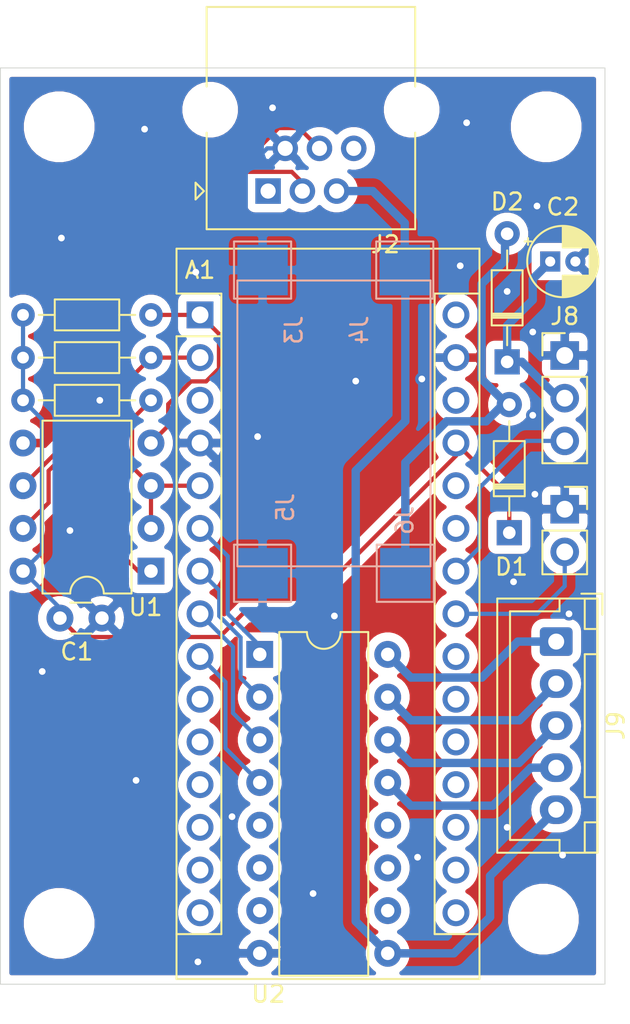
<source format=kicad_pcb>
(kicad_pcb (version 20171130) (host pcbnew "(5.1.6)-1")

  (general
    (thickness 1.6)
    (drawings 8)
    (tracks 143)
    (zones 0)
    (modules 22)
    (nets 47)
  )

  (page A4)
  (layers
    (0 F.Cu signal)
    (31 B.Cu signal)
    (32 B.Adhes user)
    (33 F.Adhes user)
    (34 B.Paste user)
    (35 F.Paste user)
    (36 B.SilkS user)
    (37 F.SilkS user)
    (38 B.Mask user)
    (39 F.Mask user)
    (40 Dwgs.User user)
    (41 Cmts.User user)
    (42 Eco1.User user)
    (43 Eco2.User user)
    (44 Edge.Cuts user)
    (45 Margin user)
    (46 B.CrtYd user hide)
    (47 F.CrtYd user hide)
    (48 B.Fab user hide)
    (49 F.Fab user hide)
  )

  (setup
    (last_trace_width 0.25)
    (user_trace_width 0.5)
    (trace_clearance 0.2)
    (zone_clearance 0.508)
    (zone_45_only no)
    (trace_min 0.2)
    (via_size 0.8)
    (via_drill 0.4)
    (via_min_size 0.4)
    (via_min_drill 0.3)
    (uvia_size 0.3)
    (uvia_drill 0.1)
    (uvias_allowed no)
    (uvia_min_size 0.2)
    (uvia_min_drill 0.1)
    (edge_width 0.05)
    (segment_width 0.2)
    (pcb_text_width 0.3)
    (pcb_text_size 1.5 1.5)
    (mod_edge_width 0.12)
    (mod_text_size 1 1)
    (mod_text_width 0.15)
    (pad_size 2 2)
    (pad_drill 0)
    (pad_to_mask_clearance 0.05)
    (aux_axis_origin 0 0)
    (visible_elements 7FFFFFFF)
    (pcbplotparams
      (layerselection 0x010fc_ffffffff)
      (usegerberextensions false)
      (usegerberattributes true)
      (usegerberadvancedattributes true)
      (creategerberjobfile true)
      (excludeedgelayer true)
      (linewidth 0.100000)
      (plotframeref false)
      (viasonmask false)
      (mode 1)
      (useauxorigin false)
      (hpglpennumber 1)
      (hpglpenspeed 20)
      (hpglpendiameter 15.000000)
      (psnegative false)
      (psa4output false)
      (plotreference true)
      (plotvalue true)
      (plotinvisibletext false)
      (padsonsilk false)
      (subtractmaskfromsilk false)
      (outputformat 1)
      (mirror false)
      (drillshape 0)
      (scaleselection 1)
      (outputdirectory ""))
  )

  (net 0 "")
  (net 1 "Net-(A1-Pad16)")
  (net 2 "Net-(A1-Pad15)")
  (net 3 "Net-(A1-Pad30)")
  (net 4 "Net-(A1-Pad14)")
  (net 5 GND)
  (net 6 "Net-(A1-Pad13)")
  (net 7 "Net-(A1-Pad28)")
  (net 8 "Net-(A1-Pad12)")
  (net 9 +5V)
  (net 10 /home)
  (net 11 "Net-(A1-Pad26)")
  (net 12 /servo)
  (net 13 "Net-(A1-Pad25)")
  (net 14 /mot4)
  (net 15 /mot3)
  (net 16 /mot2)
  (net 17 "Net-(A1-Pad22)")
  (net 18 /mot1)
  (net 19 "Net-(A1-Pad21)")
  (net 20 /485dir)
  (net 21 "Net-(A1-Pad20)")
  (net 22 "Net-(A1-Pad19)")
  (net 23 "Net-(A1-Pad3)")
  (net 24 "Net-(A1-Pad18)")
  (net 25 /Rx)
  (net 26 "Net-(A1-Pad17)")
  (net 27 /Tx)
  (net 28 +15V)
  (net 29 "Net-(J2-Pad6)")
  (net 30 "Net-(J2-Pad4)")
  (net 31 "Net-(J2-Pad3)")
  (net 32 "Net-(J2-Pad1)")
  (net 33 "Net-(J9-Pad4)")
  (net 34 "Net-(J9-Pad3)")
  (net 35 "Net-(J9-Pad2)")
  (net 36 "Net-(J9-Pad1)")
  (net 37 "Net-(U2-Pad7)")
  (net 38 "Net-(U2-Pad6)")
  (net 39 "Net-(U2-Pad5)")
  (net 40 "Net-(U2-Pad12)")
  (net 41 "Net-(U2-Pad11)")
  (net 42 "Net-(U2-Pad10)")
  (net 43 +5VA)
  (net 44 "Net-(D1-Pad2)")
  (net 45 "Net-(A1-Pad10)")
  (net 46 "Net-(A1-Pad11)")

  (net_class Default "This is the default net class."
    (clearance 0.2)
    (trace_width 0.25)
    (via_dia 0.8)
    (via_drill 0.4)
    (uvia_dia 0.3)
    (uvia_drill 0.1)
    (add_net +15V)
    (add_net +5V)
    (add_net +5VA)
    (add_net /485dir)
    (add_net /Rx)
    (add_net /Tx)
    (add_net /home)
    (add_net /mot1)
    (add_net /mot2)
    (add_net /mot3)
    (add_net /mot4)
    (add_net /servo)
    (add_net GND)
    (add_net "Net-(A1-Pad10)")
    (add_net "Net-(A1-Pad11)")
    (add_net "Net-(A1-Pad12)")
    (add_net "Net-(A1-Pad13)")
    (add_net "Net-(A1-Pad14)")
    (add_net "Net-(A1-Pad15)")
    (add_net "Net-(A1-Pad16)")
    (add_net "Net-(A1-Pad17)")
    (add_net "Net-(A1-Pad18)")
    (add_net "Net-(A1-Pad19)")
    (add_net "Net-(A1-Pad20)")
    (add_net "Net-(A1-Pad21)")
    (add_net "Net-(A1-Pad22)")
    (add_net "Net-(A1-Pad25)")
    (add_net "Net-(A1-Pad26)")
    (add_net "Net-(A1-Pad28)")
    (add_net "Net-(A1-Pad3)")
    (add_net "Net-(A1-Pad30)")
    (add_net "Net-(D1-Pad2)")
    (add_net "Net-(J2-Pad1)")
    (add_net "Net-(J2-Pad3)")
    (add_net "Net-(J2-Pad4)")
    (add_net "Net-(J2-Pad6)")
    (add_net "Net-(J9-Pad1)")
    (add_net "Net-(J9-Pad2)")
    (add_net "Net-(J9-Pad3)")
    (add_net "Net-(J9-Pad4)")
    (add_net "Net-(U2-Pad10)")
    (add_net "Net-(U2-Pad11)")
    (add_net "Net-(U2-Pad12)")
    (add_net "Net-(U2-Pad5)")
    (add_net "Net-(U2-Pad6)")
    (add_net "Net-(U2-Pad7)")
  )

  (module TestPoint:TestPoint_Pad_3.0x3.0mm (layer B.Cu) (tedit 5A0F774F) (tstamp 61D64DE3)
    (at 124.111 75.057 90)
    (descr "SMD rectangular pad as test Point, square 3.0mm side length")
    (tags "test point SMD pad rectangle square")
    (path /61D7CFA8)
    (attr virtual)
    (fp_text reference J6 (at 3.143 -0.032 90) (layer B.SilkS)
      (effects (font (size 1 1) (thickness 0.15)) (justify mirror))
    )
    (fp_text value P (at 0 -2.55 90) (layer B.Fab)
      (effects (font (size 1 1) (thickness 0.15)) (justify mirror))
    )
    (fp_line (start 2 -2) (end -2 -2) (layer B.CrtYd) (width 0.05))
    (fp_line (start 2 -2) (end 2 2) (layer B.CrtYd) (width 0.05))
    (fp_line (start -2 2) (end -2 -2) (layer B.CrtYd) (width 0.05))
    (fp_line (start -2 2) (end 2 2) (layer B.CrtYd) (width 0.05))
    (fp_line (start -1.7 -1.7) (end -1.7 1.7) (layer B.SilkS) (width 0.12))
    (fp_line (start 1.7 -1.7) (end -1.7 -1.7) (layer B.SilkS) (width 0.12))
    (fp_line (start 1.7 1.7) (end 1.7 -1.7) (layer B.SilkS) (width 0.12))
    (fp_line (start -1.7 1.7) (end 1.7 1.7) (layer B.SilkS) (width 0.12))
    (fp_text user %R (at 2.635 -4.35 90) (layer B.Fab)
      (effects (font (size 1 1) (thickness 0.15)) (justify mirror))
    )
    (pad 1 smd rect (at 0 0 90) (size 3 3) (layers B.Cu B.Mask)
      (net 44 "Net-(D1-Pad2)"))
  )

  (module TestPoint:TestPoint_Pad_3.0x3.0mm (layer B.Cu) (tedit 5A0F774F) (tstamp 61D64DD8)
    (at 115.611 75.057 270)
    (descr "SMD rectangular pad as test Point, square 3.0mm side length")
    (tags "test point SMD pad rectangle square")
    (path /61D7CFA2)
    (attr virtual)
    (fp_text reference J5 (at -3.905 -1.356 90) (layer B.SilkS)
      (effects (font (size 1 1) (thickness 0.15)) (justify mirror))
    )
    (fp_text value P (at 0 -2.55 90) (layer B.Fab)
      (effects (font (size 1 1) (thickness 0.15)) (justify mirror))
    )
    (fp_line (start 2 -2) (end -2 -2) (layer B.CrtYd) (width 0.05))
    (fp_line (start 2 -2) (end 2 2) (layer B.CrtYd) (width 0.05))
    (fp_line (start -2 2) (end -2 -2) (layer B.CrtYd) (width 0.05))
    (fp_line (start -2 2) (end 2 2) (layer B.CrtYd) (width 0.05))
    (fp_line (start -1.7 -1.7) (end -1.7 1.7) (layer B.SilkS) (width 0.12))
    (fp_line (start 1.7 -1.7) (end -1.7 -1.7) (layer B.SilkS) (width 0.12))
    (fp_line (start 1.7 1.7) (end 1.7 -1.7) (layer B.SilkS) (width 0.12))
    (fp_line (start -1.7 1.7) (end 1.7 1.7) (layer B.SilkS) (width 0.12))
    (fp_text user %R (at -3.651 -2.372 90) (layer B.Fab)
      (effects (font (size 1 1) (thickness 0.15)) (justify mirror))
    )
    (pad 1 smd rect (at 0 0 270) (size 3 3) (layers B.Cu B.Mask)
      (net 5 GND))
  )

  (module TestPoint:TestPoint_Pad_3.0x3.0mm (layer B.Cu) (tedit 5A0F774F) (tstamp 61D64DCD)
    (at 124.079 57.023 90)
    (descr "SMD rectangular pad as test Point, square 3.0mm side length")
    (tags "test point SMD pad rectangle square")
    (path /61D7A77F)
    (attr virtual)
    (fp_text reference J4 (at -3.57 -2.699 90) (layer B.SilkS)
      (effects (font (size 1 1) (thickness 0.15)) (justify mirror))
    )
    (fp_text value P (at 0 -2.55 90) (layer B.Fab)
      (effects (font (size 1 1) (thickness 0.15)) (justify mirror))
    )
    (fp_line (start 2 -2) (end -2 -2) (layer B.CrtYd) (width 0.05))
    (fp_line (start 2 -2) (end 2 2) (layer B.CrtYd) (width 0.05))
    (fp_line (start -2 2) (end -2 -2) (layer B.CrtYd) (width 0.05))
    (fp_line (start -2 2) (end 2 2) (layer B.CrtYd) (width 0.05))
    (fp_line (start -1.7 -1.7) (end -1.7 1.7) (layer B.SilkS) (width 0.12))
    (fp_line (start 1.7 -1.7) (end -1.7 -1.7) (layer B.SilkS) (width 0.12))
    (fp_line (start 1.7 1.7) (end 1.7 -1.7) (layer B.SilkS) (width 0.12))
    (fp_line (start -1.7 1.7) (end 1.7 1.7) (layer B.SilkS) (width 0.12))
    (fp_text user %R (at 0 2.4 90) (layer B.Fab)
      (effects (font (size 1 1) (thickness 0.15)) (justify mirror))
    )
    (pad 1 smd rect (at 0 0 90) (size 3 3) (layers B.Cu B.Mask)
      (net 28 +15V))
  )

  (module TestPoint:TestPoint_Pad_3.0x3.0mm (layer B.Cu) (tedit 5A0F774F) (tstamp 61D64DC2)
    (at 115.611 57.023 270)
    (descr "SMD rectangular pad as test Point, square 3.0mm side length")
    (tags "test point SMD pad rectangle square")
    (path /61D7BF4F)
    (attr virtual)
    (fp_text reference J3 (at 3.57 -1.864 90) (layer B.SilkS)
      (effects (font (size 1 1) (thickness 0.15)) (justify mirror))
    )
    (fp_text value P (at 0 -2.55 90) (layer B.Fab)
      (effects (font (size 1 1) (thickness 0.15)) (justify mirror))
    )
    (fp_line (start 2 -2) (end -2 -2) (layer B.CrtYd) (width 0.05))
    (fp_line (start 2 -2) (end 2 2) (layer B.CrtYd) (width 0.05))
    (fp_line (start -2 2) (end -2 -2) (layer B.CrtYd) (width 0.05))
    (fp_line (start -2 2) (end 2 2) (layer B.CrtYd) (width 0.05))
    (fp_line (start -1.7 -1.7) (end -1.7 1.7) (layer B.SilkS) (width 0.12))
    (fp_line (start 1.7 -1.7) (end -1.7 -1.7) (layer B.SilkS) (width 0.12))
    (fp_line (start 1.7 1.7) (end 1.7 -1.7) (layer B.SilkS) (width 0.12))
    (fp_line (start -1.7 1.7) (end 1.7 1.7) (layer B.SilkS) (width 0.12))
    (fp_text user %R (at 3.189 -0.721 90) (layer B.Fab)
      (effects (font (size 1 1) (thickness 0.15)) (justify mirror))
    )
    (pad 1 smd rect (at 0 0 270) (size 3 3) (layers B.Cu B.Mask)
      (net 5 GND))
  )

  (module Connector_JST:JST_XH_B5B-XH-A_1x05_P2.50mm_Vertical (layer F.Cu) (tedit 5C28146C) (tstamp 61D64E29)
    (at 133.096 79.121 270)
    (descr "JST XH series connector, B5B-XH-A (http://www.jst-mfg.com/product/pdf/eng/eXH.pdf), generated with kicad-footprint-generator")
    (tags "connector JST XH vertical")
    (path /61D5FC94)
    (fp_text reference J9 (at 5 -3.55 90) (layer F.SilkS)
      (effects (font (size 1 1) (thickness 0.15)))
    )
    (fp_text value motor (at 5 4.6 90) (layer F.Fab)
      (effects (font (size 1 1) (thickness 0.15)))
    )
    (fp_line (start -2.45 -2.35) (end -2.45 3.4) (layer F.Fab) (width 0.1))
    (fp_line (start -2.45 3.4) (end 12.45 3.4) (layer F.Fab) (width 0.1))
    (fp_line (start 12.45 3.4) (end 12.45 -2.35) (layer F.Fab) (width 0.1))
    (fp_line (start 12.45 -2.35) (end -2.45 -2.35) (layer F.Fab) (width 0.1))
    (fp_line (start -2.56 -2.46) (end -2.56 3.51) (layer F.SilkS) (width 0.12))
    (fp_line (start -2.56 3.51) (end 12.56 3.51) (layer F.SilkS) (width 0.12))
    (fp_line (start 12.56 3.51) (end 12.56 -2.46) (layer F.SilkS) (width 0.12))
    (fp_line (start 12.56 -2.46) (end -2.56 -2.46) (layer F.SilkS) (width 0.12))
    (fp_line (start -2.95 -2.85) (end -2.95 3.9) (layer F.CrtYd) (width 0.05))
    (fp_line (start -2.95 3.9) (end 12.95 3.9) (layer F.CrtYd) (width 0.05))
    (fp_line (start 12.95 3.9) (end 12.95 -2.85) (layer F.CrtYd) (width 0.05))
    (fp_line (start 12.95 -2.85) (end -2.95 -2.85) (layer F.CrtYd) (width 0.05))
    (fp_line (start -0.625 -2.35) (end 0 -1.35) (layer F.Fab) (width 0.1))
    (fp_line (start 0 -1.35) (end 0.625 -2.35) (layer F.Fab) (width 0.1))
    (fp_line (start 0.75 -2.45) (end 0.75 -1.7) (layer F.SilkS) (width 0.12))
    (fp_line (start 0.75 -1.7) (end 9.25 -1.7) (layer F.SilkS) (width 0.12))
    (fp_line (start 9.25 -1.7) (end 9.25 -2.45) (layer F.SilkS) (width 0.12))
    (fp_line (start 9.25 -2.45) (end 0.75 -2.45) (layer F.SilkS) (width 0.12))
    (fp_line (start -2.55 -2.45) (end -2.55 -1.7) (layer F.SilkS) (width 0.12))
    (fp_line (start -2.55 -1.7) (end -0.75 -1.7) (layer F.SilkS) (width 0.12))
    (fp_line (start -0.75 -1.7) (end -0.75 -2.45) (layer F.SilkS) (width 0.12))
    (fp_line (start -0.75 -2.45) (end -2.55 -2.45) (layer F.SilkS) (width 0.12))
    (fp_line (start 10.75 -2.45) (end 10.75 -1.7) (layer F.SilkS) (width 0.12))
    (fp_line (start 10.75 -1.7) (end 12.55 -1.7) (layer F.SilkS) (width 0.12))
    (fp_line (start 12.55 -1.7) (end 12.55 -2.45) (layer F.SilkS) (width 0.12))
    (fp_line (start 12.55 -2.45) (end 10.75 -2.45) (layer F.SilkS) (width 0.12))
    (fp_line (start -2.55 -0.2) (end -1.8 -0.2) (layer F.SilkS) (width 0.12))
    (fp_line (start -1.8 -0.2) (end -1.8 2.75) (layer F.SilkS) (width 0.12))
    (fp_line (start -1.8 2.75) (end 5 2.75) (layer F.SilkS) (width 0.12))
    (fp_line (start 12.55 -0.2) (end 11.8 -0.2) (layer F.SilkS) (width 0.12))
    (fp_line (start 11.8 -0.2) (end 11.8 2.75) (layer F.SilkS) (width 0.12))
    (fp_line (start 11.8 2.75) (end 5 2.75) (layer F.SilkS) (width 0.12))
    (fp_line (start -1.6 -2.75) (end -2.85 -2.75) (layer F.SilkS) (width 0.12))
    (fp_line (start -2.85 -2.75) (end -2.85 -1.5) (layer F.SilkS) (width 0.12))
    (fp_text user %R (at 5 2.7 90) (layer F.Fab)
      (effects (font (size 1 1) (thickness 0.15)))
    )
    (pad 5 thru_hole oval (at 10 0 270) (size 1.7 1.95) (drill 0.95) (layers *.Cu *.Mask)
      (net 28 +15V))
    (pad 4 thru_hole oval (at 7.5 0 270) (size 1.7 1.95) (drill 0.95) (layers *.Cu *.Mask)
      (net 33 "Net-(J9-Pad4)"))
    (pad 3 thru_hole oval (at 5 0 270) (size 1.7 1.95) (drill 0.95) (layers *.Cu *.Mask)
      (net 34 "Net-(J9-Pad3)"))
    (pad 2 thru_hole oval (at 2.5 0 270) (size 1.7 1.95) (drill 0.95) (layers *.Cu *.Mask)
      (net 35 "Net-(J9-Pad2)"))
    (pad 1 thru_hole roundrect (at 0 0 270) (size 1.7 1.95) (drill 0.95) (layers *.Cu *.Mask) (roundrect_rratio 0.147059)
      (net 36 "Net-(J9-Pad1)"))
    (model ${KISYS3DMOD}/Connector_JST.3dshapes/JST_XH_B5B-XH-A_1x05_P2.50mm_Vertical.wrl
      (at (xyz 0 0 0))
      (scale (xyz 1 1 1))
      (rotate (xyz 0 0 0))
    )
  )

  (module Diode_THT:D_DO-34_SOD68_P7.62mm_Horizontal (layer F.Cu) (tedit 5AE50CD5) (tstamp 61D68E61)
    (at 130.175 62.484 90)
    (descr "Diode, DO-34_SOD68 series, Axial, Horizontal, pin pitch=7.62mm, , length*diameter=3.04*1.6mm^2, , https://www.nxp.com/docs/en/data-sheet/KTY83_SER.pdf")
    (tags "Diode DO-34_SOD68 series Axial Horizontal pin pitch 7.62mm  length 3.04mm diameter 1.6mm")
    (path /61F0B6D7)
    (fp_text reference D2 (at 9.525 0 180) (layer F.SilkS)
      (effects (font (size 1 1) (thickness 0.15)))
    )
    (fp_text value D (at 3.81 1.92 90) (layer F.Fab)
      (effects (font (size 1 1) (thickness 0.15)))
    )
    (fp_line (start 2.29 -0.8) (end 2.29 0.8) (layer F.Fab) (width 0.1))
    (fp_line (start 2.29 0.8) (end 5.33 0.8) (layer F.Fab) (width 0.1))
    (fp_line (start 5.33 0.8) (end 5.33 -0.8) (layer F.Fab) (width 0.1))
    (fp_line (start 5.33 -0.8) (end 2.29 -0.8) (layer F.Fab) (width 0.1))
    (fp_line (start 0 0) (end 2.29 0) (layer F.Fab) (width 0.1))
    (fp_line (start 7.62 0) (end 5.33 0) (layer F.Fab) (width 0.1))
    (fp_line (start 2.746 -0.8) (end 2.746 0.8) (layer F.Fab) (width 0.1))
    (fp_line (start 2.846 -0.8) (end 2.846 0.8) (layer F.Fab) (width 0.1))
    (fp_line (start 2.646 -0.8) (end 2.646 0.8) (layer F.Fab) (width 0.1))
    (fp_line (start 2.17 -0.92) (end 2.17 0.92) (layer F.SilkS) (width 0.12))
    (fp_line (start 2.17 0.92) (end 5.45 0.92) (layer F.SilkS) (width 0.12))
    (fp_line (start 5.45 0.92) (end 5.45 -0.92) (layer F.SilkS) (width 0.12))
    (fp_line (start 5.45 -0.92) (end 2.17 -0.92) (layer F.SilkS) (width 0.12))
    (fp_line (start 0.99 0) (end 2.17 0) (layer F.SilkS) (width 0.12))
    (fp_line (start 6.63 0) (end 5.45 0) (layer F.SilkS) (width 0.12))
    (fp_line (start 2.746 -0.92) (end 2.746 0.92) (layer F.SilkS) (width 0.12))
    (fp_line (start 2.866 -0.92) (end 2.866 0.92) (layer F.SilkS) (width 0.12))
    (fp_line (start 2.626 -0.92) (end 2.626 0.92) (layer F.SilkS) (width 0.12))
    (fp_line (start -1 -1.05) (end -1 1.05) (layer F.CrtYd) (width 0.05))
    (fp_line (start -1 1.05) (end 8.63 1.05) (layer F.CrtYd) (width 0.05))
    (fp_line (start 8.63 1.05) (end 8.63 -1.05) (layer F.CrtYd) (width 0.05))
    (fp_line (start 8.63 -1.05) (end -1 -1.05) (layer F.CrtYd) (width 0.05))
    (fp_text user K (at 0 -1.75 90) (layer F.Fab)
      (effects (font (size 1 1) (thickness 0.15)))
    )
    (fp_text user K (at 0 -1.75 90) (layer F.Fab)
      (effects (font (size 1 1) (thickness 0.15)))
    )
    (fp_text user %R (at 4.038 0 90) (layer F.Fab)
      (effects (font (size 0.608 0.608) (thickness 0.0912)))
    )
    (pad 2 thru_hole oval (at 7.62 0 90) (size 1.5 1.5) (drill 0.75) (layers *.Cu *.Mask)
      (net 44 "Net-(D1-Pad2)"))
    (pad 1 thru_hole rect (at 0 0 90) (size 1.5 1.5) (drill 0.75) (layers *.Cu *.Mask)
      (net 43 +5VA))
    (model ${KISYS3DMOD}/Diode_THT.3dshapes/D_DO-34_SOD68_P7.62mm_Horizontal.wrl
      (at (xyz 0 0 0))
      (scale (xyz 1 1 1))
      (rotate (xyz 0 0 0))
    )
  )

  (module Diode_THT:D_DO-34_SOD68_P7.62mm_Horizontal (layer F.Cu) (tedit 5AE50CD5) (tstamp 61D68E42)
    (at 130.302 72.644 90)
    (descr "Diode, DO-34_SOD68 series, Axial, Horizontal, pin pitch=7.62mm, , length*diameter=3.04*1.6mm^2, , https://www.nxp.com/docs/en/data-sheet/KTY83_SER.pdf")
    (tags "Diode DO-34_SOD68 series Axial Horizontal pin pitch 7.62mm  length 3.04mm diameter 1.6mm")
    (path /61F0B170)
    (fp_text reference D1 (at -2.032 0.127 180) (layer F.SilkS)
      (effects (font (size 1 1) (thickness 0.15)))
    )
    (fp_text value D (at 3.81 1.92 90) (layer F.Fab)
      (effects (font (size 1 1) (thickness 0.15)))
    )
    (fp_line (start 2.29 -0.8) (end 2.29 0.8) (layer F.Fab) (width 0.1))
    (fp_line (start 2.29 0.8) (end 5.33 0.8) (layer F.Fab) (width 0.1))
    (fp_line (start 5.33 0.8) (end 5.33 -0.8) (layer F.Fab) (width 0.1))
    (fp_line (start 5.33 -0.8) (end 2.29 -0.8) (layer F.Fab) (width 0.1))
    (fp_line (start 0 0) (end 2.29 0) (layer F.Fab) (width 0.1))
    (fp_line (start 7.62 0) (end 5.33 0) (layer F.Fab) (width 0.1))
    (fp_line (start 2.746 -0.8) (end 2.746 0.8) (layer F.Fab) (width 0.1))
    (fp_line (start 2.846 -0.8) (end 2.846 0.8) (layer F.Fab) (width 0.1))
    (fp_line (start 2.646 -0.8) (end 2.646 0.8) (layer F.Fab) (width 0.1))
    (fp_line (start 2.17 -0.92) (end 2.17 0.92) (layer F.SilkS) (width 0.12))
    (fp_line (start 2.17 0.92) (end 5.45 0.92) (layer F.SilkS) (width 0.12))
    (fp_line (start 5.45 0.92) (end 5.45 -0.92) (layer F.SilkS) (width 0.12))
    (fp_line (start 5.45 -0.92) (end 2.17 -0.92) (layer F.SilkS) (width 0.12))
    (fp_line (start 0.99 0) (end 2.17 0) (layer F.SilkS) (width 0.12))
    (fp_line (start 6.63 0) (end 5.45 0) (layer F.SilkS) (width 0.12))
    (fp_line (start 2.746 -0.92) (end 2.746 0.92) (layer F.SilkS) (width 0.12))
    (fp_line (start 2.866 -0.92) (end 2.866 0.92) (layer F.SilkS) (width 0.12))
    (fp_line (start 2.626 -0.92) (end 2.626 0.92) (layer F.SilkS) (width 0.12))
    (fp_line (start -1 -1.05) (end -1 1.05) (layer F.CrtYd) (width 0.05))
    (fp_line (start -1 1.05) (end 8.63 1.05) (layer F.CrtYd) (width 0.05))
    (fp_line (start 8.63 1.05) (end 8.63 -1.05) (layer F.CrtYd) (width 0.05))
    (fp_line (start 8.63 -1.05) (end -1 -1.05) (layer F.CrtYd) (width 0.05))
    (fp_text user K (at 0 -1.75 90) (layer F.Fab)
      (effects (font (size 1 1) (thickness 0.15)))
    )
    (fp_text user K (at 0 -1.75 90) (layer F.Fab)
      (effects (font (size 1 1) (thickness 0.15)))
    )
    (fp_text user %R (at 4.038 0 90) (layer F.Fab)
      (effects (font (size 0.608 0.608) (thickness 0.0912)))
    )
    (pad 2 thru_hole oval (at 7.62 0 90) (size 1.5 1.5) (drill 0.75) (layers *.Cu *.Mask)
      (net 44 "Net-(D1-Pad2)"))
    (pad 1 thru_hole rect (at 0 0 90) (size 1.5 1.5) (drill 0.75) (layers *.Cu *.Mask)
      (net 9 +5V))
    (model ${KISYS3DMOD}/Diode_THT.3dshapes/D_DO-34_SOD68_P7.62mm_Horizontal.wrl
      (at (xyz 0 0 0))
      (scale (xyz 1 1 1))
      (rotate (xyz 0 0 0))
    )
  )

  (module MountingHole:MountingHole_3.2mm_M3 (layer F.Cu) (tedit 56D1B4CB) (tstamp 61D69F93)
    (at 103.5 48.5)
    (descr "Mounting Hole 3.2mm, no annular, M3")
    (tags "mounting hole 3.2mm no annular m3")
    (attr virtual)
    (fp_text reference REF** (at 0 -4.2) (layer F.Fab)
      (effects (font (size 1 1) (thickness 0.15)))
    )
    (fp_text value MountingHole_3.2mm_M3 (at 0 4.2) (layer F.Fab)
      (effects (font (size 1 1) (thickness 0.15)))
    )
    (fp_circle (center 0 0) (end 3.2 0) (layer Cmts.User) (width 0.15))
    (fp_circle (center 0 0) (end 3.45 0) (layer F.CrtYd) (width 0.05))
    (fp_text user %R (at 0.3 0) (layer F.Fab)
      (effects (font (size 1 1) (thickness 0.15)))
    )
    (pad 1 np_thru_hole circle (at 0 0) (size 3.2 3.2) (drill 3.2) (layers *.Cu *.Mask))
  )

  (module MountingHole:MountingHole_3.2mm_M3 (layer F.Cu) (tedit 56D1B4CB) (tstamp 61D661B2)
    (at 132.5 48.5)
    (descr "Mounting Hole 3.2mm, no annular, M3")
    (tags "mounting hole 3.2mm no annular m3")
    (attr virtual)
    (fp_text reference REF** (at 0 -4.2) (layer F.Fab)
      (effects (font (size 1 1) (thickness 0.15)))
    )
    (fp_text value MountingHole_3.2mm_M3 (at 0 4.2) (layer F.Fab)
      (effects (font (size 1 1) (thickness 0.15)))
    )
    (fp_circle (center 0 0) (end 3.2 0) (layer Cmts.User) (width 0.15))
    (fp_circle (center 0 0) (end 3.45 0) (layer F.CrtYd) (width 0.05))
    (fp_text user %R (at 0.3 0) (layer F.Fab)
      (effects (font (size 1 1) (thickness 0.15)))
    )
    (pad 1 np_thru_hole circle (at 0 0) (size 3.2 3.2) (drill 3.2) (layers *.Cu *.Mask))
  )

  (module MountingHole:MountingHole_3.2mm_M3 (layer F.Cu) (tedit 56D1B4CB) (tstamp 61D661B2)
    (at 132.334 95.631)
    (descr "Mounting Hole 3.2mm, no annular, M3")
    (tags "mounting hole 3.2mm no annular m3")
    (attr virtual)
    (fp_text reference REF** (at 0 -4.2) (layer F.Fab)
      (effects (font (size 1 1) (thickness 0.15)))
    )
    (fp_text value MountingHole_3.2mm_M3 (at 0 4.2) (layer F.Fab)
      (effects (font (size 1 1) (thickness 0.15)))
    )
    (fp_circle (center 0 0) (end 3.2 0) (layer Cmts.User) (width 0.15))
    (fp_circle (center 0 0) (end 3.45 0) (layer F.CrtYd) (width 0.05))
    (fp_text user %R (at 0.3 0) (layer F.Fab)
      (effects (font (size 1 1) (thickness 0.15)))
    )
    (pad 1 np_thru_hole circle (at 0 0) (size 3.2 3.2) (drill 3.2) (layers *.Cu *.Mask))
  )

  (module MountingHole:MountingHole_3.2mm_M3 (layer F.Cu) (tedit 56D1B4CB) (tstamp 61D661A9)
    (at 103.5 95.885)
    (descr "Mounting Hole 3.2mm, no annular, M3")
    (tags "mounting hole 3.2mm no annular m3")
    (attr virtual)
    (fp_text reference REF** (at 0 -4.2) (layer F.Fab)
      (effects (font (size 1 1) (thickness 0.15)))
    )
    (fp_text value MountingHole_3.2mm_M3 (at 0 4.2) (layer F.Fab)
      (effects (font (size 1 1) (thickness 0.15)))
    )
    (fp_circle (center 0 0) (end 3.2 0) (layer Cmts.User) (width 0.15))
    (fp_circle (center 0 0) (end 3.45 0) (layer F.CrtYd) (width 0.05))
    (fp_text user %R (at 0.3 0) (layer F.Fab)
      (effects (font (size 1 1) (thickness 0.15)))
    )
    (pad 1 np_thru_hole circle (at 0 0) (size 3.2 3.2) (drill 3.2) (layers *.Cu *.Mask))
  )

  (module Package_DIP:DIP-16_W7.62mm (layer F.Cu) (tedit 5A02E8C5) (tstamp 61D64EAE)
    (at 115.443 79.883)
    (descr "16-lead though-hole mounted DIP package, row spacing 7.62 mm (300 mils)")
    (tags "THT DIP DIL PDIP 2.54mm 7.62mm 300mil")
    (path /61D5EF69)
    (fp_text reference U2 (at 0.508 20.197) (layer F.SilkS)
      (effects (font (size 1 1) (thickness 0.15)))
    )
    (fp_text value ULN2002 (at 3.81 20.11) (layer F.Fab)
      (effects (font (size 1 1) (thickness 0.15)))
    )
    (fp_line (start 1.635 -1.27) (end 6.985 -1.27) (layer F.Fab) (width 0.1))
    (fp_line (start 6.985 -1.27) (end 6.985 19.05) (layer F.Fab) (width 0.1))
    (fp_line (start 6.985 19.05) (end 0.635 19.05) (layer F.Fab) (width 0.1))
    (fp_line (start 0.635 19.05) (end 0.635 -0.27) (layer F.Fab) (width 0.1))
    (fp_line (start 0.635 -0.27) (end 1.635 -1.27) (layer F.Fab) (width 0.1))
    (fp_line (start 2.81 -1.33) (end 1.16 -1.33) (layer F.SilkS) (width 0.12))
    (fp_line (start 1.16 -1.33) (end 1.16 19.11) (layer F.SilkS) (width 0.12))
    (fp_line (start 1.16 19.11) (end 6.46 19.11) (layer F.SilkS) (width 0.12))
    (fp_line (start 6.46 19.11) (end 6.46 -1.33) (layer F.SilkS) (width 0.12))
    (fp_line (start 6.46 -1.33) (end 4.81 -1.33) (layer F.SilkS) (width 0.12))
    (fp_line (start -1.1 -1.55) (end -1.1 19.3) (layer F.CrtYd) (width 0.05))
    (fp_line (start -1.1 19.3) (end 8.7 19.3) (layer F.CrtYd) (width 0.05))
    (fp_line (start 8.7 19.3) (end 8.7 -1.55) (layer F.CrtYd) (width 0.05))
    (fp_line (start 8.7 -1.55) (end -1.1 -1.55) (layer F.CrtYd) (width 0.05))
    (fp_text user %R (at 3.81 8.89) (layer F.Fab)
      (effects (font (size 1 1) (thickness 0.15)))
    )
    (fp_arc (start 3.81 -1.33) (end 2.81 -1.33) (angle -180) (layer F.SilkS) (width 0.12))
    (pad 16 thru_hole oval (at 7.62 0) (size 1.6 1.6) (drill 0.8) (layers *.Cu *.Mask)
      (net 36 "Net-(J9-Pad1)"))
    (pad 8 thru_hole oval (at 0 17.78) (size 1.6 1.6) (drill 0.8) (layers *.Cu *.Mask)
      (net 5 GND))
    (pad 15 thru_hole oval (at 7.62 2.54) (size 1.6 1.6) (drill 0.8) (layers *.Cu *.Mask)
      (net 35 "Net-(J9-Pad2)"))
    (pad 7 thru_hole oval (at 0 15.24) (size 1.6 1.6) (drill 0.8) (layers *.Cu *.Mask)
      (net 37 "Net-(U2-Pad7)"))
    (pad 14 thru_hole oval (at 7.62 5.08) (size 1.6 1.6) (drill 0.8) (layers *.Cu *.Mask)
      (net 34 "Net-(J9-Pad3)"))
    (pad 6 thru_hole oval (at 0 12.7) (size 1.6 1.6) (drill 0.8) (layers *.Cu *.Mask)
      (net 38 "Net-(U2-Pad6)"))
    (pad 13 thru_hole oval (at 7.62 7.62) (size 1.6 1.6) (drill 0.8) (layers *.Cu *.Mask)
      (net 33 "Net-(J9-Pad4)"))
    (pad 5 thru_hole oval (at 0 10.16) (size 1.6 1.6) (drill 0.8) (layers *.Cu *.Mask)
      (net 39 "Net-(U2-Pad5)"))
    (pad 12 thru_hole oval (at 7.62 10.16) (size 1.6 1.6) (drill 0.8) (layers *.Cu *.Mask)
      (net 40 "Net-(U2-Pad12)"))
    (pad 4 thru_hole oval (at 0 7.62) (size 1.6 1.6) (drill 0.8) (layers *.Cu *.Mask)
      (net 14 /mot4))
    (pad 11 thru_hole oval (at 7.62 12.7) (size 1.6 1.6) (drill 0.8) (layers *.Cu *.Mask)
      (net 41 "Net-(U2-Pad11)"))
    (pad 3 thru_hole oval (at 0 5.08) (size 1.6 1.6) (drill 0.8) (layers *.Cu *.Mask)
      (net 15 /mot3))
    (pad 10 thru_hole oval (at 7.62 15.24) (size 1.6 1.6) (drill 0.8) (layers *.Cu *.Mask)
      (net 42 "Net-(U2-Pad10)"))
    (pad 2 thru_hole oval (at 0 2.54) (size 1.6 1.6) (drill 0.8) (layers *.Cu *.Mask)
      (net 16 /mot2))
    (pad 9 thru_hole oval (at 7.62 17.78) (size 1.6 1.6) (drill 0.8) (layers *.Cu *.Mask)
      (net 28 +15V))
    (pad 1 thru_hole rect (at 0 0) (size 1.6 1.6) (drill 0.8) (layers *.Cu *.Mask)
      (net 18 /mot1))
    (model ${KISYS3DMOD}/Package_DIP.3dshapes/DIP-16_W7.62mm.wrl
      (at (xyz 0 0 0))
      (scale (xyz 1 1 1))
      (rotate (xyz 0 0 0))
    )
  )

  (module Package_DIP:DIP-8_W7.62mm (layer F.Cu) (tedit 5A02E8C5) (tstamp 61D64E8A)
    (at 108.966 74.93 180)
    (descr "8-lead though-hole mounted DIP package, row spacing 7.62 mm (300 mils)")
    (tags "THT DIP DIL PDIP 2.54mm 7.62mm 300mil")
    (path /61D6BC2E)
    (fp_text reference U1 (at 0.324 -2.151) (layer F.SilkS)
      (effects (font (size 1 1) (thickness 0.15)))
    )
    (fp_text value MAX485E (at 3.81 9.95) (layer F.Fab)
      (effects (font (size 1 1) (thickness 0.15)))
    )
    (fp_line (start 1.635 -1.27) (end 6.985 -1.27) (layer F.Fab) (width 0.1))
    (fp_line (start 6.985 -1.27) (end 6.985 8.89) (layer F.Fab) (width 0.1))
    (fp_line (start 6.985 8.89) (end 0.635 8.89) (layer F.Fab) (width 0.1))
    (fp_line (start 0.635 8.89) (end 0.635 -0.27) (layer F.Fab) (width 0.1))
    (fp_line (start 0.635 -0.27) (end 1.635 -1.27) (layer F.Fab) (width 0.1))
    (fp_line (start 2.81 -1.33) (end 1.16 -1.33) (layer F.SilkS) (width 0.12))
    (fp_line (start 1.16 -1.33) (end 1.16 8.95) (layer F.SilkS) (width 0.12))
    (fp_line (start 1.16 8.95) (end 6.46 8.95) (layer F.SilkS) (width 0.12))
    (fp_line (start 6.46 8.95) (end 6.46 -1.33) (layer F.SilkS) (width 0.12))
    (fp_line (start 6.46 -1.33) (end 4.81 -1.33) (layer F.SilkS) (width 0.12))
    (fp_line (start -1.1 -1.55) (end -1.1 9.15) (layer F.CrtYd) (width 0.05))
    (fp_line (start -1.1 9.15) (end 8.7 9.15) (layer F.CrtYd) (width 0.05))
    (fp_line (start 8.7 9.15) (end 8.7 -1.55) (layer F.CrtYd) (width 0.05))
    (fp_line (start 8.7 -1.55) (end -1.1 -1.55) (layer F.CrtYd) (width 0.05))
    (fp_text user %R (at 3.81 3.81) (layer F.Fab)
      (effects (font (size 1 1) (thickness 0.15)))
    )
    (fp_arc (start 3.81 -1.33) (end 2.81 -1.33) (angle -180) (layer F.SilkS) (width 0.12))
    (pad 8 thru_hole oval (at 7.62 0 180) (size 1.6 1.6) (drill 0.8) (layers *.Cu *.Mask)
      (net 9 +5V))
    (pad 4 thru_hole oval (at 0 7.62 180) (size 1.6 1.6) (drill 0.8) (layers *.Cu *.Mask)
      (net 27 /Tx))
    (pad 7 thru_hole oval (at 7.62 2.54 180) (size 1.6 1.6) (drill 0.8) (layers *.Cu *.Mask)
      (net 31 "Net-(J2-Pad3)"))
    (pad 3 thru_hole oval (at 0 5.08 180) (size 1.6 1.6) (drill 0.8) (layers *.Cu *.Mask)
      (net 20 /485dir))
    (pad 6 thru_hole oval (at 7.62 5.08 180) (size 1.6 1.6) (drill 0.8) (layers *.Cu *.Mask)
      (net 30 "Net-(J2-Pad4)"))
    (pad 2 thru_hole oval (at 0 2.54 180) (size 1.6 1.6) (drill 0.8) (layers *.Cu *.Mask)
      (net 20 /485dir))
    (pad 5 thru_hole oval (at 7.62 7.62 180) (size 1.6 1.6) (drill 0.8) (layers *.Cu *.Mask)
      (net 5 GND))
    (pad 1 thru_hole rect (at 0 0 180) (size 1.6 1.6) (drill 0.8) (layers *.Cu *.Mask)
      (net 25 /Rx))
    (model ${KISYS3DMOD}/Package_DIP.3dshapes/DIP-8_W7.62mm.wrl
      (at (xyz 0 0 0))
      (scale (xyz 1 1 1))
      (rotate (xyz 0 0 0))
    )
  )

  (module Resistor_THT:R_Axial_DIN0204_L3.6mm_D1.6mm_P7.62mm_Horizontal (layer F.Cu) (tedit 5AE5139B) (tstamp 61D64E6E)
    (at 101.346 59.69)
    (descr "Resistor, Axial_DIN0204 series, Axial, Horizontal, pin pitch=7.62mm, 0.167W, length*diameter=3.6*1.6mm^2, http://cdn-reichelt.de/documents/datenblatt/B400/1_4W%23YAG.pdf")
    (tags "Resistor Axial_DIN0204 series Axial Horizontal pin pitch 7.62mm 0.167W length 3.6mm diameter 1.6mm")
    (path /61DD2E0A)
    (fp_text reference R3 (at 9.398 0.127 90) (layer F.Fab)
      (effects (font (size 1 1) (thickness 0.15)))
    )
    (fp_text value 20k (at 3.81 1.92) (layer F.Fab)
      (effects (font (size 1 1) (thickness 0.15)))
    )
    (fp_line (start 2.01 -0.8) (end 2.01 0.8) (layer F.Fab) (width 0.1))
    (fp_line (start 2.01 0.8) (end 5.61 0.8) (layer F.Fab) (width 0.1))
    (fp_line (start 5.61 0.8) (end 5.61 -0.8) (layer F.Fab) (width 0.1))
    (fp_line (start 5.61 -0.8) (end 2.01 -0.8) (layer F.Fab) (width 0.1))
    (fp_line (start 0 0) (end 2.01 0) (layer F.Fab) (width 0.1))
    (fp_line (start 7.62 0) (end 5.61 0) (layer F.Fab) (width 0.1))
    (fp_line (start 1.89 -0.92) (end 1.89 0.92) (layer F.SilkS) (width 0.12))
    (fp_line (start 1.89 0.92) (end 5.73 0.92) (layer F.SilkS) (width 0.12))
    (fp_line (start 5.73 0.92) (end 5.73 -0.92) (layer F.SilkS) (width 0.12))
    (fp_line (start 5.73 -0.92) (end 1.89 -0.92) (layer F.SilkS) (width 0.12))
    (fp_line (start 0.94 0) (end 1.89 0) (layer F.SilkS) (width 0.12))
    (fp_line (start 6.68 0) (end 5.73 0) (layer F.SilkS) (width 0.12))
    (fp_line (start -0.95 -1.05) (end -0.95 1.05) (layer F.CrtYd) (width 0.05))
    (fp_line (start -0.95 1.05) (end 8.57 1.05) (layer F.CrtYd) (width 0.05))
    (fp_line (start 8.57 1.05) (end 8.57 -1.05) (layer F.CrtYd) (width 0.05))
    (fp_line (start 8.57 -1.05) (end -0.95 -1.05) (layer F.CrtYd) (width 0.05))
    (fp_text user %R (at 3.81 0) (layer F.Fab)
      (effects (font (size 0.72 0.72) (thickness 0.108)))
    )
    (pad 2 thru_hole oval (at 7.62 0) (size 1.4 1.4) (drill 0.7) (layers *.Cu *.Mask)
      (net 27 /Tx))
    (pad 1 thru_hole circle (at 0 0) (size 1.4 1.4) (drill 0.7) (layers *.Cu *.Mask)
      (net 9 +5V))
    (model ${KISYS3DMOD}/Resistor_THT.3dshapes/R_Axial_DIN0204_L3.6mm_D1.6mm_P7.62mm_Horizontal.wrl
      (at (xyz 0 0 0))
      (scale (xyz 1 1 1))
      (rotate (xyz 0 0 0))
    )
  )

  (module Resistor_THT:R_Axial_DIN0204_L3.6mm_D1.6mm_P7.62mm_Horizontal (layer F.Cu) (tedit 5AE5139B) (tstamp 61D64E57)
    (at 101.346 64.77)
    (descr "Resistor, Axial_DIN0204 series, Axial, Horizontal, pin pitch=7.62mm, 0.167W, length*diameter=3.6*1.6mm^2, http://cdn-reichelt.de/documents/datenblatt/B400/1_4W%23YAG.pdf")
    (tags "Resistor Axial_DIN0204 series Axial Horizontal pin pitch 7.62mm 0.167W length 3.6mm diameter 1.6mm")
    (path /61DD2B07)
    (fp_text reference R2 (at 9.279 0.127 90) (layer F.Fab)
      (effects (font (size 1 1) (thickness 0.15)))
    )
    (fp_text value 20k (at 3.81 1.92) (layer F.Fab)
      (effects (font (size 1 1) (thickness 0.15)))
    )
    (fp_line (start 2.01 -0.8) (end 2.01 0.8) (layer F.Fab) (width 0.1))
    (fp_line (start 2.01 0.8) (end 5.61 0.8) (layer F.Fab) (width 0.1))
    (fp_line (start 5.61 0.8) (end 5.61 -0.8) (layer F.Fab) (width 0.1))
    (fp_line (start 5.61 -0.8) (end 2.01 -0.8) (layer F.Fab) (width 0.1))
    (fp_line (start 0 0) (end 2.01 0) (layer F.Fab) (width 0.1))
    (fp_line (start 7.62 0) (end 5.61 0) (layer F.Fab) (width 0.1))
    (fp_line (start 1.89 -0.92) (end 1.89 0.92) (layer F.SilkS) (width 0.12))
    (fp_line (start 1.89 0.92) (end 5.73 0.92) (layer F.SilkS) (width 0.12))
    (fp_line (start 5.73 0.92) (end 5.73 -0.92) (layer F.SilkS) (width 0.12))
    (fp_line (start 5.73 -0.92) (end 1.89 -0.92) (layer F.SilkS) (width 0.12))
    (fp_line (start 0.94 0) (end 1.89 0) (layer F.SilkS) (width 0.12))
    (fp_line (start 6.68 0) (end 5.73 0) (layer F.SilkS) (width 0.12))
    (fp_line (start -0.95 -1.05) (end -0.95 1.05) (layer F.CrtYd) (width 0.05))
    (fp_line (start -0.95 1.05) (end 8.57 1.05) (layer F.CrtYd) (width 0.05))
    (fp_line (start 8.57 1.05) (end 8.57 -1.05) (layer F.CrtYd) (width 0.05))
    (fp_line (start 8.57 -1.05) (end -0.95 -1.05) (layer F.CrtYd) (width 0.05))
    (fp_text user %R (at 3.81 0) (layer F.Fab)
      (effects (font (size 0.72 0.72) (thickness 0.108)))
    )
    (pad 2 thru_hole oval (at 7.62 0) (size 1.4 1.4) (drill 0.7) (layers *.Cu *.Mask)
      (net 20 /485dir))
    (pad 1 thru_hole circle (at 0 0) (size 1.4 1.4) (drill 0.7) (layers *.Cu *.Mask)
      (net 9 +5V))
    (model ${KISYS3DMOD}/Resistor_THT.3dshapes/R_Axial_DIN0204_L3.6mm_D1.6mm_P7.62mm_Horizontal.wrl
      (at (xyz 0 0 0))
      (scale (xyz 1 1 1))
      (rotate (xyz 0 0 0))
    )
  )

  (module Resistor_THT:R_Axial_DIN0204_L3.6mm_D1.6mm_P7.62mm_Horizontal (layer F.Cu) (tedit 5AE5139B) (tstamp 61D64E40)
    (at 101.346 62.23)
    (descr "Resistor, Axial_DIN0204 series, Axial, Horizontal, pin pitch=7.62mm, 0.167W, length*diameter=3.6*1.6mm^2, http://cdn-reichelt.de/documents/datenblatt/B400/1_4W%23YAG.pdf")
    (tags "Resistor Axial_DIN0204 series Axial Horizontal pin pitch 7.62mm 0.167W length 3.6mm diameter 1.6mm")
    (path /61DD1212)
    (fp_text reference R1 (at 9.533 0 90) (layer F.Fab)
      (effects (font (size 1 1) (thickness 0.15)))
    )
    (fp_text value 20k (at 3.81 1.92) (layer F.Fab)
      (effects (font (size 1 1) (thickness 0.15)))
    )
    (fp_line (start 2.01 -0.8) (end 2.01 0.8) (layer F.Fab) (width 0.1))
    (fp_line (start 2.01 0.8) (end 5.61 0.8) (layer F.Fab) (width 0.1))
    (fp_line (start 5.61 0.8) (end 5.61 -0.8) (layer F.Fab) (width 0.1))
    (fp_line (start 5.61 -0.8) (end 2.01 -0.8) (layer F.Fab) (width 0.1))
    (fp_line (start 0 0) (end 2.01 0) (layer F.Fab) (width 0.1))
    (fp_line (start 7.62 0) (end 5.61 0) (layer F.Fab) (width 0.1))
    (fp_line (start 1.89 -0.92) (end 1.89 0.92) (layer F.SilkS) (width 0.12))
    (fp_line (start 1.89 0.92) (end 5.73 0.92) (layer F.SilkS) (width 0.12))
    (fp_line (start 5.73 0.92) (end 5.73 -0.92) (layer F.SilkS) (width 0.12))
    (fp_line (start 5.73 -0.92) (end 1.89 -0.92) (layer F.SilkS) (width 0.12))
    (fp_line (start 0.94 0) (end 1.89 0) (layer F.SilkS) (width 0.12))
    (fp_line (start 6.68 0) (end 5.73 0) (layer F.SilkS) (width 0.12))
    (fp_line (start -0.95 -1.05) (end -0.95 1.05) (layer F.CrtYd) (width 0.05))
    (fp_line (start -0.95 1.05) (end 8.57 1.05) (layer F.CrtYd) (width 0.05))
    (fp_line (start 8.57 1.05) (end 8.57 -1.05) (layer F.CrtYd) (width 0.05))
    (fp_line (start 8.57 -1.05) (end -0.95 -1.05) (layer F.CrtYd) (width 0.05))
    (fp_text user %R (at 3.81 0) (layer F.Fab)
      (effects (font (size 0.72 0.72) (thickness 0.108)))
    )
    (pad 2 thru_hole oval (at 7.62 0) (size 1.4 1.4) (drill 0.7) (layers *.Cu *.Mask)
      (net 25 /Rx))
    (pad 1 thru_hole circle (at 0 0) (size 1.4 1.4) (drill 0.7) (layers *.Cu *.Mask)
      (net 9 +5V))
    (model ${KISYS3DMOD}/Resistor_THT.3dshapes/R_Axial_DIN0204_L3.6mm_D1.6mm_P7.62mm_Horizontal.wrl
      (at (xyz 0 0 0))
      (scale (xyz 1 1 1))
      (rotate (xyz 0 0 0))
    )
  )

  (module Connector_PinHeader_2.54mm:PinHeader_1x03_P2.54mm_Vertical (layer F.Cu) (tedit 59FED5CC) (tstamp 61D64E10)
    (at 133.604 62.103)
    (descr "Through hole straight pin header, 1x03, 2.54mm pitch, single row")
    (tags "Through hole pin header THT 1x03 2.54mm single row")
    (path /61D85DEB)
    (fp_text reference J8 (at 0 -2.33) (layer F.SilkS)
      (effects (font (size 1 1) (thickness 0.15)))
    )
    (fp_text value servo (at 0 7.41) (layer F.Fab)
      (effects (font (size 1 1) (thickness 0.15)))
    )
    (fp_line (start -0.635 -1.27) (end 1.27 -1.27) (layer F.Fab) (width 0.1))
    (fp_line (start 1.27 -1.27) (end 1.27 6.35) (layer F.Fab) (width 0.1))
    (fp_line (start 1.27 6.35) (end -1.27 6.35) (layer F.Fab) (width 0.1))
    (fp_line (start -1.27 6.35) (end -1.27 -0.635) (layer F.Fab) (width 0.1))
    (fp_line (start -1.27 -0.635) (end -0.635 -1.27) (layer F.Fab) (width 0.1))
    (fp_line (start -1.33 6.41) (end 1.33 6.41) (layer F.SilkS) (width 0.12))
    (fp_line (start -1.33 1.27) (end -1.33 6.41) (layer F.SilkS) (width 0.12))
    (fp_line (start 1.33 1.27) (end 1.33 6.41) (layer F.SilkS) (width 0.12))
    (fp_line (start -1.33 1.27) (end 1.33 1.27) (layer F.SilkS) (width 0.12))
    (fp_line (start -1.33 0) (end -1.33 -1.33) (layer F.SilkS) (width 0.12))
    (fp_line (start -1.33 -1.33) (end 0 -1.33) (layer F.SilkS) (width 0.12))
    (fp_line (start -1.8 -1.8) (end -1.8 6.85) (layer F.CrtYd) (width 0.05))
    (fp_line (start -1.8 6.85) (end 1.8 6.85) (layer F.CrtYd) (width 0.05))
    (fp_line (start 1.8 6.85) (end 1.8 -1.8) (layer F.CrtYd) (width 0.05))
    (fp_line (start 1.8 -1.8) (end -1.8 -1.8) (layer F.CrtYd) (width 0.05))
    (fp_text user %R (at 0 2.54 90) (layer F.Fab)
      (effects (font (size 1 1) (thickness 0.15)))
    )
    (pad 3 thru_hole oval (at 0 5.08) (size 1.7 1.7) (drill 1) (layers *.Cu *.Mask)
      (net 12 /servo))
    (pad 2 thru_hole oval (at 0 2.54) (size 1.7 1.7) (drill 1) (layers *.Cu *.Mask)
      (net 43 +5VA))
    (pad 1 thru_hole rect (at 0 0) (size 1.7 1.7) (drill 1) (layers *.Cu *.Mask)
      (net 5 GND))
    (model ${KISYS3DMOD}/Connector_PinHeader_2.54mm.3dshapes/PinHeader_1x03_P2.54mm_Vertical.wrl
      (at (xyz 0 0 0))
      (scale (xyz 1 1 1))
      (rotate (xyz 0 0 0))
    )
  )

  (module Connector_PinSocket_2.54mm:PinSocket_1x02_P2.54mm_Vertical (layer F.Cu) (tedit 5A19A420) (tstamp 61D64DF9)
    (at 133.604 71.247)
    (descr "Through hole straight socket strip, 1x02, 2.54mm pitch, single row (from Kicad 4.0.7), script generated")
    (tags "Through hole socket strip THT 1x02 2.54mm single row")
    (path /61E8E28B)
    (fp_text reference J7 (at 0 5.334 180) (layer F.Fab)
      (effects (font (size 1 1) (thickness 0.15)))
    )
    (fp_text value home_sw (at 0 5.31) (layer F.Fab)
      (effects (font (size 1 1) (thickness 0.15)))
    )
    (fp_line (start -1.27 -1.27) (end 0.635 -1.27) (layer F.Fab) (width 0.1))
    (fp_line (start 0.635 -1.27) (end 1.27 -0.635) (layer F.Fab) (width 0.1))
    (fp_line (start 1.27 -0.635) (end 1.27 3.81) (layer F.Fab) (width 0.1))
    (fp_line (start 1.27 3.81) (end -1.27 3.81) (layer F.Fab) (width 0.1))
    (fp_line (start -1.27 3.81) (end -1.27 -1.27) (layer F.Fab) (width 0.1))
    (fp_line (start -1.33 1.27) (end 1.33 1.27) (layer F.SilkS) (width 0.12))
    (fp_line (start -1.33 1.27) (end -1.33 3.87) (layer F.SilkS) (width 0.12))
    (fp_line (start -1.33 3.87) (end 1.33 3.87) (layer F.SilkS) (width 0.12))
    (fp_line (start 1.33 1.27) (end 1.33 3.87) (layer F.SilkS) (width 0.12))
    (fp_line (start 1.33 -1.33) (end 1.33 0) (layer F.SilkS) (width 0.12))
    (fp_line (start 0 -1.33) (end 1.33 -1.33) (layer F.SilkS) (width 0.12))
    (fp_line (start -1.8 -1.8) (end 1.75 -1.8) (layer F.CrtYd) (width 0.05))
    (fp_line (start 1.75 -1.8) (end 1.75 4.3) (layer F.CrtYd) (width 0.05))
    (fp_line (start 1.75 4.3) (end -1.8 4.3) (layer F.CrtYd) (width 0.05))
    (fp_line (start -1.8 4.3) (end -1.8 -1.8) (layer F.CrtYd) (width 0.05))
    (fp_text user %R (at 0 1.27 90) (layer F.Fab)
      (effects (font (size 1 1) (thickness 0.15)))
    )
    (pad 2 thru_hole oval (at 0 2.54) (size 1.7 1.7) (drill 1) (layers *.Cu *.Mask)
      (net 10 /home))
    (pad 1 thru_hole rect (at 0 0) (size 1.7 1.7) (drill 1) (layers *.Cu *.Mask)
      (net 5 GND))
    (model ${KISYS3DMOD}/Connector_PinSocket_2.54mm.3dshapes/PinSocket_1x02_P2.54mm_Vertical.wrl
      (at (xyz 0 0 0))
      (scale (xyz 1 1 1))
      (rotate (xyz 0 0 0))
    )
  )

  (module Connector_RJ:RJ25_Wayconn_MJEA-660X1_Horizontal (layer F.Cu) (tedit 5DC188C6) (tstamp 61D64DB7)
    (at 115.94 52.324 180)
    (descr "RJ25 6P6C Socket 90 degrees, https://wayconn.com/wp-content/themes/way/datasheet/MJEA-660X1XXX_RJ25_6P6C_PCB_RA.pdf")
    (tags "RJ12 RJ18 RJ25 jack connector 6P6C")
    (path /61DAA5C4)
    (fp_text reference J2 (at -6.985 -3.175) (layer F.SilkS)
      (effects (font (size 1 1) (thickness 0.15)))
    )
    (fp_text value RJ12 (at -2.55 12.315) (layer F.Fab)
      (effects (font (size 1 1) (thickness 0.15)))
    )
    (fp_line (start -8.76 -2.27) (end -8.76 3.47) (layer F.SilkS) (width 0.12))
    (fp_line (start 3.66 -2.27) (end 3.66 3.47) (layer F.SilkS) (width 0.12))
    (fp_line (start -8.76 10.95) (end 3.66 10.95) (layer F.SilkS) (width 0.12))
    (fp_line (start -8.76 -2.27) (end 3.66 -2.27) (layer F.SilkS) (width 0.12))
    (fp_line (start -8.76 6.22) (end -8.76 10.95) (layer F.SilkS) (width 0.12))
    (fp_line (start 3.66 6.22) (end 3.66 10.95) (layer F.SilkS) (width 0.12))
    (fp_line (start -10.2 -2.66) (end 5.1 -2.66) (layer F.CrtYd) (width 0.05))
    (fp_line (start -10.2 -2.66) (end -10.2 11.34) (layer F.CrtYd) (width 0.05))
    (fp_line (start 5.1 11.34) (end 5.1 -2.66) (layer F.CrtYd) (width 0.05))
    (fp_line (start 5.1 11.34) (end -10.2 11.34) (layer F.CrtYd) (width 0.05))
    (fp_line (start -8.65 -2.16) (end -8.65 3.47) (layer F.Fab) (width 0.1))
    (fp_line (start -8.65 10.84) (end 3.55 10.84) (layer F.Fab) (width 0.1))
    (fp_line (start 3.55 6.22) (end 3.55 10.84) (layer F.Fab) (width 0.1))
    (fp_line (start -8.65 6.22) (end -8.65 10.84) (layer F.Fab) (width 0.1))
    (fp_line (start -8.65 -2.16) (end 3.55 -2.16) (layer F.Fab) (width 0.1))
    (fp_line (start 3.55 0.5) (end 3.55 3.47) (layer F.Fab) (width 0.1))
    (fp_line (start 3.55 -2.16) (end 3.55 -0.5) (layer F.Fab) (width 0.1))
    (fp_line (start 3.55 -0.5) (end 3.05 0) (layer F.Fab) (width 0.1))
    (fp_line (start 3.05 0) (end 3.55 0.5) (layer F.Fab) (width 0.1))
    (fp_line (start 3.82 0) (end 4.32 0.5) (layer F.SilkS) (width 0.12))
    (fp_line (start 4.32 -0.5) (end 3.82 0) (layer F.SilkS) (width 0.12))
    (fp_line (start 4.32 -0.5) (end 4.32 0.5) (layer F.SilkS) (width 0.12))
    (fp_text user %R (at -2.55 4.445) (layer F.Fab)
      (effects (font (size 1 1) (thickness 0.15)))
    )
    (pad "" np_thru_hole circle (at -8.55 4.84 180) (size 2.3 2.3) (drill 2.3) (layers *.Cu *.Mask))
    (pad "" np_thru_hole circle (at 3.45 4.84 180) (size 2.3 2.3) (drill 2.3) (layers *.Cu *.Mask))
    (pad 6 thru_hole circle (at -5.1 2.54 180) (size 1.52 1.52) (drill 0.9) (layers *.Cu *.Mask)
      (net 29 "Net-(J2-Pad6)"))
    (pad 5 thru_hole circle (at -4.08 0 180) (size 1.52 1.52) (drill 0.9) (layers *.Cu *.Mask)
      (net 28 +15V))
    (pad 4 thru_hole circle (at -3.06 2.54 180) (size 1.52 1.52) (drill 0.9) (layers *.Cu *.Mask)
      (net 30 "Net-(J2-Pad4)"))
    (pad 3 thru_hole circle (at -2.04 0 180) (size 1.52 1.52) (drill 0.9) (layers *.Cu *.Mask)
      (net 31 "Net-(J2-Pad3)"))
    (pad 2 thru_hole circle (at -1.02 2.54 180) (size 1.52 1.52) (drill 0.9) (layers *.Cu *.Mask)
      (net 5 GND))
    (pad 1 thru_hole rect (at 0 0 180) (size 1.52 1.52) (drill 0.9) (layers *.Cu *.Mask)
      (net 32 "Net-(J2-Pad1)"))
    (model ${KISYS3DMOD}/Connector_RJ.3dshapes/RJ25_Wayconn_MJEA-660X1_Horizontal.wrl
      (at (xyz 0 0 0))
      (scale (xyz 1 1 1))
      (rotate (xyz 0 0 0))
    )
  )

  (module Capacitor_THT:CP_Radial_D4.0mm_P1.50mm (layer F.Cu) (tedit 5AE50EF0) (tstamp 61D64D68)
    (at 132.739 56.515)
    (descr "CP, Radial series, Radial, pin pitch=1.50mm, , diameter=4mm, Electrolytic Capacitor")
    (tags "CP Radial series Radial pin pitch 1.50mm  diameter 4mm Electrolytic Capacitor")
    (path /61D8A0F1)
    (fp_text reference C2 (at 0.75 -3.25) (layer F.SilkS)
      (effects (font (size 1 1) (thickness 0.15)))
    )
    (fp_text value CP (at 0.75 3.25) (layer F.Fab)
      (effects (font (size 1 1) (thickness 0.15)))
    )
    (fp_circle (center 0.75 0) (end 2.75 0) (layer F.Fab) (width 0.1))
    (fp_circle (center 0.75 0) (end 2.87 0) (layer F.SilkS) (width 0.12))
    (fp_circle (center 0.75 0) (end 3 0) (layer F.CrtYd) (width 0.05))
    (fp_line (start -0.952554 -0.8675) (end -0.552554 -0.8675) (layer F.Fab) (width 0.1))
    (fp_line (start -0.752554 -1.0675) (end -0.752554 -0.6675) (layer F.Fab) (width 0.1))
    (fp_line (start 0.75 0.84) (end 0.75 2.08) (layer F.SilkS) (width 0.12))
    (fp_line (start 0.75 -2.08) (end 0.75 -0.84) (layer F.SilkS) (width 0.12))
    (fp_line (start 0.79 0.84) (end 0.79 2.08) (layer F.SilkS) (width 0.12))
    (fp_line (start 0.79 -2.08) (end 0.79 -0.84) (layer F.SilkS) (width 0.12))
    (fp_line (start 0.83 0.84) (end 0.83 2.079) (layer F.SilkS) (width 0.12))
    (fp_line (start 0.83 -2.079) (end 0.83 -0.84) (layer F.SilkS) (width 0.12))
    (fp_line (start 0.87 -2.077) (end 0.87 -0.84) (layer F.SilkS) (width 0.12))
    (fp_line (start 0.87 0.84) (end 0.87 2.077) (layer F.SilkS) (width 0.12))
    (fp_line (start 0.91 -2.074) (end 0.91 -0.84) (layer F.SilkS) (width 0.12))
    (fp_line (start 0.91 0.84) (end 0.91 2.074) (layer F.SilkS) (width 0.12))
    (fp_line (start 0.95 -2.071) (end 0.95 -0.84) (layer F.SilkS) (width 0.12))
    (fp_line (start 0.95 0.84) (end 0.95 2.071) (layer F.SilkS) (width 0.12))
    (fp_line (start 0.99 -2.067) (end 0.99 -0.84) (layer F.SilkS) (width 0.12))
    (fp_line (start 0.99 0.84) (end 0.99 2.067) (layer F.SilkS) (width 0.12))
    (fp_line (start 1.03 -2.062) (end 1.03 -0.84) (layer F.SilkS) (width 0.12))
    (fp_line (start 1.03 0.84) (end 1.03 2.062) (layer F.SilkS) (width 0.12))
    (fp_line (start 1.07 -2.056) (end 1.07 -0.84) (layer F.SilkS) (width 0.12))
    (fp_line (start 1.07 0.84) (end 1.07 2.056) (layer F.SilkS) (width 0.12))
    (fp_line (start 1.11 -2.05) (end 1.11 -0.84) (layer F.SilkS) (width 0.12))
    (fp_line (start 1.11 0.84) (end 1.11 2.05) (layer F.SilkS) (width 0.12))
    (fp_line (start 1.15 -2.042) (end 1.15 -0.84) (layer F.SilkS) (width 0.12))
    (fp_line (start 1.15 0.84) (end 1.15 2.042) (layer F.SilkS) (width 0.12))
    (fp_line (start 1.19 -2.034) (end 1.19 -0.84) (layer F.SilkS) (width 0.12))
    (fp_line (start 1.19 0.84) (end 1.19 2.034) (layer F.SilkS) (width 0.12))
    (fp_line (start 1.23 -2.025) (end 1.23 -0.84) (layer F.SilkS) (width 0.12))
    (fp_line (start 1.23 0.84) (end 1.23 2.025) (layer F.SilkS) (width 0.12))
    (fp_line (start 1.27 -2.016) (end 1.27 -0.84) (layer F.SilkS) (width 0.12))
    (fp_line (start 1.27 0.84) (end 1.27 2.016) (layer F.SilkS) (width 0.12))
    (fp_line (start 1.31 -2.005) (end 1.31 -0.84) (layer F.SilkS) (width 0.12))
    (fp_line (start 1.31 0.84) (end 1.31 2.005) (layer F.SilkS) (width 0.12))
    (fp_line (start 1.35 -1.994) (end 1.35 -0.84) (layer F.SilkS) (width 0.12))
    (fp_line (start 1.35 0.84) (end 1.35 1.994) (layer F.SilkS) (width 0.12))
    (fp_line (start 1.39 -1.982) (end 1.39 -0.84) (layer F.SilkS) (width 0.12))
    (fp_line (start 1.39 0.84) (end 1.39 1.982) (layer F.SilkS) (width 0.12))
    (fp_line (start 1.43 -1.968) (end 1.43 -0.84) (layer F.SilkS) (width 0.12))
    (fp_line (start 1.43 0.84) (end 1.43 1.968) (layer F.SilkS) (width 0.12))
    (fp_line (start 1.471 -1.954) (end 1.471 -0.84) (layer F.SilkS) (width 0.12))
    (fp_line (start 1.471 0.84) (end 1.471 1.954) (layer F.SilkS) (width 0.12))
    (fp_line (start 1.511 -1.94) (end 1.511 -0.84) (layer F.SilkS) (width 0.12))
    (fp_line (start 1.511 0.84) (end 1.511 1.94) (layer F.SilkS) (width 0.12))
    (fp_line (start 1.551 -1.924) (end 1.551 -0.84) (layer F.SilkS) (width 0.12))
    (fp_line (start 1.551 0.84) (end 1.551 1.924) (layer F.SilkS) (width 0.12))
    (fp_line (start 1.591 -1.907) (end 1.591 -0.84) (layer F.SilkS) (width 0.12))
    (fp_line (start 1.591 0.84) (end 1.591 1.907) (layer F.SilkS) (width 0.12))
    (fp_line (start 1.631 -1.889) (end 1.631 -0.84) (layer F.SilkS) (width 0.12))
    (fp_line (start 1.631 0.84) (end 1.631 1.889) (layer F.SilkS) (width 0.12))
    (fp_line (start 1.671 -1.87) (end 1.671 -0.84) (layer F.SilkS) (width 0.12))
    (fp_line (start 1.671 0.84) (end 1.671 1.87) (layer F.SilkS) (width 0.12))
    (fp_line (start 1.711 -1.851) (end 1.711 -0.84) (layer F.SilkS) (width 0.12))
    (fp_line (start 1.711 0.84) (end 1.711 1.851) (layer F.SilkS) (width 0.12))
    (fp_line (start 1.751 -1.83) (end 1.751 -0.84) (layer F.SilkS) (width 0.12))
    (fp_line (start 1.751 0.84) (end 1.751 1.83) (layer F.SilkS) (width 0.12))
    (fp_line (start 1.791 -1.808) (end 1.791 -0.84) (layer F.SilkS) (width 0.12))
    (fp_line (start 1.791 0.84) (end 1.791 1.808) (layer F.SilkS) (width 0.12))
    (fp_line (start 1.831 -1.785) (end 1.831 -0.84) (layer F.SilkS) (width 0.12))
    (fp_line (start 1.831 0.84) (end 1.831 1.785) (layer F.SilkS) (width 0.12))
    (fp_line (start 1.871 -1.76) (end 1.871 -0.84) (layer F.SilkS) (width 0.12))
    (fp_line (start 1.871 0.84) (end 1.871 1.76) (layer F.SilkS) (width 0.12))
    (fp_line (start 1.911 -1.735) (end 1.911 -0.84) (layer F.SilkS) (width 0.12))
    (fp_line (start 1.911 0.84) (end 1.911 1.735) (layer F.SilkS) (width 0.12))
    (fp_line (start 1.951 -1.708) (end 1.951 -0.84) (layer F.SilkS) (width 0.12))
    (fp_line (start 1.951 0.84) (end 1.951 1.708) (layer F.SilkS) (width 0.12))
    (fp_line (start 1.991 -1.68) (end 1.991 -0.84) (layer F.SilkS) (width 0.12))
    (fp_line (start 1.991 0.84) (end 1.991 1.68) (layer F.SilkS) (width 0.12))
    (fp_line (start 2.031 -1.65) (end 2.031 -0.84) (layer F.SilkS) (width 0.12))
    (fp_line (start 2.031 0.84) (end 2.031 1.65) (layer F.SilkS) (width 0.12))
    (fp_line (start 2.071 -1.619) (end 2.071 -0.84) (layer F.SilkS) (width 0.12))
    (fp_line (start 2.071 0.84) (end 2.071 1.619) (layer F.SilkS) (width 0.12))
    (fp_line (start 2.111 -1.587) (end 2.111 -0.84) (layer F.SilkS) (width 0.12))
    (fp_line (start 2.111 0.84) (end 2.111 1.587) (layer F.SilkS) (width 0.12))
    (fp_line (start 2.151 -1.552) (end 2.151 -0.84) (layer F.SilkS) (width 0.12))
    (fp_line (start 2.151 0.84) (end 2.151 1.552) (layer F.SilkS) (width 0.12))
    (fp_line (start 2.191 -1.516) (end 2.191 -0.84) (layer F.SilkS) (width 0.12))
    (fp_line (start 2.191 0.84) (end 2.191 1.516) (layer F.SilkS) (width 0.12))
    (fp_line (start 2.231 -1.478) (end 2.231 -0.84) (layer F.SilkS) (width 0.12))
    (fp_line (start 2.231 0.84) (end 2.231 1.478) (layer F.SilkS) (width 0.12))
    (fp_line (start 2.271 -1.438) (end 2.271 -0.84) (layer F.SilkS) (width 0.12))
    (fp_line (start 2.271 0.84) (end 2.271 1.438) (layer F.SilkS) (width 0.12))
    (fp_line (start 2.311 -1.396) (end 2.311 -0.84) (layer F.SilkS) (width 0.12))
    (fp_line (start 2.311 0.84) (end 2.311 1.396) (layer F.SilkS) (width 0.12))
    (fp_line (start 2.351 -1.351) (end 2.351 1.351) (layer F.SilkS) (width 0.12))
    (fp_line (start 2.391 -1.304) (end 2.391 1.304) (layer F.SilkS) (width 0.12))
    (fp_line (start 2.431 -1.254) (end 2.431 1.254) (layer F.SilkS) (width 0.12))
    (fp_line (start 2.471 -1.2) (end 2.471 1.2) (layer F.SilkS) (width 0.12))
    (fp_line (start 2.511 -1.142) (end 2.511 1.142) (layer F.SilkS) (width 0.12))
    (fp_line (start 2.551 -1.08) (end 2.551 1.08) (layer F.SilkS) (width 0.12))
    (fp_line (start 2.591 -1.013) (end 2.591 1.013) (layer F.SilkS) (width 0.12))
    (fp_line (start 2.631 -0.94) (end 2.631 0.94) (layer F.SilkS) (width 0.12))
    (fp_line (start 2.671 -0.859) (end 2.671 0.859) (layer F.SilkS) (width 0.12))
    (fp_line (start 2.711 -0.768) (end 2.711 0.768) (layer F.SilkS) (width 0.12))
    (fp_line (start 2.751 -0.664) (end 2.751 0.664) (layer F.SilkS) (width 0.12))
    (fp_line (start 2.791 -0.537) (end 2.791 0.537) (layer F.SilkS) (width 0.12))
    (fp_line (start 2.831 -0.37) (end 2.831 0.37) (layer F.SilkS) (width 0.12))
    (fp_line (start -1.519801 -1.195) (end -1.119801 -1.195) (layer F.SilkS) (width 0.12))
    (fp_line (start -1.319801 -1.395) (end -1.319801 -0.995) (layer F.SilkS) (width 0.12))
    (fp_text user %R (at 0.75 0) (layer F.Fab)
      (effects (font (size 0.8 0.8) (thickness 0.12)))
    )
    (pad 2 thru_hole circle (at 1.5 0) (size 1.2 1.2) (drill 0.6) (layers *.Cu *.Mask)
      (net 5 GND))
    (pad 1 thru_hole rect (at 0 0) (size 1.2 1.2) (drill 0.6) (layers *.Cu *.Mask)
      (net 43 +5VA))
    (model ${KISYS3DMOD}/Capacitor_THT.3dshapes/CP_Radial_D4.0mm_P1.50mm.wrl
      (at (xyz 0 0 0))
      (scale (xyz 1 1 1))
      (rotate (xyz 0 0 0))
    )
  )

  (module Capacitor_THT:C_Disc_D3.0mm_W1.6mm_P2.50mm (layer F.Cu) (tedit 5AE50EF0) (tstamp 61D64CFD)
    (at 103.545 77.724)
    (descr "C, Disc series, Radial, pin pitch=2.50mm, , diameter*width=3.0*1.6mm^2, Capacitor, http://www.vishay.com/docs/45233/krseries.pdf")
    (tags "C Disc series Radial pin pitch 2.50mm  diameter 3.0mm width 1.6mm Capacitor")
    (path /61D87604)
    (fp_text reference C1 (at 1 2) (layer F.SilkS)
      (effects (font (size 1 1) (thickness 0.15)))
    )
    (fp_text value C (at 1.25 2.05) (layer F.Fab)
      (effects (font (size 1 1) (thickness 0.15)))
    )
    (fp_line (start -0.25 -0.8) (end -0.25 0.8) (layer F.Fab) (width 0.1))
    (fp_line (start -0.25 0.8) (end 2.75 0.8) (layer F.Fab) (width 0.1))
    (fp_line (start 2.75 0.8) (end 2.75 -0.8) (layer F.Fab) (width 0.1))
    (fp_line (start 2.75 -0.8) (end -0.25 -0.8) (layer F.Fab) (width 0.1))
    (fp_line (start 0.621 -0.92) (end 1.879 -0.92) (layer F.SilkS) (width 0.12))
    (fp_line (start 0.621 0.92) (end 1.879 0.92) (layer F.SilkS) (width 0.12))
    (fp_line (start -1.05 -1.05) (end -1.05 1.05) (layer F.CrtYd) (width 0.05))
    (fp_line (start -1.05 1.05) (end 3.55 1.05) (layer F.CrtYd) (width 0.05))
    (fp_line (start 3.55 1.05) (end 3.55 -1.05) (layer F.CrtYd) (width 0.05))
    (fp_line (start 3.55 -1.05) (end -1.05 -1.05) (layer F.CrtYd) (width 0.05))
    (fp_text user %R (at 1.25 0) (layer F.Fab)
      (effects (font (size 0.6 0.6) (thickness 0.09)))
    )
    (pad 2 thru_hole circle (at 2.5 0) (size 1.6 1.6) (drill 0.8) (layers *.Cu *.Mask)
      (net 5 GND))
    (pad 1 thru_hole circle (at 0 0) (size 1.6 1.6) (drill 0.8) (layers *.Cu *.Mask)
      (net 9 +5V))
    (model ${KISYS3DMOD}/Capacitor_THT.3dshapes/C_Disc_D3.0mm_W1.6mm_P2.50mm.wrl
      (at (xyz 0 0 0))
      (scale (xyz 1 1 1))
      (rotate (xyz 0 0 0))
    )
  )

  (module Module:Arduino_Nano (layer F.Cu) (tedit 58ACAF70) (tstamp 61D64CEC)
    (at 111.887 59.69)
    (descr "Arduino Nano, http://www.mouser.com/pdfdocs/Gravitech_Arduino_Nano3_0.pdf")
    (tags "Arduino Nano")
    (path /61D5DDAE)
    (fp_text reference A1 (at 0 -2.667) (layer F.SilkS)
      (effects (font (size 1 1) (thickness 0.15)))
    )
    (fp_text value Arduino_Nano_v3.x (at 8.89 19.05 90) (layer F.Fab)
      (effects (font (size 1 1) (thickness 0.15)))
    )
    (fp_line (start 1.27 1.27) (end 1.27 -1.27) (layer F.SilkS) (width 0.12))
    (fp_line (start 1.27 -1.27) (end -1.4 -1.27) (layer F.SilkS) (width 0.12))
    (fp_line (start -1.4 1.27) (end -1.4 39.5) (layer F.SilkS) (width 0.12))
    (fp_line (start -1.4 -3.94) (end -1.4 -1.27) (layer F.SilkS) (width 0.12))
    (fp_line (start 13.97 -1.27) (end 16.64 -1.27) (layer F.SilkS) (width 0.12))
    (fp_line (start 13.97 -1.27) (end 13.97 36.83) (layer F.SilkS) (width 0.12))
    (fp_line (start 13.97 36.83) (end 16.64 36.83) (layer F.SilkS) (width 0.12))
    (fp_line (start 1.27 1.27) (end -1.4 1.27) (layer F.SilkS) (width 0.12))
    (fp_line (start 1.27 1.27) (end 1.27 36.83) (layer F.SilkS) (width 0.12))
    (fp_line (start 1.27 36.83) (end -1.4 36.83) (layer F.SilkS) (width 0.12))
    (fp_line (start 3.81 31.75) (end 11.43 31.75) (layer F.Fab) (width 0.1))
    (fp_line (start 11.43 31.75) (end 11.43 41.91) (layer F.Fab) (width 0.1))
    (fp_line (start 11.43 41.91) (end 3.81 41.91) (layer F.Fab) (width 0.1))
    (fp_line (start 3.81 41.91) (end 3.81 31.75) (layer F.Fab) (width 0.1))
    (fp_line (start -1.4 39.5) (end 16.64 39.5) (layer F.SilkS) (width 0.12))
    (fp_line (start 16.64 39.5) (end 16.64 -3.94) (layer F.SilkS) (width 0.12))
    (fp_line (start 16.64 -3.94) (end -1.4 -3.94) (layer F.SilkS) (width 0.12))
    (fp_line (start 16.51 39.37) (end -1.27 39.37) (layer F.Fab) (width 0.1))
    (fp_line (start -1.27 39.37) (end -1.27 -2.54) (layer F.Fab) (width 0.1))
    (fp_line (start -1.27 -2.54) (end 0 -3.81) (layer F.Fab) (width 0.1))
    (fp_line (start 0 -3.81) (end 16.51 -3.81) (layer F.Fab) (width 0.1))
    (fp_line (start 16.51 -3.81) (end 16.51 39.37) (layer F.Fab) (width 0.1))
    (fp_line (start -1.53 -4.06) (end 16.75 -4.06) (layer F.CrtYd) (width 0.05))
    (fp_line (start -1.53 -4.06) (end -1.53 42.16) (layer F.CrtYd) (width 0.05))
    (fp_line (start 16.75 42.16) (end 16.75 -4.06) (layer F.CrtYd) (width 0.05))
    (fp_line (start 16.75 42.16) (end -1.53 42.16) (layer F.CrtYd) (width 0.05))
    (fp_text user %R (at 6.35 19.05 90) (layer F.Fab)
      (effects (font (size 1 1) (thickness 0.15)))
    )
    (pad 16 thru_hole oval (at 15.24 35.56) (size 1.6 1.6) (drill 1) (layers *.Cu *.Mask)
      (net 1 "Net-(A1-Pad16)"))
    (pad 15 thru_hole oval (at 0 35.56) (size 1.6 1.6) (drill 1) (layers *.Cu *.Mask)
      (net 2 "Net-(A1-Pad15)"))
    (pad 30 thru_hole oval (at 15.24 0) (size 1.6 1.6) (drill 1) (layers *.Cu *.Mask)
      (net 3 "Net-(A1-Pad30)"))
    (pad 14 thru_hole oval (at 0 33.02) (size 1.6 1.6) (drill 1) (layers *.Cu *.Mask)
      (net 4 "Net-(A1-Pad14)"))
    (pad 29 thru_hole oval (at 15.24 2.54) (size 1.6 1.6) (drill 1) (layers *.Cu *.Mask)
      (net 5 GND))
    (pad 13 thru_hole oval (at 0 30.48) (size 1.6 1.6) (drill 1) (layers *.Cu *.Mask)
      (net 6 "Net-(A1-Pad13)"))
    (pad 28 thru_hole oval (at 15.24 5.08) (size 1.6 1.6) (drill 1) (layers *.Cu *.Mask)
      (net 7 "Net-(A1-Pad28)"))
    (pad 12 thru_hole oval (at 0 27.94) (size 1.6 1.6) (drill 1) (layers *.Cu *.Mask)
      (net 8 "Net-(A1-Pad12)"))
    (pad 27 thru_hole oval (at 15.24 7.62) (size 1.6 1.6) (drill 1) (layers *.Cu *.Mask)
      (net 9 +5V))
    (pad 11 thru_hole oval (at 0 25.4) (size 1.6 1.6) (drill 1) (layers *.Cu *.Mask)
      (net 46 "Net-(A1-Pad11)"))
    (pad 26 thru_hole oval (at 15.24 10.16) (size 1.6 1.6) (drill 1) (layers *.Cu *.Mask)
      (net 11 "Net-(A1-Pad26)"))
    (pad 10 thru_hole oval (at 0 22.86) (size 1.6 1.6) (drill 1) (layers *.Cu *.Mask)
      (net 45 "Net-(A1-Pad10)"))
    (pad 25 thru_hole oval (at 15.24 12.7) (size 1.6 1.6) (drill 1) (layers *.Cu *.Mask)
      (net 13 "Net-(A1-Pad25)"))
    (pad 9 thru_hole oval (at 0 20.32) (size 1.6 1.6) (drill 1) (layers *.Cu *.Mask)
      (net 14 /mot4))
    (pad 24 thru_hole oval (at 15.24 15.24) (size 1.6 1.6) (drill 1) (layers *.Cu *.Mask)
      (net 12 /servo))
    (pad 8 thru_hole oval (at 0 17.78) (size 1.6 1.6) (drill 1) (layers *.Cu *.Mask)
      (net 15 /mot3))
    (pad 23 thru_hole oval (at 15.24 17.78) (size 1.6 1.6) (drill 1) (layers *.Cu *.Mask)
      (net 10 /home))
    (pad 7 thru_hole oval (at 0 15.24) (size 1.6 1.6) (drill 1) (layers *.Cu *.Mask)
      (net 16 /mot2))
    (pad 22 thru_hole oval (at 15.24 20.32) (size 1.6 1.6) (drill 1) (layers *.Cu *.Mask)
      (net 17 "Net-(A1-Pad22)"))
    (pad 6 thru_hole oval (at 0 12.7) (size 1.6 1.6) (drill 1) (layers *.Cu *.Mask)
      (net 18 /mot1))
    (pad 21 thru_hole oval (at 15.24 22.86) (size 1.6 1.6) (drill 1) (layers *.Cu *.Mask)
      (net 19 "Net-(A1-Pad21)"))
    (pad 5 thru_hole oval (at 0 10.16) (size 1.6 1.6) (drill 1) (layers *.Cu *.Mask)
      (net 20 /485dir))
    (pad 20 thru_hole oval (at 15.24 25.4) (size 1.6 1.6) (drill 1) (layers *.Cu *.Mask)
      (net 21 "Net-(A1-Pad20)"))
    (pad 4 thru_hole oval (at 0 7.62) (size 1.6 1.6) (drill 1) (layers *.Cu *.Mask)
      (net 5 GND))
    (pad 19 thru_hole oval (at 15.24 27.94) (size 1.6 1.6) (drill 1) (layers *.Cu *.Mask)
      (net 22 "Net-(A1-Pad19)"))
    (pad 3 thru_hole oval (at 0 5.08) (size 1.6 1.6) (drill 1) (layers *.Cu *.Mask)
      (net 23 "Net-(A1-Pad3)"))
    (pad 18 thru_hole oval (at 15.24 30.48) (size 1.6 1.6) (drill 1) (layers *.Cu *.Mask)
      (net 24 "Net-(A1-Pad18)"))
    (pad 2 thru_hole oval (at 0 2.54) (size 1.6 1.6) (drill 1) (layers *.Cu *.Mask)
      (net 25 /Rx))
    (pad 17 thru_hole oval (at 15.24 33.02) (size 1.6 1.6) (drill 1) (layers *.Cu *.Mask)
      (net 26 "Net-(A1-Pad17)"))
    (pad 1 thru_hole rect (at 0 0) (size 1.6 1.6) (drill 1) (layers *.Cu *.Mask)
      (net 27 /Tx))
    (model ${KISYS3DMOD}/Module.3dshapes/Arduino_Nano_WithMountingHoles.wrl
      (at (xyz 0 0 0))
      (scale (xyz 1 1 1))
      (rotate (xyz 0 0 0))
    )
  )

  (gr_line (start 100 45) (end 136 45) (layer Edge.Cuts) (width 0.05) (tstamp 61D69F71))
  (gr_line (start 100 99.5) (end 100 45) (layer Edge.Cuts) (width 0.05))
  (gr_line (start 136 99.5) (end 100 99.5) (layer Edge.Cuts) (width 0.05))
  (gr_line (start 136 45) (end 136 99.5) (layer Edge.Cuts) (width 0.05))
  (gr_line (start 114.111 74.644) (end 125.611 74.644) (layer B.SilkS) (width 0.12) (tstamp 61D65186))
  (gr_line (start 114.111 57.644) (end 114.111 74.644) (layer B.SilkS) (width 0.12))
  (gr_line (start 125.611 57.644) (end 114.111 57.644) (layer B.SilkS) (width 0.12))
  (gr_line (start 125.611 74.644) (end 125.611 57.644) (layer B.SilkS) (width 0.12))

  (segment (start 114.611001 51.058197) (end 115.885198 49.784) (width 0.25) (layer B.Cu) (net 5))
  (segment (start 115.885198 49.784) (end 116.96 49.784) (width 0.25) (layer B.Cu) (net 5))
  (segment (start 114.611001 54.644001) (end 114.611001 51.058197) (width 0.25) (layer B.Cu) (net 5))
  (segment (start 115.611 72.644) (end 115.611 71.034) (width 0.25) (layer B.Cu) (net 5))
  (via (at 102.489 80.899) (size 0.8) (drill 0.4) (layers F.Cu B.Cu) (net 5))
  (via (at 104.14 72.517) (size 0.8) (drill 0.4) (layers F.Cu B.Cu) (net 5))
  (via (at 105.918 64.77) (size 0.8) (drill 0.4) (layers F.Cu B.Cu) (net 5))
  (via (at 103.632 55.118) (size 0.8) (drill 0.4) (layers F.Cu B.Cu) (net 5))
  (via (at 111.633 57.15) (size 0.8) (drill 0.4) (layers F.Cu B.Cu) (net 5))
  (via (at 108.585 48.641) (size 0.8) (drill 0.4) (layers F.Cu B.Cu) (net 5))
  (via (at 116.205 47.371) (size 0.8) (drill 0.4) (layers F.Cu B.Cu) (net 5))
  (via (at 127.762 48.26) (size 0.8) (drill 0.4) (layers F.Cu B.Cu) (net 5))
  (via (at 127.381 56.769) (size 0.8) (drill 0.4) (layers F.Cu B.Cu) (net 5))
  (via (at 121.158 63.627) (size 0.8) (drill 0.4) (layers F.Cu B.Cu) (net 5))
  (via (at 125.095 63.5) (size 0.8) (drill 0.4) (layers F.Cu B.Cu) (net 5))
  (via (at 119.888 77.597) (size 0.8) (drill 0.4) (layers F.Cu B.Cu) (net 5))
  (via (at 115.316 66.929) (size 0.8) (drill 0.4) (layers F.Cu B.Cu) (net 5))
  (via (at 118.618 94.107) (size 0.8) (drill 0.4) (layers F.Cu B.Cu) (net 5))
  (via (at 111.76 98.171) (size 0.8) (drill 0.4) (layers F.Cu B.Cu) (net 5))
  (via (at 113.792 89.535) (size 0.8) (drill 0.4) (layers F.Cu B.Cu) (net 5))
  (via (at 108.077 87.376) (size 0.8) (drill 0.4) (layers F.Cu B.Cu) (net 5))
  (via (at 124.841 91.948) (size 0.8) (drill 0.4) (layers F.Cu B.Cu) (net 5))
  (via (at 130.175 90.17) (size 0.8) (drill 0.4) (layers F.Cu B.Cu) (net 5))
  (via (at 133.477 91.821) (size 0.8) (drill 0.4) (layers F.Cu B.Cu) (net 5))
  (via (at 133.858 77.47) (size 0.8) (drill 0.4) (layers F.Cu B.Cu) (net 5))
  (via (at 130.556 75.565) (size 0.8) (drill 0.4) (layers F.Cu B.Cu) (net 5))
  (via (at 131.826 70.358) (size 0.8) (drill 0.4) (layers F.Cu B.Cu) (net 5))
  (via (at 131.699 65.659) (size 0.8) (drill 0.4) (layers F.Cu B.Cu) (net 5))
  (via (at 131.699 60.706) (size 0.8) (drill 0.4) (layers F.Cu B.Cu) (net 5))
  (via (at 130.175 58.293) (size 0.8) (drill 0.4) (layers F.Cu B.Cu) (net 5))
  (via (at 131.953 53.213) (size 0.8) (drill 0.4) (layers F.Cu B.Cu) (net 5))
  (segment (start 115.611 71.034) (end 111.887 67.31) (width 0.5) (layer B.Cu) (net 5))
  (segment (start 115.611 75.057) (end 115.611 71.034) (width 0.5) (layer B.Cu) (net 5))
  (segment (start 101.346 59.69) (end 101.346 64.77) (width 0.25) (layer B.Cu) (net 9))
  (segment (start 102.471001 73.804999) (end 101.346 74.93) (width 0.25) (layer B.Cu) (net 9))
  (segment (start 102.471001 65.895001) (end 102.471001 73.804999) (width 0.25) (layer B.Cu) (net 9))
  (segment (start 101.346 64.77) (end 102.471001 65.895001) (width 0.25) (layer B.Cu) (net 9))
  (segment (start 103.545 77.129) (end 103.545 77.724) (width 0.25) (layer B.Cu) (net 9))
  (segment (start 101.346 74.93) (end 103.545 77.129) (width 0.25) (layer B.Cu) (net 9))
  (segment (start 130.302 70.485) (end 130.302 72.644) (width 0.25) (layer F.Cu) (net 9))
  (segment (start 127.127 67.31) (end 130.302 70.485) (width 0.25) (layer F.Cu) (net 9))
  (segment (start 104.670001 78.849001) (end 103.545 77.724) (width 0.25) (layer F.Cu) (net 9))
  (segment (start 127.127 68.072) (end 117.856 77.343) (width 0.25) (layer F.Cu) (net 9))
  (segment (start 114.554 77.343) (end 113.047999 78.849001) (width 0.25) (layer F.Cu) (net 9))
  (segment (start 127.127 67.31) (end 127.127 68.072) (width 0.25) (layer F.Cu) (net 9))
  (segment (start 117.856 77.343) (end 114.554 77.343) (width 0.25) (layer F.Cu) (net 9))
  (segment (start 113.047999 78.849001) (end 104.670001 78.849001) (width 0.25) (layer F.Cu) (net 9))
  (segment (start 127.127 77.47) (end 131.953 77.47) (width 0.25) (layer B.Cu) (net 10))
  (segment (start 133.604 75.819) (end 133.604 73.787) (width 0.25) (layer B.Cu) (net 10))
  (segment (start 131.953 77.47) (end 133.604 75.819) (width 0.25) (layer B.Cu) (net 10))
  (segment (start 133.604 67.183) (end 131.318 67.183) (width 0.25) (layer B.Cu) (net 12))
  (segment (start 131.318 67.183) (end 128.524 69.977) (width 0.25) (layer B.Cu) (net 12))
  (segment (start 128.524 73.533) (end 127.127 74.93) (width 0.25) (layer B.Cu) (net 12))
  (segment (start 128.524 69.977) (end 128.524 73.533) (width 0.25) (layer B.Cu) (net 12))
  (segment (start 113.39998 81.52298) (end 113.39998 85.45998) (width 0.25) (layer B.Cu) (net 14))
  (segment (start 113.39998 85.45998) (end 115.443 87.503) (width 0.25) (layer B.Cu) (net 14))
  (segment (start 111.887 80.01) (end 113.39998 81.52298) (width 0.25) (layer B.Cu) (net 14))
  (segment (start 111.887 77.47) (end 113.84999 79.43299) (width 0.25) (layer B.Cu) (net 15))
  (segment (start 113.84999 83.36999) (end 113.84999 82.74601) (width 0.25) (layer B.Cu) (net 15))
  (segment (start 115.443 84.963) (end 113.84999 83.36999) (width 0.25) (layer B.Cu) (net 15))
  (segment (start 113.84999 79.43299) (end 113.84999 82.74601) (width 0.25) (layer B.Cu) (net 15))
  (segment (start 114.3 81.28) (end 115.443 82.423) (width 0.25) (layer B.Cu) (net 16))
  (segment (start 113.03 77.59841) (end 114.3 78.86841) (width 0.25) (layer B.Cu) (net 16))
  (segment (start 111.887 74.93) (end 113.03 76.073) (width 0.25) (layer B.Cu) (net 16))
  (segment (start 114.3 78.86841) (end 114.3 81.28) (width 0.25) (layer B.Cu) (net 16))
  (segment (start 113.03 76.073) (end 113.03 77.59841) (width 0.25) (layer B.Cu) (net 16))
  (segment (start 113.538 74.041) (end 111.887 72.39) (width 0.25) (layer B.Cu) (net 18))
  (segment (start 113.538 77.47) (end 113.538 74.041) (width 0.25) (layer B.Cu) (net 18))
  (segment (start 115.443 79.883) (end 115.443 79.375) (width 0.25) (layer B.Cu) (net 18))
  (segment (start 115.443 79.375) (end 113.538 77.47) (width 0.25) (layer B.Cu) (net 18))
  (segment (start 111.887 69.85) (end 108.966 69.85) (width 0.25) (layer F.Cu) (net 20))
  (segment (start 108.966 72.39) (end 108.966 69.85) (width 0.25) (layer F.Cu) (net 20))
  (segment (start 107.840999 65.895001) (end 108.966 64.77) (width 0.25) (layer F.Cu) (net 20))
  (segment (start 107.840999 68.724999) (end 107.840999 65.895001) (width 0.25) (layer F.Cu) (net 20))
  (segment (start 108.966 69.85) (end 107.840999 68.724999) (width 0.25) (layer F.Cu) (net 20))
  (segment (start 108.966 62.23) (end 111.887 62.23) (width 0.25) (layer F.Cu) (net 25))
  (segment (start 108.966 74.93) (end 108.204 74.93) (width 0.25) (layer F.Cu) (net 25))
  (segment (start 107.390989 63.805011) (end 108.966 62.23) (width 0.25) (layer F.Cu) (net 25))
  (segment (start 107.390989 74.116989) (end 107.390989 63.805011) (width 0.25) (layer F.Cu) (net 25))
  (segment (start 108.204 74.93) (end 107.390989 74.116989) (width 0.25) (layer F.Cu) (net 25))
  (segment (start 111.887 59.69) (end 108.966 59.69) (width 0.25) (layer F.Cu) (net 27))
  (segment (start 109.991001 66.284999) (end 108.966 67.31) (width 0.25) (layer F.Cu) (net 27))
  (segment (start 111.346999 63.644999) (end 109.991001 65.000997) (width 0.25) (layer F.Cu) (net 27))
  (segment (start 112.250001 63.644999) (end 111.346999 63.644999) (width 0.25) (layer F.Cu) (net 27))
  (segment (start 113.012001 62.882999) (end 112.250001 63.644999) (width 0.25) (layer F.Cu) (net 27))
  (segment (start 113.012001 60.815001) (end 113.012001 62.882999) (width 0.25) (layer F.Cu) (net 27))
  (segment (start 109.991001 65.000997) (end 109.991001 66.284999) (width 0.25) (layer F.Cu) (net 27))
  (segment (start 111.887 59.69) (end 113.012001 60.815001) (width 0.25) (layer F.Cu) (net 27))
  (segment (start 123.063 97.663) (end 127 97.663) (width 0.5) (layer B.Cu) (net 28))
  (segment (start 127 97.663) (end 129.159 95.504) (width 0.5) (layer B.Cu) (net 28))
  (segment (start 129.159 93.058) (end 133.096 89.121) (width 0.5) (layer B.Cu) (net 28))
  (segment (start 129.159 95.504) (end 129.159 93.058) (width 0.5) (layer B.Cu) (net 28))
  (segment (start 124.079 57.023) (end 124.079 54.229) (width 0.5) (layer B.Cu) (net 28))
  (segment (start 122.174 52.324) (end 120.02 52.324) (width 0.5) (layer B.Cu) (net 28))
  (segment (start 124.079 54.229) (end 122.174 52.324) (width 0.5) (layer B.Cu) (net 28))
  (segment (start 121.158 95.758) (end 123.063 97.663) (width 0.5) (layer B.Cu) (net 28))
  (segment (start 121.158 68.961) (end 121.158 95.758) (width 0.5) (layer B.Cu) (net 28))
  (segment (start 124.079 57.023) (end 124.111 57.055) (width 0.5) (layer B.Cu) (net 28))
  (segment (start 124.111 66.008) (end 121.158 68.961) (width 0.5) (layer B.Cu) (net 28))
  (segment (start 124.111 57.055) (end 124.111 66.008) (width 0.5) (layer B.Cu) (net 28))
  (segment (start 104.013 67.183) (end 101.346 69.85) (width 0.25) (layer F.Cu) (net 30))
  (segment (start 104.013 61.125198) (end 104.013 67.183) (width 0.25) (layer F.Cu) (net 30))
  (segment (start 116.561198 48.577) (end 104.013 61.125198) (width 0.25) (layer F.Cu) (net 30))
  (segment (start 117.793 48.577) (end 116.561198 48.577) (width 0.25) (layer F.Cu) (net 30))
  (segment (start 119 49.784) (end 117.793 48.577) (width 0.25) (layer F.Cu) (net 30))
  (segment (start 102.87 70.866) (end 101.346 72.39) (width 0.25) (layer F.Cu) (net 31))
  (segment (start 102.87 68.96241) (end 102.87 70.866) (width 0.25) (layer F.Cu) (net 31))
  (segment (start 104.463009 67.369401) (end 102.87 68.96241) (width 0.25) (layer F.Cu) (net 31))
  (segment (start 114.593608 51.181) (end 104.46301 61.311598) (width 0.25) (layer F.Cu) (net 31))
  (segment (start 104.46301 61.311598) (end 104.463009 67.369401) (width 0.25) (layer F.Cu) (net 31))
  (segment (start 117.98 51.813) (end 117.348 51.181) (width 0.25) (layer F.Cu) (net 31))
  (segment (start 117.98 52.324) (end 117.98 51.813) (width 0.25) (layer F.Cu) (net 31))
  (segment (start 117.348 51.181) (end 114.593608 51.181) (width 0.25) (layer F.Cu) (net 31))
  (segment (start 129.326961 88.880001) (end 124.440001 88.880001) (width 0.5) (layer B.Cu) (net 33))
  (segment (start 131.585962 86.621) (end 129.326961 88.880001) (width 0.5) (layer B.Cu) (net 33))
  (segment (start 124.440001 88.880001) (end 123.063 87.503) (width 0.5) (layer B.Cu) (net 33))
  (segment (start 133.096 86.621) (end 131.585962 86.621) (width 0.5) (layer B.Cu) (net 33))
  (segment (start 124.440001 86.340001) (end 123.063 84.963) (width 0.5) (layer B.Cu) (net 34))
  (segment (start 130.876999 86.340001) (end 124.440001 86.340001) (width 0.5) (layer B.Cu) (net 34))
  (segment (start 133.096 84.121) (end 130.876999 86.340001) (width 0.5) (layer B.Cu) (net 34))
  (segment (start 124.440001 83.800001) (end 123.063 82.423) (width 0.5) (layer B.Cu) (net 35))
  (segment (start 130.916999 83.800001) (end 124.440001 83.800001) (width 0.5) (layer B.Cu) (net 35))
  (segment (start 133.096 81.621) (end 130.916999 83.800001) (width 0.5) (layer B.Cu) (net 35))
  (segment (start 124.440001 81.260001) (end 128.670999 81.260001) (width 0.5) (layer B.Cu) (net 36))
  (segment (start 123.063 79.883) (end 124.440001 81.260001) (width 0.5) (layer B.Cu) (net 36))
  (segment (start 130.81 79.121) (end 133.096 79.121) (width 0.5) (layer B.Cu) (net 36))
  (segment (start 128.670999 81.260001) (end 130.81 79.121) (width 0.5) (layer B.Cu) (net 36))
  (segment (start 132.739 56.515) (end 131.699 57.555) (width 0.5) (layer B.Cu) (net 43))
  (segment (start 131.699 57.555) (end 131.699 58.801) (width 0.5) (layer B.Cu) (net 43))
  (segment (start 130.175 60.325) (end 130.175 62.484) (width 0.5) (layer B.Cu) (net 43))
  (segment (start 131.699 58.801) (end 130.175 60.325) (width 0.5) (layer B.Cu) (net 43))
  (segment (start 130.175 62.484) (end 131.064 62.484) (width 0.5) (layer B.Cu) (net 43))
  (segment (start 133.223 64.643) (end 133.604 64.643) (width 0.5) (layer B.Cu) (net 43))
  (segment (start 131.064 62.484) (end 133.223 64.643) (width 0.5) (layer B.Cu) (net 43))
  (segment (start 128.924999 66.020001) (end 130.048 64.897) (width 0.5) (layer B.Cu) (net 44))
  (segment (start 126.566997 66.020001) (end 128.924999 66.020001) (width 0.5) (layer B.Cu) (net 44))
  (segment (start 130.048 64.897) (end 128.651 63.5) (width 0.5) (layer B.Cu) (net 44))
  (segment (start 128.651 63.5) (end 128.651 57.849) (width 0.5) (layer B.Cu) (net 44))
  (segment (start 130.048 56.452) (end 130.048 54.737) (width 0.5) (layer B.Cu) (net 44))
  (segment (start 128.651 57.849) (end 130.048 56.452) (width 0.5) (layer B.Cu) (net 44))
  (segment (start 124.111 75.057) (end 124.111 68.475998) (width 0.5) (layer B.Cu) (net 44))
  (segment (start 124.111 68.475998) (end 124.487499 68.099499) (width 0.5) (layer B.Cu) (net 44))
  (segment (start 124.487499 68.099499) (end 126.566997 66.020001) (width 0.5) (layer B.Cu) (net 44))

  (zone (net 5) (net_name GND) (layer F.Cu) (tstamp 0) (hatch edge 0.508)
    (connect_pads (clearance 0.508))
    (min_thickness 0.254)
    (fill yes (arc_segments 32) (thermal_gap 0.508) (thermal_bridge_width 0.508))
    (polygon
      (pts
        (xy 135.5 99) (xy 100.5 99) (xy 100.5 45.5) (xy 135.5 45.5)
      )
    )
    (filled_polygon
      (pts
        (xy 135.34 55.943883) (xy 135.312348 55.892148) (xy 135.088764 55.844841) (xy 134.418605 56.515) (xy 135.088764 57.185159)
        (xy 135.312348 57.137852) (xy 135.34 57.077178) (xy 135.340001 98.84) (xy 123.884426 98.84) (xy 123.977759 98.777637)
        (xy 124.177637 98.577759) (xy 124.33468 98.342727) (xy 124.442853 98.081574) (xy 124.498 97.804335) (xy 124.498 97.521665)
        (xy 124.442853 97.244426) (xy 124.33468 96.983273) (xy 124.177637 96.748241) (xy 123.977759 96.548363) (xy 123.745241 96.393)
        (xy 123.977759 96.237637) (xy 124.177637 96.037759) (xy 124.33468 95.802727) (xy 124.442853 95.541574) (xy 124.498 95.264335)
        (xy 124.498 94.981665) (xy 124.442853 94.704426) (xy 124.33468 94.443273) (xy 124.177637 94.208241) (xy 123.977759 94.008363)
        (xy 123.745241 93.853) (xy 123.977759 93.697637) (xy 124.177637 93.497759) (xy 124.33468 93.262727) (xy 124.442853 93.001574)
        (xy 124.498 92.724335) (xy 124.498 92.441665) (xy 124.442853 92.164426) (xy 124.33468 91.903273) (xy 124.177637 91.668241)
        (xy 123.977759 91.468363) (xy 123.745241 91.313) (xy 123.977759 91.157637) (xy 124.177637 90.957759) (xy 124.33468 90.722727)
        (xy 124.442853 90.461574) (xy 124.498 90.184335) (xy 124.498 89.901665) (xy 124.442853 89.624426) (xy 124.33468 89.363273)
        (xy 124.177637 89.128241) (xy 123.977759 88.928363) (xy 123.745241 88.773) (xy 123.977759 88.617637) (xy 124.177637 88.417759)
        (xy 124.33468 88.182727) (xy 124.442853 87.921574) (xy 124.498 87.644335) (xy 124.498 87.361665) (xy 124.442853 87.084426)
        (xy 124.33468 86.823273) (xy 124.177637 86.588241) (xy 123.977759 86.388363) (xy 123.745241 86.233) (xy 123.977759 86.077637)
        (xy 124.177637 85.877759) (xy 124.33468 85.642727) (xy 124.442853 85.381574) (xy 124.498 85.104335) (xy 124.498 84.821665)
        (xy 124.442853 84.544426) (xy 124.33468 84.283273) (xy 124.177637 84.048241) (xy 123.977759 83.848363) (xy 123.745241 83.693)
        (xy 123.977759 83.537637) (xy 124.177637 83.337759) (xy 124.33468 83.102727) (xy 124.442853 82.841574) (xy 124.498 82.564335)
        (xy 124.498 82.281665) (xy 124.442853 82.004426) (xy 124.33468 81.743273) (xy 124.177637 81.508241) (xy 123.977759 81.308363)
        (xy 123.745241 81.153) (xy 123.977759 80.997637) (xy 124.177637 80.797759) (xy 124.33468 80.562727) (xy 124.442853 80.301574)
        (xy 124.498 80.024335) (xy 124.498 79.741665) (xy 124.442853 79.464426) (xy 124.33468 79.203273) (xy 124.177637 78.968241)
        (xy 123.977759 78.768363) (xy 123.742727 78.61132) (xy 123.481574 78.503147) (xy 123.204335 78.448) (xy 122.921665 78.448)
        (xy 122.644426 78.503147) (xy 122.383273 78.61132) (xy 122.148241 78.768363) (xy 121.948363 78.968241) (xy 121.79132 79.203273)
        (xy 121.683147 79.464426) (xy 121.628 79.741665) (xy 121.628 80.024335) (xy 121.683147 80.301574) (xy 121.79132 80.562727)
        (xy 121.948363 80.797759) (xy 122.148241 80.997637) (xy 122.380759 81.153) (xy 122.148241 81.308363) (xy 121.948363 81.508241)
        (xy 121.79132 81.743273) (xy 121.683147 82.004426) (xy 121.628 82.281665) (xy 121.628 82.564335) (xy 121.683147 82.841574)
        (xy 121.79132 83.102727) (xy 121.948363 83.337759) (xy 122.148241 83.537637) (xy 122.380759 83.693) (xy 122.148241 83.848363)
        (xy 121.948363 84.048241) (xy 121.79132 84.283273) (xy 121.683147 84.544426) (xy 121.628 84.821665) (xy 121.628 85.104335)
        (xy 121.683147 85.381574) (xy 121.79132 85.642727) (xy 121.948363 85.877759) (xy 122.148241 86.077637) (xy 122.380759 86.233)
        (xy 122.148241 86.388363) (xy 121.948363 86.588241) (xy 121.79132 86.823273) (xy 121.683147 87.084426) (xy 121.628 87.361665)
        (xy 121.628 87.644335) (xy 121.683147 87.921574) (xy 121.79132 88.182727) (xy 121.948363 88.417759) (xy 122.148241 88.617637)
        (xy 122.380759 88.773) (xy 122.148241 88.928363) (xy 121.948363 89.128241) (xy 121.79132 89.363273) (xy 121.683147 89.624426)
        (xy 121.628 89.901665) (xy 121.628 90.184335) (xy 121.683147 90.461574) (xy 121.79132 90.722727) (xy 121.948363 90.957759)
        (xy 122.148241 91.157637) (xy 122.380759 91.313) (xy 122.148241 91.468363) (xy 121.948363 91.668241) (xy 121.79132 91.903273)
        (xy 121.683147 92.164426) (xy 121.628 92.441665) (xy 121.628 92.724335) (xy 121.683147 93.001574) (xy 121.79132 93.262727)
        (xy 121.948363 93.497759) (xy 122.148241 93.697637) (xy 122.380759 93.853) (xy 122.148241 94.008363) (xy 121.948363 94.208241)
        (xy 121.79132 94.443273) (xy 121.683147 94.704426) (xy 121.628 94.981665) (xy 121.628 95.264335) (xy 121.683147 95.541574)
        (xy 121.79132 95.802727) (xy 121.948363 96.037759) (xy 122.148241 96.237637) (xy 122.380759 96.393) (xy 122.148241 96.548363)
        (xy 121.948363 96.748241) (xy 121.79132 96.983273) (xy 121.683147 97.244426) (xy 121.628 97.521665) (xy 121.628 97.804335)
        (xy 121.683147 98.081574) (xy 121.79132 98.342727) (xy 121.948363 98.577759) (xy 122.148241 98.777637) (xy 122.241574 98.84)
        (xy 116.257088 98.84) (xy 116.298131 98.815385) (xy 116.506519 98.626414) (xy 116.674037 98.40042) (xy 116.794246 98.146087)
        (xy 116.834904 98.012039) (xy 116.712915 97.79) (xy 115.57 97.79) (xy 115.57 97.81) (xy 115.316 97.81)
        (xy 115.316 97.79) (xy 114.173085 97.79) (xy 114.051096 98.012039) (xy 114.091754 98.146087) (xy 114.211963 98.40042)
        (xy 114.379481 98.626414) (xy 114.587869 98.815385) (xy 114.628912 98.84) (xy 100.66 98.84) (xy 100.66 95.664872)
        (xy 101.265 95.664872) (xy 101.265 96.105128) (xy 101.35089 96.536925) (xy 101.519369 96.943669) (xy 101.763962 97.309729)
        (xy 102.075271 97.621038) (xy 102.441331 97.865631) (xy 102.848075 98.03411) (xy 103.279872 98.12) (xy 103.720128 98.12)
        (xy 104.151925 98.03411) (xy 104.558669 97.865631) (xy 104.924729 97.621038) (xy 105.236038 97.309729) (xy 105.480631 96.943669)
        (xy 105.64911 96.536925) (xy 105.735 96.105128) (xy 105.735 95.664872) (xy 105.64911 95.233075) (xy 105.480631 94.826331)
        (xy 105.236038 94.460271) (xy 104.924729 94.148962) (xy 104.558669 93.904369) (xy 104.151925 93.73589) (xy 103.720128 93.65)
        (xy 103.279872 93.65) (xy 102.848075 93.73589) (xy 102.441331 93.904369) (xy 102.075271 94.148962) (xy 101.763962 94.460271)
        (xy 101.519369 94.826331) (xy 101.35089 95.233075) (xy 101.265 95.664872) (xy 100.66 95.664872) (xy 100.66 76.197489)
        (xy 100.666273 76.20168) (xy 100.927426 76.309853) (xy 101.204665 76.365) (xy 101.487335 76.365) (xy 101.764574 76.309853)
        (xy 102.025727 76.20168) (xy 102.260759 76.044637) (xy 102.460637 75.844759) (xy 102.61768 75.609727) (xy 102.725853 75.348574)
        (xy 102.781 75.071335) (xy 102.781 74.788665) (xy 102.725853 74.511426) (xy 102.61768 74.250273) (xy 102.460637 74.015241)
        (xy 102.260759 73.815363) (xy 102.028241 73.66) (xy 102.260759 73.504637) (xy 102.460637 73.304759) (xy 102.61768 73.069727)
        (xy 102.725853 72.808574) (xy 102.781 72.531335) (xy 102.781 72.248665) (xy 102.744688 72.066114) (xy 103.381008 71.429795)
        (xy 103.410001 71.406001) (xy 103.433795 71.377008) (xy 103.433799 71.377004) (xy 103.504973 71.290277) (xy 103.51678 71.268188)
        (xy 103.575546 71.158247) (xy 103.619003 71.014986) (xy 103.63 70.903333) (xy 103.63 70.903324) (xy 103.633676 70.866001)
        (xy 103.63 70.828678) (xy 103.63 69.277211) (xy 104.974016 67.933196) (xy 105.003009 67.909402) (xy 105.026803 67.880409)
        (xy 105.026808 67.880404) (xy 105.097983 67.793678) (xy 105.168555 67.661648) (xy 105.212011 67.518387) (xy 105.226685 67.369401)
        (xy 105.223008 67.332068) (xy 105.22301 61.626399) (xy 107.776696 59.072714) (xy 107.682304 59.300595) (xy 107.631 59.558514)
        (xy 107.631 59.821486) (xy 107.682304 60.079405) (xy 107.782939 60.322359) (xy 107.929038 60.541013) (xy 108.114987 60.726962)
        (xy 108.333641 60.873061) (xy 108.54353 60.96) (xy 108.333641 61.046939) (xy 108.114987 61.193038) (xy 107.929038 61.378987)
        (xy 107.782939 61.597641) (xy 107.682304 61.840595) (xy 107.631 62.098514) (xy 107.631 62.361486) (xy 107.652355 62.468843)
        (xy 106.879987 63.241212) (xy 106.850989 63.26501) (xy 106.827191 63.294008) (xy 106.82719 63.294009) (xy 106.756015 63.380735)
        (xy 106.685443 63.512765) (xy 106.662622 63.588) (xy 106.647152 63.639) (xy 106.641987 63.656026) (xy 106.627313 63.805011)
        (xy 106.63099 63.842343) (xy 106.630989 74.079667) (xy 106.627313 74.116989) (xy 106.630989 74.154311) (xy 106.630989 74.154321)
        (xy 106.641986 74.265974) (xy 106.650799 74.295026) (xy 106.685443 74.409235) (xy 106.756015 74.541265) (xy 106.79586 74.589815)
        (xy 106.850988 74.65699) (xy 106.879991 74.680792) (xy 107.527928 75.32873) (xy 107.527928 75.73) (xy 107.540188 75.854482)
        (xy 107.576498 75.97418) (xy 107.635463 76.084494) (xy 107.714815 76.181185) (xy 107.811506 76.260537) (xy 107.92182 76.319502)
        (xy 108.041518 76.355812) (xy 108.166 76.368072) (xy 109.766 76.368072) (xy 109.890482 76.355812) (xy 110.01018 76.319502)
        (xy 110.120494 76.260537) (xy 110.217185 76.181185) (xy 110.296537 76.084494) (xy 110.355502 75.97418) (xy 110.391812 75.854482)
        (xy 110.404072 75.73) (xy 110.404072 74.13) (xy 110.391812 74.005518) (xy 110.355502 73.88582) (xy 110.296537 73.775506)
        (xy 110.217185 73.678815) (xy 110.120494 73.599463) (xy 110.01018 73.540498) (xy 109.890482 73.504188) (xy 109.882039 73.503357)
        (xy 110.080637 73.304759) (xy 110.23768 73.069727) (xy 110.345853 72.808574) (xy 110.401 72.531335) (xy 110.401 72.248665)
        (xy 110.345853 71.971426) (xy 110.23768 71.710273) (xy 110.080637 71.475241) (xy 109.880759 71.275363) (xy 109.726 71.171957)
        (xy 109.726 71.068043) (xy 109.880759 70.964637) (xy 110.080637 70.764759) (xy 110.184043 70.61) (xy 110.668957 70.61)
        (xy 110.772363 70.764759) (xy 110.972241 70.964637) (xy 111.204759 71.12) (xy 110.972241 71.275363) (xy 110.772363 71.475241)
        (xy 110.61532 71.710273) (xy 110.507147 71.971426) (xy 110.452 72.248665) (xy 110.452 72.531335) (xy 110.507147 72.808574)
        (xy 110.61532 73.069727) (xy 110.772363 73.304759) (xy 110.972241 73.504637) (xy 111.204759 73.66) (xy 110.972241 73.815363)
        (xy 110.772363 74.015241) (xy 110.61532 74.250273) (xy 110.507147 74.511426) (xy 110.452 74.788665) (xy 110.452 75.071335)
        (xy 110.507147 75.348574) (xy 110.61532 75.609727) (xy 110.772363 75.844759) (xy 110.972241 76.044637) (xy 111.204759 76.2)
        (xy 110.972241 76.355363) (xy 110.772363 76.555241) (xy 110.61532 76.790273) (xy 110.507147 77.051426) (xy 110.452 77.328665)
        (xy 110.452 77.611335) (xy 110.507147 77.888574) (xy 110.590166 78.089001) (xy 107.432902 78.089001) (xy 107.4713 77.935816)
        (xy 107.485217 77.653488) (xy 107.443787 77.37387) (xy 107.348603 77.107708) (xy 107.281671 76.982486) (xy 107.037702 76.910903)
        (xy 106.224605 77.724) (xy 106.238748 77.738143) (xy 106.059143 77.917748) (xy 106.045 77.903605) (xy 106.030858 77.917748)
        (xy 105.851253 77.738143) (xy 105.865395 77.724) (xy 105.052298 76.910903) (xy 104.808329 76.982486) (xy 104.794676 77.011341)
        (xy 104.659637 76.809241) (xy 104.581694 76.731298) (xy 105.231903 76.731298) (xy 106.045 77.544395) (xy 106.858097 76.731298)
        (xy 106.786514 76.487329) (xy 106.531004 76.366429) (xy 106.256816 76.2977) (xy 105.974488 76.283783) (xy 105.69487 76.325213)
        (xy 105.428708 76.420397) (xy 105.303486 76.487329) (xy 105.231903 76.731298) (xy 104.581694 76.731298) (xy 104.459759 76.609363)
        (xy 104.224727 76.45232) (xy 103.963574 76.344147) (xy 103.686335 76.289) (xy 103.403665 76.289) (xy 103.126426 76.344147)
        (xy 102.865273 76.45232) (xy 102.630241 76.609363) (xy 102.430363 76.809241) (xy 102.27332 77.044273) (xy 102.165147 77.305426)
        (xy 102.11 77.582665) (xy 102.11 77.865335) (xy 102.165147 78.142574) (xy 102.27332 78.403727) (xy 102.430363 78.638759)
        (xy 102.630241 78.838637) (xy 102.865273 78.99568) (xy 103.126426 79.103853) (xy 103.403665 79.159) (xy 103.686335 79.159)
        (xy 103.868886 79.122688) (xy 104.106202 79.360004) (xy 104.13 79.389002) (xy 104.245725 79.483975) (xy 104.377754 79.554547)
        (xy 104.521015 79.598004) (xy 104.632668 79.609001) (xy 104.632676 79.609001) (xy 104.670001 79.612677) (xy 104.707326 79.609001)
        (xy 110.503651 79.609001) (xy 110.452 79.868665) (xy 110.452 80.151335) (xy 110.507147 80.428574) (xy 110.61532 80.689727)
        (xy 110.772363 80.924759) (xy 110.972241 81.124637) (xy 111.204759 81.28) (xy 110.972241 81.435363) (xy 110.772363 81.635241)
        (xy 110.61532 81.870273) (xy 110.507147 82.131426) (xy 110.452 82.408665) (xy 110.452 82.691335) (xy 110.507147 82.968574)
        (xy 110.61532 83.229727) (xy 110.772363 83.464759) (xy 110.972241 83.664637) (xy 111.204759 83.82) (xy 110.972241 83.975363)
        (xy 110.772363 84.175241) (xy 110.61532 84.410273) (xy 110.507147 84.671426) (xy 110.452 84.948665) (xy 110.452 85.231335)
        (xy 110.507147 85.508574) (xy 110.61532 85.769727) (xy 110.772363 86.004759) (xy 110.972241 86.204637) (xy 111.204759 86.36)
        (xy 110.972241 86.515363) (xy 110.772363 86.715241) (xy 110.61532 86.950273) (xy 110.507147 87.211426) (xy 110.452 87.488665)
        (xy 110.452 87.771335) (xy 110.507147 88.048574) (xy 110.61532 88.309727) (xy 110.772363 88.544759) (xy 110.972241 88.744637)
        (xy 111.204759 88.9) (xy 110.972241 89.055363) (xy 110.772363 89.255241) (xy 110.61532 89.490273) (xy 110.507147 89.751426)
        (xy 110.452 90.028665) (xy 110.452 90.311335) (xy 110.507147 90.588574) (xy 110.61532 90.849727) (xy 110.772363 91.084759)
        (xy 110.972241 91.284637) (xy 111.204759 91.44) (xy 110.972241 91.595363) (xy 110.772363 91.795241) (xy 110.61532 92.030273)
        (xy 110.507147 92.291426) (xy 110.452 92.568665) (xy 110.452 92.851335) (xy 110.507147 93.128574) (xy 110.61532 93.389727)
        (xy 110.772363 93.624759) (xy 110.972241 93.824637) (xy 111.204759 93.98) (xy 110.972241 94.135363) (xy 110.772363 94.335241)
        (xy 110.61532 94.570273) (xy 110.507147 94.831426) (xy 110.452 95.108665) (xy 110.452 95.391335) (xy 110.507147 95.668574)
        (xy 110.61532 95.929727) (xy 110.772363 96.164759) (xy 110.972241 96.364637) (xy 111.207273 96.52168) (xy 111.468426 96.629853)
        (xy 111.745665 96.685) (xy 112.028335 96.685) (xy 112.305574 96.629853) (xy 112.566727 96.52168) (xy 112.801759 96.364637)
        (xy 113.001637 96.164759) (xy 113.15868 95.929727) (xy 113.266853 95.668574) (xy 113.322 95.391335) (xy 113.322 95.108665)
        (xy 113.266853 94.831426) (xy 113.15868 94.570273) (xy 113.001637 94.335241) (xy 112.801759 94.135363) (xy 112.569241 93.98)
        (xy 112.801759 93.824637) (xy 113.001637 93.624759) (xy 113.15868 93.389727) (xy 113.266853 93.128574) (xy 113.322 92.851335)
        (xy 113.322 92.568665) (xy 113.266853 92.291426) (xy 113.15868 92.030273) (xy 113.001637 91.795241) (xy 112.801759 91.595363)
        (xy 112.569241 91.44) (xy 112.801759 91.284637) (xy 113.001637 91.084759) (xy 113.15868 90.849727) (xy 113.266853 90.588574)
        (xy 113.322 90.311335) (xy 113.322 90.028665) (xy 113.266853 89.751426) (xy 113.15868 89.490273) (xy 113.001637 89.255241)
        (xy 112.801759 89.055363) (xy 112.569241 88.9) (xy 112.801759 88.744637) (xy 113.001637 88.544759) (xy 113.15868 88.309727)
        (xy 113.266853 88.048574) (xy 113.322 87.771335) (xy 113.322 87.488665) (xy 113.266853 87.211426) (xy 113.15868 86.950273)
        (xy 113.001637 86.715241) (xy 112.801759 86.515363) (xy 112.569241 86.36) (xy 112.801759 86.204637) (xy 113.001637 86.004759)
        (xy 113.15868 85.769727) (xy 113.266853 85.508574) (xy 113.322 85.231335) (xy 113.322 84.948665) (xy 113.266853 84.671426)
        (xy 113.15868 84.410273) (xy 113.001637 84.175241) (xy 112.801759 83.975363) (xy 112.569241 83.82) (xy 112.801759 83.664637)
        (xy 113.001637 83.464759) (xy 113.15868 83.229727) (xy 113.266853 82.968574) (xy 113.322 82.691335) (xy 113.322 82.408665)
        (xy 113.266853 82.131426) (xy 113.15868 81.870273) (xy 113.001637 81.635241) (xy 112.801759 81.435363) (xy 112.569241 81.28)
        (xy 112.801759 81.124637) (xy 113.001637 80.924759) (xy 113.15868 80.689727) (xy 113.266853 80.428574) (xy 113.322 80.151335)
        (xy 113.322 79.868665) (xy 113.266853 79.591426) (xy 113.261475 79.578442) (xy 113.340246 79.554547) (xy 113.472275 79.483975)
        (xy 113.588 79.389002) (xy 113.611803 79.359998) (xy 114.018888 78.952913) (xy 114.017188 78.958518) (xy 114.004928 79.083)
        (xy 114.004928 80.683) (xy 114.017188 80.807482) (xy 114.053498 80.92718) (xy 114.112463 81.037494) (xy 114.191815 81.134185)
        (xy 114.288506 81.213537) (xy 114.39882 81.272502) (xy 114.518518 81.308812) (xy 114.526961 81.309643) (xy 114.328363 81.508241)
        (xy 114.17132 81.743273) (xy 114.063147 82.004426) (xy 114.008 82.281665) (xy 114.008 82.564335) (xy 114.063147 82.841574)
        (xy 114.17132 83.102727) (xy 114.328363 83.337759) (xy 114.528241 83.537637) (xy 114.760759 83.693) (xy 114.528241 83.848363)
        (xy 114.328363 84.048241) (xy 114.17132 84.283273) (xy 114.063147 84.544426) (xy 114.008 84.821665) (xy 114.008 85.104335)
        (xy 114.063147 85.381574) (xy 114.17132 85.642727) (xy 114.328363 85.877759) (xy 114.528241 86.077637) (xy 114.760759 86.233)
        (xy 114.528241 86.388363) (xy 114.328363 86.588241) (xy 114.17132 86.823273) (xy 114.063147 87.084426) (xy 114.008 87.361665)
        (xy 114.008 87.644335) (xy 114.063147 87.921574) (xy 114.17132 88.182727) (xy 114.328363 88.417759) (xy 114.528241 88.617637)
        (xy 114.760759 88.773) (xy 114.528241 88.928363) (xy 114.328363 89.128241) (xy 114.17132 89.363273) (xy 114.063147 89.624426)
        (xy 114.008 89.901665) (xy 114.008 90.184335) (xy 114.063147 90.461574) (xy 114.17132 90.722727) (xy 114.328363 90.957759)
        (xy 114.528241 91.157637) (xy 114.760759 91.313) (xy 114.528241 91.468363) (xy 114.328363 91.668241) (xy 114.17132 91.903273)
        (xy 114.063147 92.164426) (xy 114.008 92.441665) (xy 114.008 92.724335) (xy 114.063147 93.001574) (xy 114.17132 93.262727)
        (xy 114.328363 93.497759) (xy 114.528241 93.697637) (xy 114.760759 93.853) (xy 114.528241 94.008363) (xy 114.328363 94.208241)
        (xy 114.17132 94.443273) (xy 114.063147 94.704426) (xy 114.008 94.981665) (xy 114.008 95.264335) (xy 114.063147 95.541574)
        (xy 114.17132 95.802727) (xy 114.328363 96.037759) (xy 114.528241 96.237637) (xy 114.763273 96.39468) (xy 114.773865 96.399067)
        (xy 114.587869 96.510615) (xy 114.379481 96.699586) (xy 114.211963 96.92558) (xy 114.091754 97.179913) (xy 114.051096 97.313961)
        (xy 114.173085 97.536) (xy 115.316 97.536) (xy 115.316 97.516) (xy 115.57 97.516) (xy 115.57 97.536)
        (xy 116.712915 97.536) (xy 116.834904 97.313961) (xy 116.794246 97.179913) (xy 116.674037 96.92558) (xy 116.506519 96.699586)
        (xy 116.298131 96.510615) (xy 116.112135 96.399067) (xy 116.122727 96.39468) (xy 116.357759 96.237637) (xy 116.557637 96.037759)
        (xy 116.71468 95.802727) (xy 116.822853 95.541574) (xy 116.878 95.264335) (xy 116.878 94.981665) (xy 116.822853 94.704426)
        (xy 116.71468 94.443273) (xy 116.557637 94.208241) (xy 116.357759 94.008363) (xy 116.125241 93.853) (xy 116.357759 93.697637)
        (xy 116.557637 93.497759) (xy 116.71468 93.262727) (xy 116.822853 93.001574) (xy 116.878 92.724335) (xy 116.878 92.441665)
        (xy 116.822853 92.164426) (xy 116.71468 91.903273) (xy 116.557637 91.668241) (xy 116.357759 91.468363) (xy 116.125241 91.313)
        (xy 116.357759 91.157637) (xy 116.557637 90.957759) (xy 116.71468 90.722727) (xy 116.822853 90.461574) (xy 116.878 90.184335)
        (xy 116.878 89.901665) (xy 116.822853 89.624426) (xy 116.71468 89.363273) (xy 116.557637 89.128241) (xy 116.357759 88.928363)
        (xy 116.125241 88.773) (xy 116.357759 88.617637) (xy 116.557637 88.417759) (xy 116.71468 88.182727) (xy 116.822853 87.921574)
        (xy 116.878 87.644335) (xy 116.878 87.361665) (xy 116.822853 87.084426) (xy 116.71468 86.823273) (xy 116.557637 86.588241)
        (xy 116.357759 86.388363) (xy 116.125241 86.233) (xy 116.357759 86.077637) (xy 116.557637 85.877759) (xy 116.71468 85.642727)
        (xy 116.822853 85.381574) (xy 116.878 85.104335) (xy 116.878 84.821665) (xy 116.822853 84.544426) (xy 116.71468 84.283273)
        (xy 116.557637 84.048241) (xy 116.357759 83.848363) (xy 116.125241 83.693) (xy 116.357759 83.537637) (xy 116.557637 83.337759)
        (xy 116.71468 83.102727) (xy 116.822853 82.841574) (xy 116.878 82.564335) (xy 116.878 82.281665) (xy 116.822853 82.004426)
        (xy 116.71468 81.743273) (xy 116.557637 81.508241) (xy 116.359039 81.309643) (xy 116.367482 81.308812) (xy 116.48718 81.272502)
        (xy 116.597494 81.213537) (xy 116.694185 81.134185) (xy 116.773537 81.037494) (xy 116.832502 80.92718) (xy 116.868812 80.807482)
        (xy 116.881072 80.683) (xy 116.881072 79.083) (xy 116.868812 78.958518) (xy 116.832502 78.83882) (xy 116.773537 78.728506)
        (xy 116.694185 78.631815) (xy 116.597494 78.552463) (xy 116.48718 78.493498) (xy 116.367482 78.457188) (xy 116.243 78.444928)
        (xy 114.643 78.444928) (xy 114.518518 78.457188) (xy 114.512914 78.458888) (xy 114.868802 78.103) (xy 117.818678 78.103)
        (xy 117.856 78.106676) (xy 117.893322 78.103) (xy 117.893333 78.103) (xy 118.004986 78.092003) (xy 118.148247 78.048546)
        (xy 118.280276 77.977974) (xy 118.396001 77.883001) (xy 118.419804 77.853997) (xy 125.822737 70.451065) (xy 125.85532 70.529727)
        (xy 126.012363 70.764759) (xy 126.212241 70.964637) (xy 126.444759 71.12) (xy 126.212241 71.275363) (xy 126.012363 71.475241)
        (xy 125.85532 71.710273) (xy 125.747147 71.971426) (xy 125.692 72.248665) (xy 125.692 72.531335) (xy 125.747147 72.808574)
        (xy 125.85532 73.069727) (xy 126.012363 73.304759) (xy 126.212241 73.504637) (xy 126.444759 73.66) (xy 126.212241 73.815363)
        (xy 126.012363 74.015241) (xy 125.85532 74.250273) (xy 125.747147 74.511426) (xy 125.692 74.788665) (xy 125.692 75.071335)
        (xy 125.747147 75.348574) (xy 125.85532 75.609727) (xy 126.012363 75.844759) (xy 126.212241 76.044637) (xy 126.444759 76.2)
        (xy 126.212241 76.355363) (xy 126.012363 76.555241) (xy 125.85532 76.790273) (xy 125.747147 77.051426) (xy 125.692 77.328665)
        (xy 125.692 77.611335) (xy 125.747147 77.888574) (xy 125.85532 78.149727) (xy 126.012363 78.384759) (xy 126.212241 78.584637)
        (xy 126.444759 78.74) (xy 126.212241 78.895363) (xy 126.012363 79.095241) (xy 125.85532 79.330273) (xy 125.747147 79.591426)
        (xy 125.692 79.868665) (xy 125.692 80.151335) (xy 125.747147 80.428574) (xy 125.85532 80.689727) (xy 126.012363 80.924759)
        (xy 126.212241 81.124637) (xy 126.444759 81.28) (xy 126.212241 81.435363) (xy 126.012363 81.635241) (xy 125.85532 81.870273)
        (xy 125.747147 82.131426) (xy 125.692 82.408665) (xy 125.692 82.691335) (xy 125.747147 82.968574) (xy 125.85532 83.229727)
        (xy 126.012363 83.464759) (xy 126.212241 83.664637) (xy 126.444759 83.82) (xy 126.212241 83.975363) (xy 126.012363 84.175241)
        (xy 125.85532 84.410273) (xy 125.747147 84.671426) (xy 125.692 84.948665) (xy 125.692 85.231335) (xy 125.747147 85.508574)
        (xy 125.85532 85.769727) (xy 126.012363 86.004759) (xy 126.212241 86.204637) (xy 126.444759 86.36) (xy 126.212241 86.515363)
        (xy 126.012363 86.715241) (xy 125.85532 86.950273) (xy 125.747147 87.211426) (xy 125.692 87.488665) (xy 125.692 87.771335)
        (xy 125.747147 88.048574) (xy 125.85532 88.309727) (xy 126.012363 88.544759) (xy 126.212241 88.744637) (xy 126.444759 88.9)
        (xy 126.212241 89.055363) (xy 126.012363 89.255241) (xy 125.85532 89.490273) (xy 125.747147 89.751426) (xy 125.692 90.028665)
        (xy 125.692 90.311335) (xy 125.747147 90.588574) (xy 125.85532 90.849727) (xy 126.012363 91.084759) (xy 126.212241 91.284637)
        (xy 126.444759 91.44) (xy 126.212241 91.595363) (xy 126.012363 91.795241) (xy 125.85532 92.030273) (xy 125.747147 92.291426)
        (xy 125.692 92.568665) (xy 125.692 92.851335) (xy 125.747147 93.128574) (xy 125.85532 93.389727) (xy 126.012363 93.624759)
        (xy 126.212241 93.824637) (xy 126.444759 93.98) (xy 126.212241 94.135363) (xy 126.012363 94.335241) (xy 125.85532 94.570273)
        (xy 125.747147 94.831426) (xy 125.692 95.108665) (xy 125.692 95.391335) (xy 125.747147 95.668574) (xy 125.85532 95.929727)
        (xy 126.012363 96.164759) (xy 126.212241 96.364637) (xy 126.447273 96.52168) (xy 126.708426 96.629853) (xy 126.985665 96.685)
        (xy 127.268335 96.685) (xy 127.545574 96.629853) (xy 127.806727 96.52168) (xy 128.041759 96.364637) (xy 128.241637 96.164759)
        (xy 128.39868 95.929727) (xy 128.506853 95.668574) (xy 128.558113 95.410872) (xy 130.099 95.410872) (xy 130.099 95.851128)
        (xy 130.18489 96.282925) (xy 130.353369 96.689669) (xy 130.597962 97.055729) (xy 130.909271 97.367038) (xy 131.275331 97.611631)
        (xy 131.682075 97.78011) (xy 132.113872 97.866) (xy 132.554128 97.866) (xy 132.985925 97.78011) (xy 133.392669 97.611631)
        (xy 133.758729 97.367038) (xy 134.070038 97.055729) (xy 134.314631 96.689669) (xy 134.48311 96.282925) (xy 134.569 95.851128)
        (xy 134.569 95.410872) (xy 134.48311 94.979075) (xy 134.314631 94.572331) (xy 134.070038 94.206271) (xy 133.758729 93.894962)
        (xy 133.392669 93.650369) (xy 132.985925 93.48189) (xy 132.554128 93.396) (xy 132.113872 93.396) (xy 131.682075 93.48189)
        (xy 131.275331 93.650369) (xy 130.909271 93.894962) (xy 130.597962 94.206271) (xy 130.353369 94.572331) (xy 130.18489 94.979075)
        (xy 130.099 95.410872) (xy 128.558113 95.410872) (xy 128.562 95.391335) (xy 128.562 95.108665) (xy 128.506853 94.831426)
        (xy 128.39868 94.570273) (xy 128.241637 94.335241) (xy 128.041759 94.135363) (xy 127.809241 93.98) (xy 128.041759 93.824637)
        (xy 128.241637 93.624759) (xy 128.39868 93.389727) (xy 128.506853 93.128574) (xy 128.562 92.851335) (xy 128.562 92.568665)
        (xy 128.506853 92.291426) (xy 128.39868 92.030273) (xy 128.241637 91.795241) (xy 128.041759 91.595363) (xy 127.809241 91.44)
        (xy 128.041759 91.284637) (xy 128.241637 91.084759) (xy 128.39868 90.849727) (xy 128.506853 90.588574) (xy 128.562 90.311335)
        (xy 128.562 90.028665) (xy 128.506853 89.751426) (xy 128.39868 89.490273) (xy 128.241637 89.255241) (xy 128.041759 89.055363)
        (xy 127.809241 88.9) (xy 128.041759 88.744637) (xy 128.241637 88.544759) (xy 128.39868 88.309727) (xy 128.506853 88.048574)
        (xy 128.562 87.771335) (xy 128.562 87.488665) (xy 128.506853 87.211426) (xy 128.39868 86.950273) (xy 128.241637 86.715241)
        (xy 128.041759 86.515363) (xy 127.809241 86.36) (xy 128.041759 86.204637) (xy 128.241637 86.004759) (xy 128.39868 85.769727)
        (xy 128.506853 85.508574) (xy 128.562 85.231335) (xy 128.562 84.948665) (xy 128.506853 84.671426) (xy 128.39868 84.410273)
        (xy 128.241637 84.175241) (xy 128.041759 83.975363) (xy 127.809241 83.82) (xy 128.041759 83.664637) (xy 128.241637 83.464759)
        (xy 128.39868 83.229727) (xy 128.506853 82.968574) (xy 128.562 82.691335) (xy 128.562 82.408665) (xy 128.506853 82.131426)
        (xy 128.39868 81.870273) (xy 128.241637 81.635241) (xy 128.227396 81.621) (xy 131.478815 81.621) (xy 131.507487 81.912111)
        (xy 131.592401 82.192034) (xy 131.730294 82.450014) (xy 131.915866 82.676134) (xy 132.141986 82.861706) (xy 132.159374 82.871)
        (xy 132.141986 82.880294) (xy 131.915866 83.065866) (xy 131.730294 83.291986) (xy 131.592401 83.549966) (xy 131.507487 83.829889)
        (xy 131.478815 84.121) (xy 131.507487 84.412111) (xy 131.592401 84.692034) (xy 131.730294 84.950014) (xy 131.915866 85.176134)
        (xy 132.141986 85.361706) (xy 132.159374 85.371) (xy 132.141986 85.380294) (xy 131.915866 85.565866) (xy 131.730294 85.791986)
        (xy 131.592401 86.049966) (xy 131.507487 86.329889) (xy 131.478815 86.621) (xy 131.507487 86.912111) (xy 131.592401 87.192034)
        (xy 131.730294 87.450014) (xy 131.915866 87.676134) (xy 132.141986 87.861706) (xy 132.159374 87.871) (xy 132.141986 87.880294)
        (xy 131.915866 88.065866) (xy 131.730294 88.291986) (xy 131.592401 88.549966) (xy 131.507487 88.829889) (xy 131.478815 89.121)
        (xy 131.507487 89.412111) (xy 131.592401 89.692034) (xy 131.730294 89.950014) (xy 131.915866 90.176134) (xy 132.141986 90.361706)
        (xy 132.399966 90.499599) (xy 132.679889 90.584513) (xy 132.89805 90.606) (xy 133.29395 90.606) (xy 133.512111 90.584513)
        (xy 133.792034 90.499599) (xy 134.050014 90.361706) (xy 134.276134 90.176134) (xy 134.461706 89.950014) (xy 134.599599 89.692034)
        (xy 134.684513 89.412111) (xy 134.713185 89.121) (xy 134.684513 88.829889) (xy 134.599599 88.549966) (xy 134.461706 88.291986)
        (xy 134.276134 88.065866) (xy 134.050014 87.880294) (xy 134.032626 87.871) (xy 134.050014 87.861706) (xy 134.276134 87.676134)
        (xy 134.461706 87.450014) (xy 134.599599 87.192034) (xy 134.684513 86.912111) (xy 134.713185 86.621) (xy 134.684513 86.329889)
        (xy 134.599599 86.049966) (xy 134.461706 85.791986) (xy 134.276134 85.565866) (xy 134.050014 85.380294) (xy 134.032626 85.371)
        (xy 134.050014 85.361706) (xy 134.276134 85.176134) (xy 134.461706 84.950014) (xy 134.599599 84.692034) (xy 134.684513 84.412111)
        (xy 134.713185 84.121) (xy 134.684513 83.829889) (xy 134.599599 83.549966) (xy 134.461706 83.291986) (xy 134.276134 83.065866)
        (xy 134.050014 82.880294) (xy 134.032626 82.871) (xy 134.050014 82.861706) (xy 134.276134 82.676134) (xy 134.461706 82.450014)
        (xy 134.599599 82.192034) (xy 134.684513 81.912111) (xy 134.713185 81.621) (xy 134.684513 81.329889) (xy 134.599599 81.049966)
        (xy 134.461706 80.791986) (xy 134.276134 80.565866) (xy 134.212663 80.513777) (xy 134.314386 80.459405) (xy 134.448962 80.348962)
        (xy 134.559405 80.214386) (xy 134.641472 80.06085) (xy 134.692008 79.894254) (xy 134.709072 79.721) (xy 134.709072 78.521)
        (xy 134.692008 78.347746) (xy 134.641472 78.18115) (xy 134.559405 78.027614) (xy 134.448962 77.893038) (xy 134.314386 77.782595)
        (xy 134.16085 77.700528) (xy 133.994254 77.649992) (xy 133.821 77.632928) (xy 132.371 77.632928) (xy 132.197746 77.649992)
        (xy 132.03115 77.700528) (xy 131.877614 77.782595) (xy 131.743038 77.893038) (xy 131.632595 78.027614) (xy 131.550528 78.18115)
        (xy 131.499992 78.347746) (xy 131.482928 78.521) (xy 131.482928 79.721) (xy 131.499992 79.894254) (xy 131.550528 80.06085)
        (xy 131.632595 80.214386) (xy 131.743038 80.348962) (xy 131.877614 80.459405) (xy 131.979337 80.513777) (xy 131.915866 80.565866)
        (xy 131.730294 80.791986) (xy 131.592401 81.049966) (xy 131.507487 81.329889) (xy 131.478815 81.621) (xy 128.227396 81.621)
        (xy 128.041759 81.435363) (xy 127.809241 81.28) (xy 128.041759 81.124637) (xy 128.241637 80.924759) (xy 128.39868 80.689727)
        (xy 128.506853 80.428574) (xy 128.562 80.151335) (xy 128.562 79.868665) (xy 128.506853 79.591426) (xy 128.39868 79.330273)
        (xy 128.241637 79.095241) (xy 128.041759 78.895363) (xy 127.809241 78.74) (xy 128.041759 78.584637) (xy 128.241637 78.384759)
        (xy 128.39868 78.149727) (xy 128.506853 77.888574) (xy 128.562 77.611335) (xy 128.562 77.328665) (xy 128.506853 77.051426)
        (xy 128.39868 76.790273) (xy 128.241637 76.555241) (xy 128.041759 76.355363) (xy 127.809241 76.2) (xy 128.041759 76.044637)
        (xy 128.241637 75.844759) (xy 128.39868 75.609727) (xy 128.506853 75.348574) (xy 128.562 75.071335) (xy 128.562 74.788665)
        (xy 128.506853 74.511426) (xy 128.39868 74.250273) (xy 128.241637 74.015241) (xy 128.041759 73.815363) (xy 127.809241 73.66)
        (xy 128.041759 73.504637) (xy 128.241637 73.304759) (xy 128.39868 73.069727) (xy 128.506853 72.808574) (xy 128.562 72.531335)
        (xy 128.562 72.248665) (xy 128.506853 71.971426) (xy 128.39868 71.710273) (xy 128.241637 71.475241) (xy 128.041759 71.275363)
        (xy 127.809241 71.12) (xy 128.041759 70.964637) (xy 128.241637 70.764759) (xy 128.39868 70.529727) (xy 128.506853 70.268574)
        (xy 128.562 69.991335) (xy 128.562 69.819802) (xy 129.542 70.799802) (xy 129.542 71.256913) (xy 129.427518 71.268188)
        (xy 129.30782 71.304498) (xy 129.197506 71.363463) (xy 129.100815 71.442815) (xy 129.021463 71.539506) (xy 128.962498 71.64982)
        (xy 128.926188 71.769518) (xy 128.913928 71.894) (xy 128.913928 73.394) (xy 128.926188 73.518482) (xy 128.962498 73.63818)
        (xy 129.021463 73.748494) (xy 129.100815 73.845185) (xy 129.197506 73.924537) (xy 129.30782 73.983502) (xy 129.427518 74.019812)
        (xy 129.552 74.032072) (xy 131.052 74.032072) (xy 131.176482 74.019812) (xy 131.29618 73.983502) (xy 131.406494 73.924537)
        (xy 131.503185 73.845185) (xy 131.582537 73.748494) (xy 131.641502 73.63818) (xy 131.677812 73.518482) (xy 131.690072 73.394)
        (xy 131.690072 72.097) (xy 132.115928 72.097) (xy 132.128188 72.221482) (xy 132.164498 72.34118) (xy 132.223463 72.451494)
        (xy 132.302815 72.548185) (xy 132.399506 72.627537) (xy 132.50982 72.686502) (xy 132.58238 72.708513) (xy 132.450525 72.840368)
        (xy 132.28801 73.083589) (xy 132.176068 73.353842) (xy 132.119 73.64074) (xy 132.119 73.93326) (xy 132.176068 74.220158)
        (xy 132.28801 74.490411) (xy 132.450525 74.733632) (xy 132.657368 74.940475) (xy 132.900589 75.10299) (xy 133.170842 75.214932)
        (xy 133.45774 75.272) (xy 133.75026 75.272) (xy 134.037158 75.214932) (xy 134.307411 75.10299) (xy 134.550632 74.940475)
        (xy 134.757475 74.733632) (xy 134.91999 74.490411) (xy 135.031932 74.220158) (xy 135.089 73.93326) (xy 135.089 73.64074)
        (xy 135.031932 73.353842) (xy 134.91999 73.083589) (xy 134.757475 72.840368) (xy 134.62562 72.708513) (xy 134.69818 72.686502)
        (xy 134.808494 72.627537) (xy 134.905185 72.548185) (xy 134.984537 72.451494) (xy 135.043502 72.34118) (xy 135.079812 72.221482)
        (xy 135.092072 72.097) (xy 135.089 71.53275) (xy 134.93025 71.374) (xy 133.731 71.374) (xy 133.731 71.394)
        (xy 133.477 71.394) (xy 133.477 71.374) (xy 132.27775 71.374) (xy 132.119 71.53275) (xy 132.115928 72.097)
        (xy 131.690072 72.097) (xy 131.690072 71.894) (xy 131.677812 71.769518) (xy 131.641502 71.64982) (xy 131.582537 71.539506)
        (xy 131.503185 71.442815) (xy 131.406494 71.363463) (xy 131.29618 71.304498) (xy 131.176482 71.268188) (xy 131.062 71.256913)
        (xy 131.062 70.522322) (xy 131.065676 70.484999) (xy 131.062 70.447676) (xy 131.062 70.447667) (xy 131.05701 70.397)
        (xy 132.115928 70.397) (xy 132.119 70.96125) (xy 132.27775 71.12) (xy 133.477 71.12) (xy 133.477 69.92075)
        (xy 133.731 69.92075) (xy 133.731 71.12) (xy 134.93025 71.12) (xy 135.089 70.96125) (xy 135.092072 70.397)
        (xy 135.079812 70.272518) (xy 135.043502 70.15282) (xy 134.984537 70.042506) (xy 134.905185 69.945815) (xy 134.808494 69.866463)
        (xy 134.69818 69.807498) (xy 134.578482 69.771188) (xy 134.454 69.758928) (xy 133.88975 69.762) (xy 133.731 69.92075)
        (xy 133.477 69.92075) (xy 133.31825 69.762) (xy 132.754 69.758928) (xy 132.629518 69.771188) (xy 132.50982 69.807498)
        (xy 132.399506 69.866463) (xy 132.302815 69.945815) (xy 132.223463 70.042506) (xy 132.164498 70.15282) (xy 132.128188 70.272518)
        (xy 132.115928 70.397) (xy 131.05701 70.397) (xy 131.051003 70.336014) (xy 131.007546 70.192753) (xy 130.936975 70.060725)
        (xy 130.936974 70.060723) (xy 130.865799 69.973997) (xy 130.842001 69.944999) (xy 130.813004 69.921202) (xy 128.525688 67.633886)
        (xy 128.562 67.451335) (xy 128.562 67.168665) (xy 128.506853 66.891426) (xy 128.39868 66.630273) (xy 128.241637 66.395241)
        (xy 128.041759 66.195363) (xy 127.809241 66.04) (xy 128.041759 65.884637) (xy 128.241637 65.684759) (xy 128.39868 65.449727)
        (xy 128.506853 65.188574) (xy 128.562 64.911335) (xy 128.562 64.628665) (xy 128.506853 64.351426) (xy 128.39868 64.090273)
        (xy 128.241637 63.855241) (xy 128.041759 63.655363) (xy 127.806727 63.49832) (xy 127.796135 63.493933) (xy 127.982131 63.382385)
        (xy 128.190519 63.193414) (xy 128.358037 62.96742) (xy 128.478246 62.713087) (xy 128.518904 62.579039) (xy 128.396915 62.357)
        (xy 127.254 62.357) (xy 127.254 62.377) (xy 127 62.377) (xy 127 62.357) (xy 125.857085 62.357)
        (xy 125.735096 62.579039) (xy 125.775754 62.713087) (xy 125.895963 62.96742) (xy 126.063481 63.193414) (xy 126.271869 63.382385)
        (xy 126.457865 63.493933) (xy 126.447273 63.49832) (xy 126.212241 63.655363) (xy 126.012363 63.855241) (xy 125.85532 64.090273)
        (xy 125.747147 64.351426) (xy 125.692 64.628665) (xy 125.692 64.911335) (xy 125.747147 65.188574) (xy 125.85532 65.449727)
        (xy 126.012363 65.684759) (xy 126.212241 65.884637) (xy 126.444759 66.04) (xy 126.212241 66.195363) (xy 126.012363 66.395241)
        (xy 125.85532 66.630273) (xy 125.747147 66.891426) (xy 125.692 67.168665) (xy 125.692 67.451335) (xy 125.747147 67.728574)
        (xy 125.85532 67.989727) (xy 125.967132 68.157066) (xy 117.541199 76.583) (xy 114.591322 76.583) (xy 114.553999 76.579324)
        (xy 114.516676 76.583) (xy 114.516667 76.583) (xy 114.405014 76.593997) (xy 114.261753 76.637454) (xy 114.129723 76.708026)
        (xy 114.046083 76.776668) (xy 114.013999 76.802999) (xy 113.990201 76.831997) (xy 113.322 77.500198) (xy 113.322 77.328665)
        (xy 113.266853 77.051426) (xy 113.15868 76.790273) (xy 113.001637 76.555241) (xy 112.801759 76.355363) (xy 112.569241 76.2)
        (xy 112.801759 76.044637) (xy 113.001637 75.844759) (xy 113.15868 75.609727) (xy 113.266853 75.348574) (xy 113.322 75.071335)
        (xy 113.322 74.788665) (xy 113.266853 74.511426) (xy 113.15868 74.250273) (xy 113.001637 74.015241) (xy 112.801759 73.815363)
        (xy 112.569241 73.66) (xy 112.801759 73.504637) (xy 113.001637 73.304759) (xy 113.15868 73.069727) (xy 113.266853 72.808574)
        (xy 113.322 72.531335) (xy 113.322 72.248665) (xy 113.266853 71.971426) (xy 113.15868 71.710273) (xy 113.001637 71.475241)
        (xy 112.801759 71.275363) (xy 112.569241 71.12) (xy 112.801759 70.964637) (xy 113.001637 70.764759) (xy 113.15868 70.529727)
        (xy 113.266853 70.268574) (xy 113.322 69.991335) (xy 113.322 69.708665) (xy 113.266853 69.431426) (xy 113.15868 69.170273)
        (xy 113.001637 68.935241) (xy 112.801759 68.735363) (xy 112.566727 68.57832) (xy 112.556135 68.573933) (xy 112.742131 68.462385)
        (xy 112.950519 68.273414) (xy 113.118037 68.04742) (xy 113.238246 67.793087) (xy 113.278904 67.659039) (xy 113.156915 67.437)
        (xy 112.014 67.437) (xy 112.014 67.457) (xy 111.76 67.457) (xy 111.76 67.437) (xy 110.617085 67.437)
        (xy 110.495096 67.659039) (xy 110.535754 67.793087) (xy 110.655963 68.04742) (xy 110.823481 68.273414) (xy 111.031869 68.462385)
        (xy 111.217865 68.573933) (xy 111.207273 68.57832) (xy 110.972241 68.735363) (xy 110.772363 68.935241) (xy 110.668957 69.09)
        (xy 110.184043 69.09) (xy 110.080637 68.935241) (xy 109.880759 68.735363) (xy 109.648241 68.58) (xy 109.880759 68.424637)
        (xy 110.080637 68.224759) (xy 110.23768 67.989727) (xy 110.345853 67.728574) (xy 110.401 67.451335) (xy 110.401 67.168665)
        (xy 110.364688 66.986114) (xy 110.502004 66.848798) (xy 110.531002 66.825) (xy 110.544339 66.808748) (xy 110.535754 66.826913)
        (xy 110.495096 66.960961) (xy 110.617085 67.183) (xy 111.76 67.183) (xy 111.76 67.163) (xy 112.014 67.163)
        (xy 112.014 67.183) (xy 113.156915 67.183) (xy 113.278904 66.960961) (xy 113.238246 66.826913) (xy 113.118037 66.57258)
        (xy 112.950519 66.346586) (xy 112.742131 66.157615) (xy 112.556135 66.046067) (xy 112.566727 66.04168) (xy 112.801759 65.884637)
        (xy 113.001637 65.684759) (xy 113.15868 65.449727) (xy 113.266853 65.188574) (xy 113.322 64.911335) (xy 113.322 64.628665)
        (xy 113.266853 64.351426) (xy 113.15868 64.090273) (xy 113.046868 63.922934) (xy 113.523003 63.446798) (xy 113.552002 63.423)
        (xy 113.646975 63.307275) (xy 113.717547 63.175246) (xy 113.761004 63.031985) (xy 113.772001 62.920332) (xy 113.772001 62.920324)
        (xy 113.775677 62.882999) (xy 113.772001 62.845674) (xy 113.772001 60.852326) (xy 113.775677 60.815001) (xy 113.772001 60.777676)
        (xy 113.772001 60.777668) (xy 113.761004 60.666015) (xy 113.717547 60.522754) (xy 113.646975 60.390725) (xy 113.552002 60.275)
        (xy 113.523005 60.251203) (xy 113.325072 60.05327) (xy 113.325072 59.548665) (xy 125.692 59.548665) (xy 125.692 59.831335)
        (xy 125.747147 60.108574) (xy 125.85532 60.369727) (xy 126.012363 60.604759) (xy 126.212241 60.804637) (xy 126.447273 60.96168)
        (xy 126.457865 60.966067) (xy 126.271869 61.077615) (xy 126.063481 61.266586) (xy 125.895963 61.49258) (xy 125.775754 61.746913)
        (xy 125.735096 61.880961) (xy 125.857085 62.103) (xy 127 62.103) (xy 127 62.083) (xy 127.254 62.083)
        (xy 127.254 62.103) (xy 128.396915 62.103) (xy 128.518904 61.880961) (xy 128.478246 61.746913) (xy 128.472143 61.734)
        (xy 128.786928 61.734) (xy 128.786928 63.234) (xy 128.799188 63.358482) (xy 128.835498 63.47818) (xy 128.894463 63.588494)
        (xy 128.973815 63.685185) (xy 129.070506 63.764537) (xy 129.18082 63.823502) (xy 129.300518 63.859812) (xy 129.425 63.872072)
        (xy 129.533049 63.872072) (xy 129.419114 63.948201) (xy 129.226201 64.141114) (xy 129.074629 64.367957) (xy 128.970225 64.620011)
        (xy 128.917 64.887589) (xy 128.917 65.160411) (xy 128.970225 65.427989) (xy 129.074629 65.680043) (xy 129.226201 65.906886)
        (xy 129.419114 66.099799) (xy 129.645957 66.251371) (xy 129.898011 66.355775) (xy 130.165589 66.409) (xy 130.438411 66.409)
        (xy 130.705989 66.355775) (xy 130.958043 66.251371) (xy 131.184886 66.099799) (xy 131.377799 65.906886) (xy 131.529371 65.680043)
        (xy 131.633775 65.427989) (xy 131.687 65.160411) (xy 131.687 64.887589) (xy 131.633775 64.620011) (xy 131.529371 64.367957)
        (xy 131.377799 64.141114) (xy 131.184886 63.948201) (xy 131.051628 63.859161) (xy 131.16918 63.823502) (xy 131.279494 63.764537)
        (xy 131.376185 63.685185) (xy 131.455537 63.588494) (xy 131.514502 63.47818) (xy 131.550812 63.358482) (xy 131.563072 63.234)
        (xy 131.563072 62.953) (xy 132.115928 62.953) (xy 132.128188 63.077482) (xy 132.164498 63.19718) (xy 132.223463 63.307494)
        (xy 132.302815 63.404185) (xy 132.399506 63.483537) (xy 132.50982 63.542502) (xy 132.58238 63.564513) (xy 132.450525 63.696368)
        (xy 132.28801 63.939589) (xy 132.176068 64.209842) (xy 132.119 64.49674) (xy 132.119 64.78926) (xy 132.176068 65.076158)
        (xy 132.28801 65.346411) (xy 132.450525 65.589632) (xy 132.657368 65.796475) (xy 132.83176 65.913) (xy 132.657368 66.029525)
        (xy 132.450525 66.236368) (xy 132.28801 66.479589) (xy 132.176068 66.749842) (xy 132.119 67.03674) (xy 132.119 67.32926)
        (xy 132.176068 67.616158) (xy 132.28801 67.886411) (xy 132.450525 68.129632) (xy 132.657368 68.336475) (xy 132.900589 68.49899)
        (xy 133.170842 68.610932) (xy 133.45774 68.668) (xy 133.75026 68.668) (xy 134.037158 68.610932) (xy 134.307411 68.49899)
        (xy 134.550632 68.336475) (xy 134.757475 68.129632) (xy 134.91999 67.886411) (xy 135.031932 67.616158) (xy 135.089 67.32926)
        (xy 135.089 67.03674) (xy 135.031932 66.749842) (xy 134.91999 66.479589) (xy 134.757475 66.236368) (xy 134.550632 66.029525)
        (xy 134.37624 65.913) (xy 134.550632 65.796475) (xy 134.757475 65.589632) (xy 134.91999 65.346411) (xy 135.031932 65.076158)
        (xy 135.089 64.78926) (xy 135.089 64.49674) (xy 135.031932 64.209842) (xy 134.91999 63.939589) (xy 134.757475 63.696368)
        (xy 134.62562 63.564513) (xy 134.69818 63.542502) (xy 134.808494 63.483537) (xy 134.905185 63.404185) (xy 134.984537 63.307494)
        (xy 135.043502 63.19718) (xy 135.079812 63.077482) (xy 135.092072 62.953) (xy 135.089 62.38875) (xy 134.93025 62.23)
        (xy 133.731 62.23) (xy 133.731 62.25) (xy 133.477 62.25) (xy 133.477 62.23) (xy 132.27775 62.23)
        (xy 132.119 62.38875) (xy 132.115928 62.953) (xy 131.563072 62.953) (xy 131.563072 61.734) (xy 131.550812 61.609518)
        (xy 131.514502 61.48982) (xy 131.455537 61.379506) (xy 131.376185 61.282815) (xy 131.339856 61.253) (xy 132.115928 61.253)
        (xy 132.119 61.81725) (xy 132.27775 61.976) (xy 133.477 61.976) (xy 133.477 60.77675) (xy 133.731 60.77675)
        (xy 133.731 61.976) (xy 134.93025 61.976) (xy 135.089 61.81725) (xy 135.092072 61.253) (xy 135.079812 61.128518)
        (xy 135.043502 61.00882) (xy 134.984537 60.898506) (xy 134.905185 60.801815) (xy 134.808494 60.722463) (xy 134.69818 60.663498)
        (xy 134.578482 60.627188) (xy 134.454 60.614928) (xy 133.88975 60.618) (xy 133.731 60.77675) (xy 133.477 60.77675)
        (xy 133.31825 60.618) (xy 132.754 60.614928) (xy 132.629518 60.627188) (xy 132.50982 60.663498) (xy 132.399506 60.722463)
        (xy 132.302815 60.801815) (xy 132.223463 60.898506) (xy 132.164498 61.00882) (xy 132.128188 61.128518) (xy 132.115928 61.253)
        (xy 131.339856 61.253) (xy 131.279494 61.203463) (xy 131.16918 61.144498) (xy 131.049482 61.108188) (xy 130.925 61.095928)
        (xy 129.425 61.095928) (xy 129.300518 61.108188) (xy 129.18082 61.144498) (xy 129.070506 61.203463) (xy 128.973815 61.282815)
        (xy 128.894463 61.379506) (xy 128.835498 61.48982) (xy 128.799188 61.609518) (xy 128.786928 61.734) (xy 128.472143 61.734)
        (xy 128.358037 61.49258) (xy 128.190519 61.266586) (xy 127.982131 61.077615) (xy 127.796135 60.966067) (xy 127.806727 60.96168)
        (xy 128.041759 60.804637) (xy 128.241637 60.604759) (xy 128.39868 60.369727) (xy 128.506853 60.108574) (xy 128.562 59.831335)
        (xy 128.562 59.548665) (xy 128.506853 59.271426) (xy 128.39868 59.010273) (xy 128.241637 58.775241) (xy 128.041759 58.575363)
        (xy 127.806727 58.41832) (xy 127.545574 58.310147) (xy 127.268335 58.255) (xy 126.985665 58.255) (xy 126.708426 58.310147)
        (xy 126.447273 58.41832) (xy 126.212241 58.575363) (xy 126.012363 58.775241) (xy 125.85532 59.010273) (xy 125.747147 59.271426)
        (xy 125.692 59.548665) (xy 113.325072 59.548665) (xy 113.325072 58.89) (xy 113.312812 58.765518) (xy 113.276502 58.64582)
        (xy 113.217537 58.535506) (xy 113.138185 58.438815) (xy 113.041494 58.359463) (xy 112.93118 58.300498) (xy 112.811482 58.264188)
        (xy 112.687 58.251928) (xy 111.087 58.251928) (xy 110.962518 58.264188) (xy 110.84282 58.300498) (xy 110.732506 58.359463)
        (xy 110.635815 58.438815) (xy 110.556463 58.535506) (xy 110.497498 58.64582) (xy 110.461188 58.765518) (xy 110.448928 58.89)
        (xy 110.448928 58.93) (xy 110.063775 58.93) (xy 110.002962 58.838987) (xy 109.817013 58.653038) (xy 109.598359 58.506939)
        (xy 109.355405 58.406304) (xy 109.097486 58.355) (xy 108.834514 58.355) (xy 108.576595 58.406304) (xy 108.348714 58.500696)
        (xy 112.121821 54.727589) (xy 128.79 54.727589) (xy 128.79 55.000411) (xy 128.843225 55.267989) (xy 128.947629 55.520043)
        (xy 129.099201 55.746886) (xy 129.292114 55.939799) (xy 129.518957 56.091371) (xy 129.771011 56.195775) (xy 130.038589 56.249)
        (xy 130.311411 56.249) (xy 130.578989 56.195775) (xy 130.831043 56.091371) (xy 131.057886 55.939799) (xy 131.082685 55.915)
        (xy 131.500928 55.915) (xy 131.500928 57.115) (xy 131.513188 57.239482) (xy 131.549498 57.35918) (xy 131.608463 57.469494)
        (xy 131.687815 57.566185) (xy 131.784506 57.645537) (xy 131.89482 57.704502) (xy 132.014518 57.740812) (xy 132.139 57.753072)
        (xy 133.339 57.753072) (xy 133.463482 57.740812) (xy 133.58318 57.704502) (xy 133.693494 57.645537) (xy 133.710681 57.631432)
        (xy 133.837516 57.689237) (xy 134.074313 57.745) (xy 134.317438 57.753495) (xy 134.557549 57.714395) (xy 134.785418 57.629202)
        (xy 134.861852 57.588348) (xy 134.909159 57.364764) (xy 134.239 56.694605) (xy 134.224858 56.708748) (xy 134.045253 56.529143)
        (xy 134.059395 56.515) (xy 134.045253 56.500858) (xy 134.224858 56.321253) (xy 134.239 56.335395) (xy 134.909159 55.665236)
        (xy 134.861852 55.441652) (xy 134.640484 55.340763) (xy 134.403687 55.285) (xy 134.160562 55.276505) (xy 133.920451 55.315605)
        (xy 133.706883 55.395451) (xy 133.693494 55.384463) (xy 133.58318 55.325498) (xy 133.463482 55.289188) (xy 133.339 55.276928)
        (xy 132.139 55.276928) (xy 132.014518 55.289188) (xy 131.89482 55.325498) (xy 131.784506 55.384463) (xy 131.687815 55.463815)
        (xy 131.608463 55.560506) (xy 131.549498 55.67082) (xy 131.513188 55.790518) (xy 131.500928 55.915) (xy 131.082685 55.915)
        (xy 131.250799 55.746886) (xy 131.402371 55.520043) (xy 131.506775 55.267989) (xy 131.56 55.000411) (xy 131.56 54.727589)
        (xy 131.506775 54.460011) (xy 131.402371 54.207957) (xy 131.250799 53.981114) (xy 131.057886 53.788201) (xy 130.831043 53.636629)
        (xy 130.578989 53.532225) (xy 130.311411 53.479) (xy 130.038589 53.479) (xy 129.771011 53.532225) (xy 129.518957 53.636629)
        (xy 129.292114 53.788201) (xy 129.099201 53.981114) (xy 128.947629 54.207957) (xy 128.843225 54.460011) (xy 128.79 54.727589)
        (xy 112.121821 54.727589) (xy 114.541928 52.307482) (xy 114.541928 53.084) (xy 114.554188 53.208482) (xy 114.590498 53.32818)
        (xy 114.649463 53.438494) (xy 114.728815 53.535185) (xy 114.825506 53.614537) (xy 114.93582 53.673502) (xy 115.055518 53.709812)
        (xy 115.18 53.722072) (xy 116.7 53.722072) (xy 116.824482 53.709812) (xy 116.94418 53.673502) (xy 117.054494 53.614537)
        (xy 117.151185 53.535185) (xy 117.197419 53.478848) (xy 117.31922 53.560233) (xy 117.573093 53.665391) (xy 117.842604 53.719)
        (xy 118.117396 53.719) (xy 118.386907 53.665391) (xy 118.64078 53.560233) (xy 118.869261 53.407567) (xy 119 53.276828)
        (xy 119.130739 53.407567) (xy 119.35922 53.560233) (xy 119.613093 53.665391) (xy 119.882604 53.719) (xy 120.157396 53.719)
        (xy 120.426907 53.665391) (xy 120.68078 53.560233) (xy 120.909261 53.407567) (xy 121.103567 53.213261) (xy 121.256233 52.98478)
        (xy 121.361391 52.730907) (xy 121.415 52.461396) (xy 121.415 52.186604) (xy 121.361391 51.917093) (xy 121.256233 51.66322)
        (xy 121.103567 51.434739) (xy 120.909261 51.240433) (xy 120.78117 51.154845) (xy 120.902604 51.179) (xy 121.177396 51.179)
        (xy 121.446907 51.125391) (xy 121.70078 51.020233) (xy 121.929261 50.867567) (xy 122.123567 50.673261) (xy 122.276233 50.44478)
        (xy 122.381391 50.190907) (xy 122.435 49.921396) (xy 122.435 49.646604) (xy 122.381391 49.377093) (xy 122.276233 49.12322)
        (xy 122.123567 48.894739) (xy 121.929261 48.700433) (xy 121.70078 48.547767) (xy 121.446907 48.442609) (xy 121.177396 48.389)
        (xy 120.902604 48.389) (xy 120.633093 48.442609) (xy 120.37922 48.547767) (xy 120.150739 48.700433) (xy 120.02 48.831172)
        (xy 119.889261 48.700433) (xy 119.66078 48.547767) (xy 119.406907 48.442609) (xy 119.137396 48.389) (xy 118.862604 48.389)
        (xy 118.71013 48.419329) (xy 118.356804 48.066003) (xy 118.333001 48.036999) (xy 118.217276 47.942026) (xy 118.085247 47.871454)
        (xy 117.941986 47.827997) (xy 117.830333 47.817) (xy 117.830322 47.817) (xy 117.793 47.813324) (xy 117.755678 47.817)
        (xy 116.598523 47.817) (xy 116.561198 47.813324) (xy 116.523873 47.817) (xy 116.523865 47.817) (xy 116.412212 47.827997)
        (xy 116.268951 47.871454) (xy 116.136922 47.942026) (xy 116.021197 48.036999) (xy 115.997399 48.065997) (xy 103.502003 60.561394)
        (xy 103.472999 60.585197) (xy 103.417871 60.652372) (xy 103.378026 60.700922) (xy 103.340249 60.771597) (xy 103.307454 60.832952)
        (xy 103.263997 60.976213) (xy 103.253 61.087866) (xy 103.253 61.087876) (xy 103.249324 61.125198) (xy 103.253 61.162521)
        (xy 103.253001 66.868197) (xy 102.640128 67.481071) (xy 102.615915 67.437) (xy 101.473 67.437) (xy 101.473 67.457)
        (xy 101.219 67.457) (xy 101.219 67.437) (xy 101.199 67.437) (xy 101.199 67.183) (xy 101.219 67.183)
        (xy 101.219 67.163) (xy 101.473 67.163) (xy 101.473 67.183) (xy 102.615915 67.183) (xy 102.737904 66.960961)
        (xy 102.697246 66.826913) (xy 102.577037 66.57258) (xy 102.409519 66.346586) (xy 102.201131 66.157615) (xy 101.959881 66.01293)
        (xy 101.892272 65.988719) (xy 101.978359 65.953061) (xy 102.197013 65.806962) (xy 102.382962 65.621013) (xy 102.529061 65.402359)
        (xy 102.629696 65.159405) (xy 102.681 64.901486) (xy 102.681 64.638514) (xy 102.629696 64.380595) (xy 102.529061 64.137641)
        (xy 102.382962 63.918987) (xy 102.197013 63.733038) (xy 101.978359 63.586939) (xy 101.76847 63.5) (xy 101.978359 63.413061)
        (xy 102.197013 63.266962) (xy 102.382962 63.081013) (xy 102.529061 62.862359) (xy 102.629696 62.619405) (xy 102.681 62.361486)
        (xy 102.681 62.098514) (xy 102.629696 61.840595) (xy 102.529061 61.597641) (xy 102.382962 61.378987) (xy 102.197013 61.193038)
        (xy 101.978359 61.046939) (xy 101.76847 60.96) (xy 101.978359 60.873061) (xy 102.197013 60.726962) (xy 102.382962 60.541013)
        (xy 102.529061 60.322359) (xy 102.629696 60.079405) (xy 102.681 59.821486) (xy 102.681 59.558514) (xy 102.629696 59.300595)
        (xy 102.529061 59.057641) (xy 102.382962 58.838987) (xy 102.197013 58.653038) (xy 101.978359 58.506939) (xy 101.735405 58.406304)
        (xy 101.477486 58.355) (xy 101.214514 58.355) (xy 100.956595 58.406304) (xy 100.713641 58.506939) (xy 100.66 58.542781)
        (xy 100.66 48.279872) (xy 101.265 48.279872) (xy 101.265 48.720128) (xy 101.35089 49.151925) (xy 101.519369 49.558669)
        (xy 101.763962 49.924729) (xy 102.075271 50.236038) (xy 102.441331 50.480631) (xy 102.848075 50.64911) (xy 103.279872 50.735)
        (xy 103.720128 50.735) (xy 104.151925 50.64911) (xy 104.558669 50.480631) (xy 104.924729 50.236038) (xy 105.236038 49.924729)
        (xy 105.480631 49.558669) (xy 105.64911 49.151925) (xy 105.735 48.720128) (xy 105.735 48.279872) (xy 105.64911 47.848075)
        (xy 105.480631 47.441331) (xy 105.391672 47.308193) (xy 110.705 47.308193) (xy 110.705 47.659807) (xy 110.773596 48.004665)
        (xy 110.908153 48.329515) (xy 111.1035 48.621871) (xy 111.352129 48.8705) (xy 111.644485 49.065847) (xy 111.969335 49.200404)
        (xy 112.314193 49.269) (xy 112.665807 49.269) (xy 113.010665 49.200404) (xy 113.335515 49.065847) (xy 113.627871 48.8705)
        (xy 113.8765 48.621871) (xy 114.071847 48.329515) (xy 114.206404 48.004665) (xy 114.275 47.659807) (xy 114.275 47.308193)
        (xy 122.705 47.308193) (xy 122.705 47.659807) (xy 122.773596 48.004665) (xy 122.908153 48.329515) (xy 123.1035 48.621871)
        (xy 123.352129 48.8705) (xy 123.644485 49.065847) (xy 123.969335 49.200404) (xy 124.314193 49.269) (xy 124.665807 49.269)
        (xy 125.010665 49.200404) (xy 125.335515 49.065847) (xy 125.627871 48.8705) (xy 125.8765 48.621871) (xy 126.071847 48.329515)
        (xy 126.092409 48.279872) (xy 130.265 48.279872) (xy 130.265 48.720128) (xy 130.35089 49.151925) (xy 130.519369 49.558669)
        (xy 130.763962 49.924729) (xy 131.075271 50.236038) (xy 131.441331 50.480631) (xy 131.848075 50.64911) (xy 132.279872 50.735)
        (xy 132.720128 50.735) (xy 133.151925 50.64911) (xy 133.558669 50.480631) (xy 133.924729 50.236038) (xy 134.236038 49.924729)
        (xy 134.480631 49.558669) (xy 134.64911 49.151925) (xy 134.735 48.720128) (xy 134.735 48.279872) (xy 134.64911 47.848075)
        (xy 134.480631 47.441331) (xy 134.236038 47.075271) (xy 133.924729 46.763962) (xy 133.558669 46.519369) (xy 133.151925 46.35089)
        (xy 132.720128 46.265) (xy 132.279872 46.265) (xy 131.848075 46.35089) (xy 131.441331 46.519369) (xy 131.075271 46.763962)
        (xy 130.763962 47.075271) (xy 130.519369 47.441331) (xy 130.35089 47.848075) (xy 130.265 48.279872) (xy 126.092409 48.279872)
        (xy 126.206404 48.004665) (xy 126.275 47.659807) (xy 126.275 47.308193) (xy 126.206404 46.963335) (xy 126.071847 46.638485)
        (xy 125.8765 46.346129) (xy 125.627871 46.0975) (xy 125.335515 45.902153) (xy 125.010665 45.767596) (xy 124.665807 45.699)
        (xy 124.314193 45.699) (xy 123.969335 45.767596) (xy 123.644485 45.902153) (xy 123.352129 46.0975) (xy 123.1035 46.346129)
        (xy 122.908153 46.638485) (xy 122.773596 46.963335) (xy 122.705 47.308193) (xy 114.275 47.308193) (xy 114.206404 46.963335)
        (xy 114.071847 46.638485) (xy 113.8765 46.346129) (xy 113.627871 46.0975) (xy 113.335515 45.902153) (xy 113.010665 45.767596)
        (xy 112.665807 45.699) (xy 112.314193 45.699) (xy 111.969335 45.767596) (xy 111.644485 45.902153) (xy 111.352129 46.0975)
        (xy 111.1035 46.346129) (xy 110.908153 46.638485) (xy 110.773596 46.963335) (xy 110.705 47.308193) (xy 105.391672 47.308193)
        (xy 105.236038 47.075271) (xy 104.924729 46.763962) (xy 104.558669 46.519369) (xy 104.151925 46.35089) (xy 103.720128 46.265)
        (xy 103.279872 46.265) (xy 102.848075 46.35089) (xy 102.441331 46.519369) (xy 102.075271 46.763962) (xy 101.763962 47.075271)
        (xy 101.519369 47.441331) (xy 101.35089 47.848075) (xy 101.265 48.279872) (xy 100.66 48.279872) (xy 100.66 45.66)
        (xy 135.34 45.66)
      )
    )
    (filled_polygon
      (pts
        (xy 116.96 49.604395) (xy 116.974143 49.590253) (xy 117.153748 49.769858) (xy 117.139605 49.784) (xy 117.153748 49.798143)
        (xy 116.974142 49.977748) (xy 116.96 49.963605) (xy 116.945858 49.977748) (xy 116.766252 49.798142) (xy 116.780395 49.784)
        (xy 116.766252 49.769858) (xy 116.945858 49.590252)
      )
    )
  )
  (zone (net 5) (net_name GND) (layer B.Cu) (tstamp 0) (hatch edge 0.508)
    (connect_pads (clearance 0.508))
    (min_thickness 0.254)
    (fill yes (arc_segments 32) (thermal_gap 0.508) (thermal_bridge_width 0.508))
    (polygon
      (pts
        (xy 135.5 99) (xy 100.5 99) (xy 100.5 45.5) (xy 135.5 45.5)
      )
    )
    (filled_polygon
      (pts
        (xy 135.34 55.943883) (xy 135.312348 55.892148) (xy 135.088764 55.844841) (xy 134.418605 56.515) (xy 135.088764 57.185159)
        (xy 135.312348 57.137852) (xy 135.34 57.077178) (xy 135.340001 98.84) (xy 123.884426 98.84) (xy 123.977759 98.777637)
        (xy 124.177637 98.577759) (xy 124.197521 98.548) (xy 126.956531 98.548) (xy 127 98.552281) (xy 127.043469 98.548)
        (xy 127.043477 98.548) (xy 127.17349 98.535195) (xy 127.340313 98.484589) (xy 127.494059 98.402411) (xy 127.628817 98.291817)
        (xy 127.656534 98.258044) (xy 129.75405 96.160529) (xy 129.787817 96.132817) (xy 129.898411 95.998059) (xy 129.980589 95.844313)
        (xy 130.031195 95.67749) (xy 130.044 95.547477) (xy 130.044 95.547467) (xy 130.048281 95.504001) (xy 130.044 95.460534)
        (xy 130.044 95.410872) (xy 130.099 95.410872) (xy 130.099 95.851128) (xy 130.18489 96.282925) (xy 130.353369 96.689669)
        (xy 130.597962 97.055729) (xy 130.909271 97.367038) (xy 131.275331 97.611631) (xy 131.682075 97.78011) (xy 132.113872 97.866)
        (xy 132.554128 97.866) (xy 132.985925 97.78011) (xy 133.392669 97.611631) (xy 133.758729 97.367038) (xy 134.070038 97.055729)
        (xy 134.314631 96.689669) (xy 134.48311 96.282925) (xy 134.569 95.851128) (xy 134.569 95.410872) (xy 134.48311 94.979075)
        (xy 134.314631 94.572331) (xy 134.070038 94.206271) (xy 133.758729 93.894962) (xy 133.392669 93.650369) (xy 132.985925 93.48189)
        (xy 132.554128 93.396) (xy 132.113872 93.396) (xy 131.682075 93.48189) (xy 131.275331 93.650369) (xy 130.909271 93.894962)
        (xy 130.597962 94.206271) (xy 130.353369 94.572331) (xy 130.18489 94.979075) (xy 130.099 95.410872) (xy 130.044 95.410872)
        (xy 130.044 93.424578) (xy 132.865759 90.60282) (xy 132.89805 90.606) (xy 133.29395 90.606) (xy 133.512111 90.584513)
        (xy 133.792034 90.499599) (xy 134.050014 90.361706) (xy 134.276134 90.176134) (xy 134.461706 89.950014) (xy 134.599599 89.692034)
        (xy 134.684513 89.412111) (xy 134.713185 89.121) (xy 134.684513 88.829889) (xy 134.599599 88.549966) (xy 134.461706 88.291986)
        (xy 134.276134 88.065866) (xy 134.050014 87.880294) (xy 134.032626 87.871) (xy 134.050014 87.861706) (xy 134.276134 87.676134)
        (xy 134.461706 87.450014) (xy 134.599599 87.192034) (xy 134.684513 86.912111) (xy 134.713185 86.621) (xy 134.684513 86.329889)
        (xy 134.599599 86.049966) (xy 134.461706 85.791986) (xy 134.276134 85.565866) (xy 134.050014 85.380294) (xy 134.032626 85.371)
        (xy 134.050014 85.361706) (xy 134.276134 85.176134) (xy 134.461706 84.950014) (xy 134.599599 84.692034) (xy 134.684513 84.412111)
        (xy 134.713185 84.121) (xy 134.684513 83.829889) (xy 134.599599 83.549966) (xy 134.461706 83.291986) (xy 134.276134 83.065866)
        (xy 134.050014 82.880294) (xy 134.032626 82.871) (xy 134.050014 82.861706) (xy 134.276134 82.676134) (xy 134.461706 82.450014)
        (xy 134.599599 82.192034) (xy 134.684513 81.912111) (xy 134.713185 81.621) (xy 134.684513 81.329889) (xy 134.599599 81.049966)
        (xy 134.461706 80.791986) (xy 134.276134 80.565866) (xy 134.212663 80.513777) (xy 134.314386 80.459405) (xy 134.448962 80.348962)
        (xy 134.559405 80.214386) (xy 134.641472 80.06085) (xy 134.692008 79.894254) (xy 134.709072 79.721) (xy 134.709072 78.521)
        (xy 134.692008 78.347746) (xy 134.641472 78.18115) (xy 134.559405 78.027614) (xy 134.448962 77.893038) (xy 134.314386 77.782595)
        (xy 134.16085 77.700528) (xy 133.994254 77.649992) (xy 133.821 77.632928) (xy 132.864873 77.632928) (xy 134.115004 76.382798)
        (xy 134.144001 76.359001) (xy 134.238974 76.243276) (xy 134.309546 76.111247) (xy 134.353003 75.967986) (xy 134.364 75.856333)
        (xy 134.364 75.856332) (xy 134.367677 75.819) (xy 134.364 75.781667) (xy 134.364 75.065178) (xy 134.550632 74.940475)
        (xy 134.757475 74.733632) (xy 134.91999 74.490411) (xy 135.031932 74.220158) (xy 135.089 73.93326) (xy 135.089 73.64074)
        (xy 135.031932 73.353842) (xy 134.91999 73.083589) (xy 134.757475 72.840368) (xy 134.62562 72.708513) (xy 134.69818 72.686502)
        (xy 134.808494 72.627537) (xy 134.905185 72.548185) (xy 134.984537 72.451494) (xy 135.043502 72.34118) (xy 135.079812 72.221482)
        (xy 135.092072 72.097) (xy 135.089 71.53275) (xy 134.93025 71.374) (xy 133.731 71.374) (xy 133.731 71.394)
        (xy 133.477 71.394) (xy 133.477 71.374) (xy 132.27775 71.374) (xy 132.119 71.53275) (xy 132.115928 72.097)
        (xy 132.128188 72.221482) (xy 132.164498 72.34118) (xy 132.223463 72.451494) (xy 132.302815 72.548185) (xy 132.399506 72.627537)
        (xy 132.50982 72.686502) (xy 132.58238 72.708513) (xy 132.450525 72.840368) (xy 132.28801 73.083589) (xy 132.176068 73.353842)
        (xy 132.119 73.64074) (xy 132.119 73.93326) (xy 132.176068 74.220158) (xy 132.28801 74.490411) (xy 132.450525 74.733632)
        (xy 132.657368 74.940475) (xy 132.844 75.065179) (xy 132.844 75.504198) (xy 131.638199 76.71) (xy 128.345043 76.71)
        (xy 128.241637 76.555241) (xy 128.041759 76.355363) (xy 127.809241 76.2) (xy 128.041759 76.044637) (xy 128.241637 75.844759)
        (xy 128.39868 75.609727) (xy 128.506853 75.348574) (xy 128.562 75.071335) (xy 128.562 74.788665) (xy 128.525688 74.606114)
        (xy 129.035003 74.096799) (xy 129.064001 74.073001) (xy 129.158974 73.957276) (xy 129.182887 73.912539) (xy 129.197506 73.924537)
        (xy 129.30782 73.983502) (xy 129.427518 74.019812) (xy 129.552 74.032072) (xy 131.052 74.032072) (xy 131.176482 74.019812)
        (xy 131.29618 73.983502) (xy 131.406494 73.924537) (xy 131.503185 73.845185) (xy 131.582537 73.748494) (xy 131.641502 73.63818)
        (xy 131.677812 73.518482) (xy 131.690072 73.394) (xy 131.690072 71.894) (xy 131.677812 71.769518) (xy 131.641502 71.64982)
        (xy 131.582537 71.539506) (xy 131.503185 71.442815) (xy 131.406494 71.363463) (xy 131.29618 71.304498) (xy 131.176482 71.268188)
        (xy 131.052 71.255928) (xy 129.552 71.255928) (xy 129.427518 71.268188) (xy 129.30782 71.304498) (xy 129.284 71.31723)
        (xy 129.284 70.397) (xy 132.115928 70.397) (xy 132.119 70.96125) (xy 132.27775 71.12) (xy 133.477 71.12)
        (xy 133.477 69.92075) (xy 133.731 69.92075) (xy 133.731 71.12) (xy 134.93025 71.12) (xy 135.089 70.96125)
        (xy 135.092072 70.397) (xy 135.079812 70.272518) (xy 135.043502 70.15282) (xy 134.984537 70.042506) (xy 134.905185 69.945815)
        (xy 134.808494 69.866463) (xy 134.69818 69.807498) (xy 134.578482 69.771188) (xy 134.454 69.758928) (xy 133.88975 69.762)
        (xy 133.731 69.92075) (xy 133.477 69.92075) (xy 133.31825 69.762) (xy 132.754 69.758928) (xy 132.629518 69.771188)
        (xy 132.50982 69.807498) (xy 132.399506 69.866463) (xy 132.302815 69.945815) (xy 132.223463 70.042506) (xy 132.164498 70.15282)
        (xy 132.128188 70.272518) (xy 132.115928 70.397) (xy 129.284 70.397) (xy 129.284 70.291801) (xy 131.632802 67.943)
        (xy 132.325822 67.943) (xy 132.450525 68.129632) (xy 132.657368 68.336475) (xy 132.900589 68.49899) (xy 133.170842 68.610932)
        (xy 133.45774 68.668) (xy 133.75026 68.668) (xy 134.037158 68.610932) (xy 134.307411 68.49899) (xy 134.550632 68.336475)
        (xy 134.757475 68.129632) (xy 134.91999 67.886411) (xy 135.031932 67.616158) (xy 135.089 67.32926) (xy 135.089 67.03674)
        (xy 135.031932 66.749842) (xy 134.91999 66.479589) (xy 134.757475 66.236368) (xy 134.550632 66.029525) (xy 134.37624 65.913)
        (xy 134.550632 65.796475) (xy 134.757475 65.589632) (xy 134.91999 65.346411) (xy 135.031932 65.076158) (xy 135.089 64.78926)
        (xy 135.089 64.49674) (xy 135.031932 64.209842) (xy 134.91999 63.939589) (xy 134.757475 63.696368) (xy 134.62562 63.564513)
        (xy 134.69818 63.542502) (xy 134.808494 63.483537) (xy 134.905185 63.404185) (xy 134.984537 63.307494) (xy 135.043502 63.19718)
        (xy 135.079812 63.077482) (xy 135.092072 62.953) (xy 135.089 62.38875) (xy 134.93025 62.23) (xy 133.731 62.23)
        (xy 133.731 62.25) (xy 133.477 62.25) (xy 133.477 62.23) (xy 132.27775 62.23) (xy 132.169664 62.338086)
        (xy 131.720534 61.888956) (xy 131.692817 61.855183) (xy 131.563072 61.748703) (xy 131.563072 61.734) (xy 131.550812 61.609518)
        (xy 131.514502 61.48982) (xy 131.455537 61.379506) (xy 131.376185 61.282815) (xy 131.339856 61.253) (xy 132.115928 61.253)
        (xy 132.119 61.81725) (xy 132.27775 61.976) (xy 133.477 61.976) (xy 133.477 60.77675) (xy 133.731 60.77675)
        (xy 133.731 61.976) (xy 134.93025 61.976) (xy 135.089 61.81725) (xy 135.092072 61.253) (xy 135.079812 61.128518)
        (xy 135.043502 61.00882) (xy 134.984537 60.898506) (xy 134.905185 60.801815) (xy 134.808494 60.722463) (xy 134.69818 60.663498)
        (xy 134.578482 60.627188) (xy 134.454 60.614928) (xy 133.88975 60.618) (xy 133.731 60.77675) (xy 133.477 60.77675)
        (xy 133.31825 60.618) (xy 132.754 60.614928) (xy 132.629518 60.627188) (xy 132.50982 60.663498) (xy 132.399506 60.722463)
        (xy 132.302815 60.801815) (xy 132.223463 60.898506) (xy 132.164498 61.00882) (xy 132.128188 61.128518) (xy 132.115928 61.253)
        (xy 131.339856 61.253) (xy 131.279494 61.203463) (xy 131.16918 61.144498) (xy 131.06 61.111379) (xy 131.06 60.691578)
        (xy 132.294049 59.45753) (xy 132.327817 59.429817) (xy 132.438411 59.295059) (xy 132.520589 59.141313) (xy 132.571195 58.97449)
        (xy 132.584 58.844477) (xy 132.584 58.844467) (xy 132.588281 58.801001) (xy 132.584 58.757535) (xy 132.584 57.921578)
        (xy 132.752506 57.753072) (xy 133.339 57.753072) (xy 133.463482 57.740812) (xy 133.58318 57.704502) (xy 133.693494 57.645537)
        (xy 133.710681 57.631432) (xy 133.837516 57.689237) (xy 134.074313 57.745) (xy 134.317438 57.753495) (xy 134.557549 57.714395)
        (xy 134.785418 57.629202) (xy 134.861852 57.588348) (xy 134.909159 57.364764) (xy 134.239 56.694605) (xy 134.224858 56.708748)
        (xy 134.045253 56.529143) (xy 134.059395 56.515) (xy 134.045253 56.500858) (xy 134.224858 56.321253) (xy 134.239 56.335395)
        (xy 134.909159 55.665236) (xy 134.861852 55.441652) (xy 134.640484 55.340763) (xy 134.403687 55.285) (xy 134.160562 55.276505)
        (xy 133.920451 55.315605) (xy 133.706883 55.395451) (xy 133.693494 55.384463) (xy 133.58318 55.325498) (xy 133.463482 55.289188)
        (xy 133.339 55.276928) (xy 132.139 55.276928) (xy 132.014518 55.289188) (xy 131.89482 55.325498) (xy 131.784506 55.384463)
        (xy 131.687815 55.463815) (xy 131.608463 55.560506) (xy 131.549498 55.67082) (xy 131.513188 55.790518) (xy 131.500928 55.915)
        (xy 131.500928 56.501494) (xy 131.103956 56.898466) (xy 131.070183 56.926183) (xy 130.959589 57.060942) (xy 130.877411 57.214688)
        (xy 130.848877 57.30875) (xy 130.832326 57.363312) (xy 130.826805 57.381511) (xy 130.814 57.511524) (xy 130.814 57.511531)
        (xy 130.809719 57.555) (xy 130.814 57.59847) (xy 130.814001 58.43442) (xy 129.579956 59.668466) (xy 129.546183 59.696183)
        (xy 129.536 59.708591) (xy 129.536 58.215578) (xy 130.64305 57.108529) (xy 130.676817 57.080817) (xy 130.787411 56.946059)
        (xy 130.869589 56.792313) (xy 130.920195 56.62549) (xy 130.933 56.495477) (xy 130.933 56.495467) (xy 130.937281 56.452001)
        (xy 130.933 56.408535) (xy 130.933 56.023245) (xy 131.057886 55.939799) (xy 131.250799 55.746886) (xy 131.402371 55.520043)
        (xy 131.506775 55.267989) (xy 131.56 55.000411) (xy 131.56 54.727589) (xy 131.506775 54.460011) (xy 131.402371 54.207957)
        (xy 131.250799 53.981114) (xy 131.057886 53.788201) (xy 130.831043 53.636629) (xy 130.578989 53.532225) (xy 130.311411 53.479)
        (xy 130.038589 53.479) (xy 129.771011 53.532225) (xy 129.518957 53.636629) (xy 129.292114 53.788201) (xy 129.099201 53.981114)
        (xy 128.947629 54.207957) (xy 128.843225 54.460011) (xy 128.79 54.727589) (xy 128.79 55.000411) (xy 128.843225 55.267989)
        (xy 128.947629 55.520043) (xy 129.099201 55.746886) (xy 129.163 55.810685) (xy 129.163 56.085421) (xy 128.055951 57.192471)
        (xy 128.022184 57.220183) (xy 127.994471 57.253951) (xy 127.994468 57.253954) (xy 127.91159 57.354941) (xy 127.829412 57.508687)
        (xy 127.778805 57.67551) (xy 127.761719 57.849) (xy 127.766001 57.892479) (xy 127.766001 58.401451) (xy 127.545574 58.310147)
        (xy 127.268335 58.255) (xy 126.985665 58.255) (xy 126.708426 58.310147) (xy 126.447273 58.41832) (xy 126.212241 58.575363)
        (xy 126.211879 58.575725) (xy 126.217072 58.523) (xy 126.217072 55.523) (xy 126.204812 55.398518) (xy 126.168502 55.27882)
        (xy 126.109537 55.168506) (xy 126.030185 55.071815) (xy 125.933494 54.992463) (xy 125.82318 54.933498) (xy 125.703482 54.897188)
        (xy 125.579 54.884928) (xy 124.964 54.884928) (xy 124.964 54.272469) (xy 124.968281 54.229) (xy 124.964 54.185531)
        (xy 124.964 54.185523) (xy 124.951195 54.05551) (xy 124.900589 53.888687) (xy 124.818411 53.734941) (xy 124.80785 53.722072)
        (xy 124.735532 53.633953) (xy 124.73553 53.633951) (xy 124.707817 53.600183) (xy 124.674049 53.57247) (xy 122.830534 51.728956)
        (xy 122.802817 51.695183) (xy 122.668059 51.584589) (xy 122.514313 51.502411) (xy 122.34749 51.451805) (xy 122.217477 51.439)
        (xy 122.217469 51.439) (xy 122.174 51.434719) (xy 122.130531 51.439) (xy 121.106414 51.439) (xy 121.103567 51.434739)
        (xy 120.909261 51.240433) (xy 120.78117 51.154845) (xy 120.902604 51.179) (xy 121.177396 51.179) (xy 121.446907 51.125391)
        (xy 121.70078 51.020233) (xy 121.929261 50.867567) (xy 122.123567 50.673261) (xy 122.276233 50.44478) (xy 122.381391 50.190907)
        (xy 122.435 49.921396) (xy 122.435 49.646604) (xy 122.381391 49.377093) (xy 122.276233 49.12322) (xy 122.123567 48.894739)
        (xy 121.929261 48.700433) (xy 121.70078 48.547767) (xy 121.446907 48.442609) (xy 121.177396 48.389) (xy 120.902604 48.389)
        (xy 120.633093 48.442609) (xy 120.37922 48.547767) (xy 120.150739 48.700433) (xy 120.02 48.831172) (xy 119.889261 48.700433)
        (xy 119.66078 48.547767) (xy 119.406907 48.442609) (xy 119.137396 48.389) (xy 118.862604 48.389) (xy 118.593093 48.442609)
        (xy 118.33922 48.547767) (xy 118.110739 48.700433) (xy 117.916433 48.894739) (xy 117.763767 49.12322) (xy 117.737873 49.185732)
        (xy 117.139605 49.784) (xy 117.737873 50.382268) (xy 117.763767 50.44478) (xy 117.916433 50.673261) (xy 118.110739 50.867567)
        (xy 118.23883 50.953155) (xy 118.117396 50.929) (xy 117.842604 50.929) (xy 117.685522 50.960245) (xy 117.744531 50.748137)
        (xy 116.96 49.963605) (xy 116.175469 50.748137) (xy 116.224931 50.925928) (xy 115.18 50.925928) (xy 115.055518 50.938188)
        (xy 114.93582 50.974498) (xy 114.825506 51.033463) (xy 114.728815 51.112815) (xy 114.649463 51.209506) (xy 114.590498 51.31982)
        (xy 114.554188 51.439518) (xy 114.541928 51.564) (xy 114.541928 53.084) (xy 114.554188 53.208482) (xy 114.590498 53.32818)
        (xy 114.649463 53.438494) (xy 114.728815 53.535185) (xy 114.825506 53.614537) (xy 114.93582 53.673502) (xy 115.055518 53.709812)
        (xy 115.18 53.722072) (xy 116.7 53.722072) (xy 116.824482 53.709812) (xy 116.94418 53.673502) (xy 117.054494 53.614537)
        (xy 117.151185 53.535185) (xy 117.197419 53.478848) (xy 117.31922 53.560233) (xy 117.573093 53.665391) (xy 117.842604 53.719)
        (xy 118.117396 53.719) (xy 118.386907 53.665391) (xy 118.64078 53.560233) (xy 118.869261 53.407567) (xy 119 53.276828)
        (xy 119.130739 53.407567) (xy 119.35922 53.560233) (xy 119.613093 53.665391) (xy 119.882604 53.719) (xy 120.157396 53.719)
        (xy 120.426907 53.665391) (xy 120.68078 53.560233) (xy 120.909261 53.407567) (xy 121.103567 53.213261) (xy 121.106414 53.209)
        (xy 121.807422 53.209) (xy 123.194001 54.59558) (xy 123.194001 54.884928) (xy 122.579 54.884928) (xy 122.454518 54.897188)
        (xy 122.33482 54.933498) (xy 122.224506 54.992463) (xy 122.127815 55.071815) (xy 122.048463 55.168506) (xy 121.989498 55.27882)
        (xy 121.953188 55.398518) (xy 121.940928 55.523) (xy 121.940928 58.523) (xy 121.953188 58.647482) (xy 121.989498 58.76718)
        (xy 122.048463 58.877494) (xy 122.127815 58.974185) (xy 122.224506 59.053537) (xy 122.33482 59.112502) (xy 122.454518 59.148812)
        (xy 122.579 59.161072) (xy 123.226 59.161072) (xy 123.226001 65.64142) (xy 120.562956 68.304466) (xy 120.529183 68.332183)
        (xy 120.418589 68.466942) (xy 120.336411 68.620688) (xy 120.303762 68.728316) (xy 120.295355 68.756031) (xy 120.285805 68.787511)
        (xy 120.273 68.917524) (xy 120.273 68.917531) (xy 120.268719 68.961) (xy 120.273 69.004469) (xy 120.273001 95.714521)
        (xy 120.268719 95.758) (xy 120.285805 95.93149) (xy 120.336412 96.098313) (xy 120.41859 96.252059) (xy 120.501468 96.353046)
        (xy 120.501471 96.353049) (xy 120.529184 96.386817) (xy 120.562951 96.414529) (xy 121.634983 97.486561) (xy 121.628 97.521665)
        (xy 121.628 97.804335) (xy 121.683147 98.081574) (xy 121.79132 98.342727) (xy 121.948363 98.577759) (xy 122.148241 98.777637)
        (xy 122.241574 98.84) (xy 116.257088 98.84) (xy 116.298131 98.815385) (xy 116.506519 98.626414) (xy 116.674037 98.40042)
        (xy 116.794246 98.146087) (xy 116.834904 98.012039) (xy 116.712915 97.79) (xy 115.57 97.79) (xy 115.57 97.81)
        (xy 115.316 97.81) (xy 115.316 97.79) (xy 114.173085 97.79) (xy 114.051096 98.012039) (xy 114.091754 98.146087)
        (xy 114.211963 98.40042) (xy 114.379481 98.626414) (xy 114.587869 98.815385) (xy 114.628912 98.84) (xy 100.66 98.84)
        (xy 100.66 95.664872) (xy 101.265 95.664872) (xy 101.265 96.105128) (xy 101.35089 96.536925) (xy 101.519369 96.943669)
        (xy 101.763962 97.309729) (xy 102.075271 97.621038) (xy 102.441331 97.865631) (xy 102.848075 98.03411) (xy 103.279872 98.12)
        (xy 103.720128 98.12) (xy 104.151925 98.03411) (xy 104.558669 97.865631) (xy 104.924729 97.621038) (xy 105.236038 97.309729)
        (xy 105.480631 96.943669) (xy 105.64911 96.536925) (xy 105.735 96.105128) (xy 105.735 95.664872) (xy 105.64911 95.233075)
        (xy 105.480631 94.826331) (xy 105.236038 94.460271) (xy 104.924729 94.148962) (xy 104.558669 93.904369) (xy 104.151925 93.73589)
        (xy 103.720128 93.65) (xy 103.279872 93.65) (xy 102.848075 93.73589) (xy 102.441331 93.904369) (xy 102.075271 94.148962)
        (xy 101.763962 94.460271) (xy 101.519369 94.826331) (xy 101.35089 95.233075) (xy 101.265 95.664872) (xy 100.66 95.664872)
        (xy 100.66 76.197489) (xy 100.666273 76.20168) (xy 100.927426 76.309853) (xy 101.204665 76.365) (xy 101.487335 76.365)
        (xy 101.669886 76.328688) (xy 102.318241 76.977043) (xy 102.27332 77.044273) (xy 102.165147 77.305426) (xy 102.11 77.582665)
        (xy 102.11 77.865335) (xy 102.165147 78.142574) (xy 102.27332 78.403727) (xy 102.430363 78.638759) (xy 102.630241 78.838637)
        (xy 102.865273 78.99568) (xy 103.126426 79.103853) (xy 103.403665 79.159) (xy 103.686335 79.159) (xy 103.963574 79.103853)
        (xy 104.224727 78.99568) (xy 104.459759 78.838637) (xy 104.581694 78.716702) (xy 105.231903 78.716702) (xy 105.303486 78.960671)
        (xy 105.558996 79.081571) (xy 105.833184 79.1503) (xy 106.115512 79.164217) (xy 106.39513 79.122787) (xy 106.661292 79.027603)
        (xy 106.786514 78.960671) (xy 106.858097 78.716702) (xy 106.045 77.903605) (xy 105.231903 78.716702) (xy 104.581694 78.716702)
        (xy 104.659637 78.638759) (xy 104.793692 78.438131) (xy 104.808329 78.465514) (xy 105.052298 78.537097) (xy 105.865395 77.724)
        (xy 106.224605 77.724) (xy 107.037702 78.537097) (xy 107.281671 78.465514) (xy 107.402571 78.210004) (xy 107.4713 77.935816)
        (xy 107.485217 77.653488) (xy 107.443787 77.37387) (xy 107.348603 77.107708) (xy 107.281671 76.982486) (xy 107.037702 76.910903)
        (xy 106.224605 77.724) (xy 105.865395 77.724) (xy 105.052298 76.910903) (xy 104.808329 76.982486) (xy 104.794676 77.011341)
        (xy 104.659637 76.809241) (xy 104.581694 76.731298) (xy 105.231903 76.731298) (xy 106.045 77.544395) (xy 106.858097 76.731298)
        (xy 106.786514 76.487329) (xy 106.531004 76.366429) (xy 106.256816 76.2977) (xy 105.974488 76.283783) (xy 105.69487 76.325213)
        (xy 105.428708 76.420397) (xy 105.303486 76.487329) (xy 105.231903 76.731298) (xy 104.581694 76.731298) (xy 104.459759 76.609363)
        (xy 104.224727 76.45232) (xy 103.963574 76.344147) (xy 103.80301 76.312208) (xy 102.744688 75.253886) (xy 102.781 75.071335)
        (xy 102.781 74.788665) (xy 102.744688 74.606114) (xy 102.982004 74.368798) (xy 103.011002 74.345) (xy 103.105975 74.229275)
        (xy 103.159039 74.13) (xy 107.527928 74.13) (xy 107.527928 75.73) (xy 107.540188 75.854482) (xy 107.576498 75.97418)
        (xy 107.635463 76.084494) (xy 107.714815 76.181185) (xy 107.811506 76.260537) (xy 107.92182 76.319502) (xy 108.041518 76.355812)
        (xy 108.166 76.368072) (xy 109.766 76.368072) (xy 109.890482 76.355812) (xy 110.01018 76.319502) (xy 110.120494 76.260537)
        (xy 110.217185 76.181185) (xy 110.296537 76.084494) (xy 110.355502 75.97418) (xy 110.391812 75.854482) (xy 110.404072 75.73)
        (xy 110.404072 74.13) (xy 110.391812 74.005518) (xy 110.355502 73.88582) (xy 110.296537 73.775506) (xy 110.217185 73.678815)
        (xy 110.120494 73.599463) (xy 110.01018 73.540498) (xy 109.890482 73.504188) (xy 109.882039 73.503357) (xy 110.080637 73.304759)
        (xy 110.23768 73.069727) (xy 110.345853 72.808574) (xy 110.401 72.531335) (xy 110.401 72.248665) (xy 110.345853 71.971426)
        (xy 110.23768 71.710273) (xy 110.080637 71.475241) (xy 109.880759 71.275363) (xy 109.648241 71.12) (xy 109.880759 70.964637)
        (xy 110.080637 70.764759) (xy 110.23768 70.529727) (xy 110.345853 70.268574) (xy 110.401 69.991335) (xy 110.401 69.708665)
        (xy 110.452 69.708665) (xy 110.452 69.991335) (xy 110.507147 70.268574) (xy 110.61532 70.529727) (xy 110.772363 70.764759)
        (xy 110.972241 70.964637) (xy 111.204759 71.12) (xy 110.972241 71.275363) (xy 110.772363 71.475241) (xy 110.61532 71.710273)
        (xy 110.507147 71.971426) (xy 110.452 72.248665) (xy 110.452 72.531335) (xy 110.507147 72.808574) (xy 110.61532 73.069727)
        (xy 110.772363 73.304759) (xy 110.972241 73.504637) (xy 111.204759 73.66) (xy 110.972241 73.815363) (xy 110.772363 74.015241)
        (xy 110.61532 74.250273) (xy 110.507147 74.511426) (xy 110.452 74.788665) (xy 110.452 75.071335) (xy 110.507147 75.348574)
        (xy 110.61532 75.609727) (xy 110.772363 75.844759) (xy 110.972241 76.044637) (xy 111.204759 76.2) (xy 110.972241 76.355363)
        (xy 110.772363 76.555241) (xy 110.61532 76.790273) (xy 110.507147 77.051426) (xy 110.452 77.328665) (xy 110.452 77.611335)
        (xy 110.507147 77.888574) (xy 110.61532 78.149727) (xy 110.772363 78.384759) (xy 110.972241 78.584637) (xy 111.204759 78.74)
        (xy 110.972241 78.895363) (xy 110.772363 79.095241) (xy 110.61532 79.330273) (xy 110.507147 79.591426) (xy 110.452 79.868665)
        (xy 110.452 80.151335) (xy 110.507147 80.428574) (xy 110.61532 80.689727) (xy 110.772363 80.924759) (xy 110.972241 81.124637)
        (xy 111.204759 81.28) (xy 110.972241 81.435363) (xy 110.772363 81.635241) (xy 110.61532 81.870273) (xy 110.507147 82.131426)
        (xy 110.452 82.408665) (xy 110.452 82.691335) (xy 110.507147 82.968574) (xy 110.61532 83.229727) (xy 110.772363 83.464759)
        (xy 110.972241 83.664637) (xy 111.204759 83.82) (xy 110.972241 83.975363) (xy 110.772363 84.175241) (xy 110.61532 84.410273)
        (xy 110.507147 84.671426) (xy 110.452 84.948665) (xy 110.452 85.231335) (xy 110.507147 85.508574) (xy 110.61532 85.769727)
        (xy 110.772363 86.004759) (xy 110.972241 86.204637) (xy 111.204759 86.36) (xy 110.972241 86.515363) (xy 110.772363 86.715241)
        (xy 110.61532 86.950273) (xy 110.507147 87.211426) (xy 110.452 87.488665) (xy 110.452 87.771335) (xy 110.507147 88.048574)
        (xy 110.61532 88.309727) (xy 110.772363 88.544759) (xy 110.972241 88.744637) (xy 111.204759 88.9) (xy 110.972241 89.055363)
        (xy 110.772363 89.255241) (xy 110.61532 89.490273) (xy 110.507147 89.751426) (xy 110.452 90.028665) (xy 110.452 90.311335)
        (xy 110.507147 90.588574) (xy 110.61532 90.849727) (xy 110.772363 91.084759) (xy 110.972241 91.284637) (xy 111.204759 91.44)
        (xy 110.972241 91.595363) (xy 110.772363 91.795241) (xy 110.61532 92.030273) (xy 110.507147 92.291426) (xy 110.452 92.568665)
        (xy 110.452 92.851335) (xy 110.507147 93.128574) (xy 110.61532 93.389727) (xy 110.772363 93.624759) (xy 110.972241 93.824637)
        (xy 111.204759 93.98) (xy 110.972241 94.135363) (xy 110.772363 94.335241) (xy 110.61532 94.570273) (xy 110.507147 94.831426)
        (xy 110.452 95.108665) (xy 110.452 95.391335) (xy 110.507147 95.668574) (xy 110.61532 95.929727) (xy 110.772363 96.164759)
        (xy 110.972241 96.364637) (xy 111.207273 96.52168) (xy 111.468426 96.629853) (xy 111.745665 96.685) (xy 112.028335 96.685)
        (xy 112.305574 96.629853) (xy 112.566727 96.52168) (xy 112.801759 96.364637) (xy 113.001637 96.164759) (xy 113.15868 95.929727)
        (xy 113.266853 95.668574) (xy 113.322 95.391335) (xy 113.322 95.108665) (xy 113.266853 94.831426) (xy 113.15868 94.570273)
        (xy 113.001637 94.335241) (xy 112.801759 94.135363) (xy 112.569241 93.98) (xy 112.801759 93.824637) (xy 113.001637 93.624759)
        (xy 113.15868 93.389727) (xy 113.266853 93.128574) (xy 113.322 92.851335) (xy 113.322 92.568665) (xy 113.266853 92.291426)
        (xy 113.15868 92.030273) (xy 113.001637 91.795241) (xy 112.801759 91.595363) (xy 112.569241 91.44) (xy 112.801759 91.284637)
        (xy 113.001637 91.084759) (xy 113.15868 90.849727) (xy 113.266853 90.588574) (xy 113.322 90.311335) (xy 113.322 90.028665)
        (xy 113.266853 89.751426) (xy 113.15868 89.490273) (xy 113.001637 89.255241) (xy 112.801759 89.055363) (xy 112.569241 88.9)
        (xy 112.801759 88.744637) (xy 113.001637 88.544759) (xy 113.15868 88.309727) (xy 113.266853 88.048574) (xy 113.322 87.771335)
        (xy 113.322 87.488665) (xy 113.266853 87.211426) (xy 113.15868 86.950273) (xy 113.001637 86.715241) (xy 112.801759 86.515363)
        (xy 112.569241 86.36) (xy 112.801759 86.204637) (xy 112.935797 86.070599) (xy 114.044312 87.179114) (xy 114.008 87.361665)
        (xy 114.008 87.644335) (xy 114.063147 87.921574) (xy 114.17132 88.182727) (xy 114.328363 88.417759) (xy 114.528241 88.617637)
        (xy 114.760759 88.773) (xy 114.528241 88.928363) (xy 114.328363 89.128241) (xy 114.17132 89.363273) (xy 114.063147 89.624426)
        (xy 114.008 89.901665) (xy 114.008 90.184335) (xy 114.063147 90.461574) (xy 114.17132 90.722727) (xy 114.328363 90.957759)
        (xy 114.528241 91.157637) (xy 114.760759 91.313) (xy 114.528241 91.468363) (xy 114.328363 91.668241) (xy 114.17132 91.903273)
        (xy 114.063147 92.164426) (xy 114.008 92.441665) (xy 114.008 92.724335) (xy 114.063147 93.001574) (xy 114.17132 93.262727)
        (xy 114.328363 93.497759) (xy 114.528241 93.697637) (xy 114.760759 93.853) (xy 114.528241 94.008363) (xy 114.328363 94.208241)
        (xy 114.17132 94.443273) (xy 114.063147 94.704426) (xy 114.008 94.981665) (xy 114.008 95.264335) (xy 114.063147 95.541574)
        (xy 114.17132 95.802727) (xy 114.328363 96.037759) (xy 114.528241 96.237637) (xy 114.763273 96.39468) (xy 114.773865 96.399067)
        (xy 114.587869 96.510615) (xy 114.379481 96.699586) (xy 114.211963 96.92558) (xy 114.091754 97.179913) (xy 114.051096 97.313961)
        (xy 114.173085 97.536) (xy 115.316 97.536) (xy 115.316 97.516) (xy 115.57 97.516) (xy 115.57 97.536)
        (xy 116.712915 97.536) (xy 116.834904 97.313961) (xy 116.794246 97.179913) (xy 116.674037 96.92558) (xy 116.506519 96.699586)
        (xy 116.298131 96.510615) (xy 116.112135 96.399067) (xy 116.122727 96.39468) (xy 116.357759 96.237637) (xy 116.557637 96.037759)
        (xy 116.71468 95.802727) (xy 116.822853 95.541574) (xy 116.878 95.264335) (xy 116.878 94.981665) (xy 116.822853 94.704426)
        (xy 116.71468 94.443273) (xy 116.557637 94.208241) (xy 116.357759 94.008363) (xy 116.125241 93.853) (xy 116.357759 93.697637)
        (xy 116.557637 93.497759) (xy 116.71468 93.262727) (xy 116.822853 93.001574) (xy 116.878 92.724335) (xy 116.878 92.441665)
        (xy 116.822853 92.164426) (xy 116.71468 91.903273) (xy 116.557637 91.668241) (xy 116.357759 91.468363) (xy 116.125241 91.313)
        (xy 116.357759 91.157637) (xy 116.557637 90.957759) (xy 116.71468 90.722727) (xy 116.822853 90.461574) (xy 116.878 90.184335)
        (xy 116.878 89.901665) (xy 116.822853 89.624426) (xy 116.71468 89.363273) (xy 116.557637 89.128241) (xy 116.357759 88.928363)
        (xy 116.125241 88.773) (xy 116.357759 88.617637) (xy 116.557637 88.417759) (xy 116.71468 88.182727) (xy 116.822853 87.921574)
        (xy 116.878 87.644335) (xy 116.878 87.361665) (xy 116.822853 87.084426) (xy 116.71468 86.823273) (xy 116.557637 86.588241)
        (xy 116.357759 86.388363) (xy 116.125241 86.233) (xy 116.357759 86.077637) (xy 116.557637 85.877759) (xy 116.71468 85.642727)
        (xy 116.822853 85.381574) (xy 116.878 85.104335) (xy 116.878 84.821665) (xy 116.822853 84.544426) (xy 116.71468 84.283273)
        (xy 116.557637 84.048241) (xy 116.357759 83.848363) (xy 116.125241 83.693) (xy 116.357759 83.537637) (xy 116.557637 83.337759)
        (xy 116.71468 83.102727) (xy 116.822853 82.841574) (xy 116.878 82.564335) (xy 116.878 82.281665) (xy 116.822853 82.004426)
        (xy 116.71468 81.743273) (xy 116.557637 81.508241) (xy 116.359039 81.309643) (xy 116.367482 81.308812) (xy 116.48718 81.272502)
        (xy 116.597494 81.213537) (xy 116.694185 81.134185) (xy 116.773537 81.037494) (xy 116.832502 80.92718) (xy 116.868812 80.807482)
        (xy 116.881072 80.683) (xy 116.881072 79.083) (xy 116.868812 78.958518) (xy 116.832502 78.83882) (xy 116.773537 78.728506)
        (xy 116.694185 78.631815) (xy 116.597494 78.552463) (xy 116.48718 78.493498) (xy 116.367482 78.457188) (xy 116.243 78.444928)
        (xy 115.58773 78.444928) (xy 114.337301 77.194499) (xy 115.32525 77.192) (xy 115.484 77.03325) (xy 115.484 75.184)
        (xy 115.738 75.184) (xy 115.738 77.03325) (xy 115.89675 77.192) (xy 117.111 77.195072) (xy 117.235482 77.182812)
        (xy 117.35518 77.146502) (xy 117.465494 77.087537) (xy 117.562185 77.008185) (xy 117.641537 76.911494) (xy 117.700502 76.80118)
        (xy 117.736812 76.681482) (xy 117.749072 76.557) (xy 117.746 75.34275) (xy 117.58725 75.184) (xy 115.738 75.184)
        (xy 115.484 75.184) (xy 115.464 75.184) (xy 115.464 74.93) (xy 115.484 74.93) (xy 115.484 73.08075)
        (xy 115.738 73.08075) (xy 115.738 74.93) (xy 117.58725 74.93) (xy 117.746 74.77125) (xy 117.749072 73.557)
        (xy 117.736812 73.432518) (xy 117.700502 73.31282) (xy 117.641537 73.202506) (xy 117.562185 73.105815) (xy 117.465494 73.026463)
        (xy 117.35518 72.967498) (xy 117.235482 72.931188) (xy 117.111 72.918928) (xy 115.89675 72.922) (xy 115.738 73.08075)
        (xy 115.484 73.08075) (xy 115.32525 72.922) (xy 114.111 72.918928) (xy 113.986518 72.931188) (xy 113.86682 72.967498)
        (xy 113.756506 73.026463) (xy 113.669593 73.097791) (xy 113.285688 72.713886) (xy 113.322 72.531335) (xy 113.322 72.248665)
        (xy 113.266853 71.971426) (xy 113.15868 71.710273) (xy 113.001637 71.475241) (xy 112.801759 71.275363) (xy 112.569241 71.12)
        (xy 112.801759 70.964637) (xy 113.001637 70.764759) (xy 113.15868 70.529727) (xy 113.266853 70.268574) (xy 113.322 69.991335)
        (xy 113.322 69.708665) (xy 113.266853 69.431426) (xy 113.15868 69.170273) (xy 113.001637 68.935241) (xy 112.801759 68.735363)
        (xy 112.566727 68.57832) (xy 112.556135 68.573933) (xy 112.742131 68.462385) (xy 112.950519 68.273414) (xy 113.118037 68.04742)
        (xy 113.238246 67.793087) (xy 113.278904 67.659039) (xy 113.156915 67.437) (xy 112.014 67.437) (xy 112.014 67.457)
        (xy 111.76 67.457) (xy 111.76 67.437) (xy 110.617085 67.437) (xy 110.495096 67.659039) (xy 110.535754 67.793087)
        (xy 110.655963 68.04742) (xy 110.823481 68.273414) (xy 111.031869 68.462385) (xy 111.217865 68.573933) (xy 111.207273 68.57832)
        (xy 110.972241 68.735363) (xy 110.772363 68.935241) (xy 110.61532 69.170273) (xy 110.507147 69.431426) (xy 110.452 69.708665)
        (xy 110.401 69.708665) (xy 110.345853 69.431426) (xy 110.23768 69.170273) (xy 110.080637 68.935241) (xy 109.880759 68.735363)
        (xy 109.648241 68.58) (xy 109.880759 68.424637) (xy 110.080637 68.224759) (xy 110.23768 67.989727) (xy 110.345853 67.728574)
        (xy 110.401 67.451335) (xy 110.401 67.168665) (xy 110.345853 66.891426) (xy 110.23768 66.630273) (xy 110.080637 66.395241)
        (xy 109.880759 66.195363) (xy 109.645727 66.03832) (xy 109.519126 65.98588) (xy 109.598359 65.953061) (xy 109.817013 65.806962)
        (xy 110.002962 65.621013) (xy 110.149061 65.402359) (xy 110.249696 65.159405) (xy 110.301 64.901486) (xy 110.301 64.638514)
        (xy 110.249696 64.380595) (xy 110.149061 64.137641) (xy 110.002962 63.918987) (xy 109.817013 63.733038) (xy 109.598359 63.586939)
        (xy 109.38847 63.5) (xy 109.598359 63.413061) (xy 109.817013 63.266962) (xy 110.002962 63.081013) (xy 110.149061 62.862359)
        (xy 110.249696 62.619405) (xy 110.301 62.361486) (xy 110.301 62.098514) (xy 110.249696 61.840595) (xy 110.149061 61.597641)
        (xy 110.002962 61.378987) (xy 109.817013 61.193038) (xy 109.598359 61.046939) (xy 109.38847 60.96) (xy 109.598359 60.873061)
        (xy 109.817013 60.726962) (xy 110.002962 60.541013) (xy 110.149061 60.322359) (xy 110.249696 60.079405) (xy 110.301 59.821486)
        (xy 110.301 59.558514) (xy 110.249696 59.300595) (xy 110.149061 59.057641) (xy 110.037048 58.89) (xy 110.448928 58.89)
        (xy 110.448928 60.49) (xy 110.461188 60.614482) (xy 110.497498 60.73418) (xy 110.556463 60.844494) (xy 110.635815 60.941185)
        (xy 110.732506 61.020537) (xy 110.84282 61.079502) (xy 110.962518 61.115812) (xy 110.970961 61.116643) (xy 110.772363 61.315241)
        (xy 110.61532 61.550273) (xy 110.507147 61.811426) (xy 110.452 62.088665) (xy 110.452 62.371335) (xy 110.507147 62.648574)
        (xy 110.61532 62.909727) (xy 110.772363 63.144759) (xy 110.972241 63.344637) (xy 111.204759 63.5) (xy 110.972241 63.655363)
        (xy 110.772363 63.855241) (xy 110.61532 64.090273) (xy 110.507147 64.351426) (xy 110.452 64.628665) (xy 110.452 64.911335)
        (xy 110.507147 65.188574) (xy 110.61532 65.449727) (xy 110.772363 65.684759) (xy 110.972241 65.884637) (xy 111.207273 66.04168)
        (xy 111.217865 66.046067) (xy 111.031869 66.157615) (xy 110.823481 66.346586) (xy 110.655963 66.57258) (xy 110.535754 66.826913)
        (xy 110.495096 66.960961) (xy 110.617085 67.183) (xy 111.76 67.183) (xy 111.76 67.163) (xy 112.014 67.163)
        (xy 112.014 67.183) (xy 113.156915 67.183) (xy 113.278904 66.960961) (xy 113.238246 66.826913) (xy 113.118037 66.57258)
        (xy 112.950519 66.346586) (xy 112.742131 66.157615) (xy 112.556135 66.046067) (xy 112.566727 66.04168) (xy 112.801759 65.884637)
        (xy 113.001637 65.684759) (xy 113.15868 65.449727) (xy 113.266853 65.188574) (xy 113.322 64.911335) (xy 113.322 64.628665)
        (xy 113.266853 64.351426) (xy 113.15868 64.090273) (xy 113.001637 63.855241) (xy 112.801759 63.655363) (xy 112.569241 63.5)
        (xy 112.801759 63.344637) (xy 113.001637 63.144759) (xy 113.15868 62.909727) (xy 113.266853 62.648574) (xy 113.322 62.371335)
        (xy 113.322 62.088665) (xy 113.266853 61.811426) (xy 113.15868 61.550273) (xy 113.001637 61.315241) (xy 112.803039 61.116643)
        (xy 112.811482 61.115812) (xy 112.93118 61.079502) (xy 113.041494 61.020537) (xy 113.138185 60.941185) (xy 113.217537 60.844494)
        (xy 113.276502 60.73418) (xy 113.312812 60.614482) (xy 113.325072 60.49) (xy 113.325072 58.89) (xy 113.312812 58.765518)
        (xy 113.276502 58.64582) (xy 113.217537 58.535506) (xy 113.207274 58.523) (xy 113.472928 58.523) (xy 113.485188 58.647482)
        (xy 113.521498 58.76718) (xy 113.580463 58.877494) (xy 113.659815 58.974185) (xy 113.756506 59.053537) (xy 113.86682 59.112502)
        (xy 113.986518 59.148812) (xy 114.111 59.161072) (xy 115.32525 59.158) (xy 115.484 58.99925) (xy 115.484 57.15)
        (xy 115.738 57.15) (xy 115.738 58.99925) (xy 115.89675 59.158) (xy 117.111 59.161072) (xy 117.235482 59.148812)
        (xy 117.35518 59.112502) (xy 117.465494 59.053537) (xy 117.562185 58.974185) (xy 117.641537 58.877494) (xy 117.700502 58.76718)
        (xy 117.736812 58.647482) (xy 117.749072 58.523) (xy 117.746 57.30875) (xy 117.58725 57.15) (xy 115.738 57.15)
        (xy 115.484 57.15) (xy 113.63475 57.15) (xy 113.476 57.30875) (xy 113.472928 58.523) (xy 113.207274 58.523)
        (xy 113.138185 58.438815) (xy 113.041494 58.359463) (xy 112.93118 58.300498) (xy 112.811482 58.264188) (xy 112.687 58.251928)
        (xy 111.087 58.251928) (xy 110.962518 58.264188) (xy 110.84282 58.300498) (xy 110.732506 58.359463) (xy 110.635815 58.438815)
        (xy 110.556463 58.535506) (xy 110.497498 58.64582) (xy 110.461188 58.765518) (xy 110.448928 58.89) (xy 110.037048 58.89)
        (xy 110.002962 58.838987) (xy 109.817013 58.653038) (xy 109.598359 58.506939) (xy 109.355405 58.406304) (xy 109.097486 58.355)
        (xy 108.834514 58.355) (xy 108.576595 58.406304) (xy 108.333641 58.506939) (xy 108.114987 58.653038) (xy 107.929038 58.838987)
        (xy 107.782939 59.057641) (xy 107.682304 59.300595) (xy 107.631 59.558514) (xy 107.631 59.821486) (xy 107.682304 60.079405)
        (xy 107.782939 60.322359) (xy 107.929038 60.541013) (xy 108.114987 60.726962) (xy 108.333641 60.873061) (xy 108.54353 60.96)
        (xy 108.333641 61.046939) (xy 108.114987 61.193038) (xy 107.929038 61.378987) (xy 107.782939 61.597641) (xy 107.682304 61.840595)
        (xy 107.631 62.098514) (xy 107.631 62.361486) (xy 107.682304 62.619405) (xy 107.782939 62.862359) (xy 107.929038 63.081013)
        (xy 108.114987 63.266962) (xy 108.333641 63.413061) (xy 108.54353 63.5) (xy 108.333641 63.586939) (xy 108.114987 63.733038)
        (xy 107.929038 63.918987) (xy 107.782939 64.137641) (xy 107.682304 64.380595) (xy 107.631 64.638514) (xy 107.631 64.901486)
        (xy 107.682304 65.159405) (xy 107.782939 65.402359) (xy 107.929038 65.621013) (xy 108.114987 65.806962) (xy 108.333641 65.953061)
        (xy 108.412874 65.98588) (xy 108.286273 66.03832) (xy 108.051241 66.195363) (xy 107.851363 66.395241) (xy 107.69432 66.630273)
        (xy 107.586147 66.891426) (xy 107.531 67.168665) (xy 107.531 67.451335) (xy 107.586147 67.728574) (xy 107.69432 67.989727)
        (xy 107.851363 68.224759) (xy 108.051241 68.424637) (xy 108.283759 68.58) (xy 108.051241 68.735363) (xy 107.851363 68.935241)
        (xy 107.69432 69.170273) (xy 107.586147 69.431426) (xy 107.531 69.708665) (xy 107.531 69.991335) (xy 107.586147 70.268574)
        (xy 107.69432 70.529727) (xy 107.851363 70.764759) (xy 108.051241 70.964637) (xy 108.283759 71.12) (xy 108.051241 71.275363)
        (xy 107.851363 71.475241) (xy 107.69432 71.710273) (xy 107.586147 71.971426) (xy 107.531 72.248665) (xy 107.531 72.531335)
        (xy 107.586147 72.808574) (xy 107.69432 73.069727) (xy 107.851363 73.304759) (xy 108.049961 73.503357) (xy 108.041518 73.504188)
        (xy 107.92182 73.540498) (xy 107.811506 73.599463) (xy 107.714815 73.678815) (xy 107.635463 73.775506) (xy 107.576498 73.88582)
        (xy 107.540188 74.005518) (xy 107.527928 74.13) (xy 103.159039 74.13) (xy 103.176547 74.097246) (xy 103.220004 73.953985)
        (xy 103.231001 73.842332) (xy 103.231001 73.842324) (xy 103.234677 73.804999) (xy 103.231001 73.767674) (xy 103.231001 65.932326)
        (xy 103.234677 65.895001) (xy 103.231001 65.857676) (xy 103.231001 65.857668) (xy 103.220004 65.746015) (xy 103.176547 65.602754)
        (xy 103.105975 65.470725) (xy 103.011002 65.355) (xy 102.982005 65.331203) (xy 102.659645 65.008843) (xy 102.681 64.901486)
        (xy 102.681 64.638514) (xy 102.629696 64.380595) (xy 102.529061 64.137641) (xy 102.382962 63.918987) (xy 102.197013 63.733038)
        (xy 102.106 63.672225) (xy 102.106 63.327775) (xy 102.197013 63.266962) (xy 102.382962 63.081013) (xy 102.529061 62.862359)
        (xy 102.629696 62.619405) (xy 102.681 62.361486) (xy 102.681 62.098514) (xy 102.629696 61.840595) (xy 102.529061 61.597641)
        (xy 102.382962 61.378987) (xy 102.197013 61.193038) (xy 102.106 61.132225) (xy 102.106 60.787775) (xy 102.197013 60.726962)
        (xy 102.382962 60.541013) (xy 102.529061 60.322359) (xy 102.629696 60.079405) (xy 102.681 59.821486) (xy 102.681 59.558514)
        (xy 102.629696 59.300595) (xy 102.529061 59.057641) (xy 102.382962 58.838987) (xy 102.197013 58.653038) (xy 101.978359 58.506939)
        (xy 101.735405 58.406304) (xy 101.477486 58.355) (xy 101.214514 58.355) (xy 100.956595 58.406304) (xy 100.713641 58.506939)
        (xy 100.66 58.542781) (xy 100.66 55.523) (xy 113.472928 55.523) (xy 113.476 56.73725) (xy 113.63475 56.896)
        (xy 115.484 56.896) (xy 115.484 55.04675) (xy 115.738 55.04675) (xy 115.738 56.896) (xy 117.58725 56.896)
        (xy 117.746 56.73725) (xy 117.749072 55.523) (xy 117.736812 55.398518) (xy 117.700502 55.27882) (xy 117.641537 55.168506)
        (xy 117.562185 55.071815) (xy 117.465494 54.992463) (xy 117.35518 54.933498) (xy 117.235482 54.897188) (xy 117.111 54.884928)
        (xy 115.89675 54.888) (xy 115.738 55.04675) (xy 115.484 55.04675) (xy 115.32525 54.888) (xy 114.111 54.884928)
        (xy 113.986518 54.897188) (xy 113.86682 54.933498) (xy 113.756506 54.992463) (xy 113.659815 55.071815) (xy 113.580463 55.168506)
        (xy 113.521498 55.27882) (xy 113.485188 55.398518) (xy 113.472928 55.523) (xy 100.66 55.523) (xy 100.66 48.279872)
        (xy 101.265 48.279872) (xy 101.265 48.720128) (xy 101.35089 49.151925) (xy 101.519369 49.558669) (xy 101.763962 49.924729)
        (xy 102.075271 50.236038) (xy 102.441331 50.480631) (xy 102.848075 50.64911) (xy 103.279872 50.735) (xy 103.720128 50.735)
        (xy 104.151925 50.64911) (xy 104.558669 50.480631) (xy 104.924729 50.236038) (xy 105.236038 49.924729) (xy 105.281896 49.856097)
        (xy 115.560105 49.856097) (xy 115.601069 50.127817) (xy 115.694256 50.386326) (xy 115.755975 50.501794) (xy 115.995863 50.568531)
        (xy 116.780395 49.784) (xy 115.995863 48.999469) (xy 115.755975 49.066206) (xy 115.639076 49.314892) (xy 115.572939 49.581606)
        (xy 115.560105 49.856097) (xy 105.281896 49.856097) (xy 105.480631 49.558669) (xy 105.64911 49.151925) (xy 105.735 48.720128)
        (xy 105.735 48.279872) (xy 105.64911 47.848075) (xy 105.480631 47.441331) (xy 105.391672 47.308193) (xy 110.705 47.308193)
        (xy 110.705 47.659807) (xy 110.773596 48.004665) (xy 110.908153 48.329515) (xy 111.1035 48.621871) (xy 111.352129 48.8705)
        (xy 111.644485 49.065847) (xy 111.969335 49.200404) (xy 112.314193 49.269) (xy 112.665807 49.269) (xy 113.010665 49.200404)
        (xy 113.335515 49.065847) (xy 113.627871 48.8705) (xy 113.678508 48.819863) (xy 116.175469 48.819863) (xy 116.96 49.604395)
        (xy 117.744531 48.819863) (xy 117.677794 48.579975) (xy 117.429108 48.463076) (xy 117.162394 48.396939) (xy 116.887903 48.384105)
        (xy 116.616183 48.425069) (xy 116.357674 48.518256) (xy 116.242206 48.579975) (xy 116.175469 48.819863) (xy 113.678508 48.819863)
        (xy 113.8765 48.621871) (xy 114.071847 48.329515) (xy 114.206404 48.004665) (xy 114.275 47.659807) (xy 114.275 47.308193)
        (xy 122.705 47.308193) (xy 122.705 47.659807) (xy 122.773596 48.004665) (xy 122.908153 48.329515) (xy 123.1035 48.621871)
        (xy 123.352129 48.8705) (xy 123.644485 49.065847) (xy 123.969335 49.200404) (xy 124.314193 49.269) (xy 124.665807 49.269)
        (xy 125.010665 49.200404) (xy 125.335515 49.065847) (xy 125.627871 48.8705) (xy 125.8765 48.621871) (xy 126.071847 48.329515)
        (xy 126.092409 48.279872) (xy 130.265 48.279872) (xy 130.265 48.720128) (xy 130.35089 49.151925) (xy 130.519369 49.558669)
        (xy 130.763962 49.924729) (xy 131.075271 50.236038) (xy 131.441331 50.480631) (xy 131.848075 50.64911) (xy 132.279872 50.735)
        (xy 132.720128 50.735) (xy 133.151925 50.64911) (xy 133.558669 50.480631) (xy 133.924729 50.236038) (xy 134.236038 49.924729)
        (xy 134.480631 49.558669) (xy 134.64911 49.151925) (xy 134.735 48.720128) (xy 134.735 48.279872) (xy 134.64911 47.848075)
        (xy 134.480631 47.441331) (xy 134.236038 47.075271) (xy 133.924729 46.763962) (xy 133.558669 46.519369) (xy 133.151925 46.35089)
        (xy 132.720128 46.265) (xy 132.279872 46.265) (xy 131.848075 46.35089) (xy 131.441331 46.519369) (xy 131.075271 46.763962)
        (xy 130.763962 47.075271) (xy 130.519369 47.441331) (xy 130.35089 47.848075) (xy 130.265 48.279872) (xy 126.092409 48.279872)
        (xy 126.206404 48.004665) (xy 126.275 47.659807) (xy 126.275 47.308193) (xy 126.206404 46.963335) (xy 126.071847 46.638485)
        (xy 125.8765 46.346129) (xy 125.627871 46.0975) (xy 125.335515 45.902153) (xy 125.010665 45.767596) (xy 124.665807 45.699)
        (xy 124.314193 45.699) (xy 123.969335 45.767596) (xy 123.644485 45.902153) (xy 123.352129 46.0975) (xy 123.1035 46.346129)
        (xy 122.908153 46.638485) (xy 122.773596 46.963335) (xy 122.705 47.308193) (xy 114.275 47.308193) (xy 114.206404 46.963335)
        (xy 114.071847 46.638485) (xy 113.8765 46.346129) (xy 113.627871 46.0975) (xy 113.335515 45.902153) (xy 113.010665 45.767596)
        (xy 112.665807 45.699) (xy 112.314193 45.699) (xy 111.969335 45.767596) (xy 111.644485 45.902153) (xy 111.352129 46.0975)
        (xy 111.1035 46.346129) (xy 110.908153 46.638485) (xy 110.773596 46.963335) (xy 110.705 47.308193) (xy 105.391672 47.308193)
        (xy 105.236038 47.075271) (xy 104.924729 46.763962) (xy 104.558669 46.519369) (xy 104.151925 46.35089) (xy 103.720128 46.265)
        (xy 103.279872 46.265) (xy 102.848075 46.35089) (xy 102.441331 46.519369) (xy 102.075271 46.763962) (xy 101.763962 47.075271)
        (xy 101.519369 47.441331) (xy 101.35089 47.848075) (xy 101.265 48.279872) (xy 100.66 48.279872) (xy 100.66 45.66)
        (xy 135.34 45.66)
      )
    )
    (filled_polygon
      (pts
        (xy 125.692 90.028665) (xy 125.692 90.311335) (xy 125.747147 90.588574) (xy 125.85532 90.849727) (xy 126.012363 91.084759)
        (xy 126.212241 91.284637) (xy 126.444759 91.44) (xy 126.212241 91.595363) (xy 126.012363 91.795241) (xy 125.85532 92.030273)
        (xy 125.747147 92.291426) (xy 125.692 92.568665) (xy 125.692 92.851335) (xy 125.747147 93.128574) (xy 125.85532 93.389727)
        (xy 126.012363 93.624759) (xy 126.212241 93.824637) (xy 126.444759 93.98) (xy 126.212241 94.135363) (xy 126.012363 94.335241)
        (xy 125.85532 94.570273) (xy 125.747147 94.831426) (xy 125.692 95.108665) (xy 125.692 95.391335) (xy 125.747147 95.668574)
        (xy 125.85532 95.929727) (xy 126.012363 96.164759) (xy 126.212241 96.364637) (xy 126.447273 96.52168) (xy 126.708426 96.629853)
        (xy 126.769434 96.641988) (xy 126.633422 96.778) (xy 124.197521 96.778) (xy 124.177637 96.748241) (xy 123.977759 96.548363)
        (xy 123.745241 96.393) (xy 123.977759 96.237637) (xy 124.177637 96.037759) (xy 124.33468 95.802727) (xy 124.442853 95.541574)
        (xy 124.498 95.264335) (xy 124.498 94.981665) (xy 124.442853 94.704426) (xy 124.33468 94.443273) (xy 124.177637 94.208241)
        (xy 123.977759 94.008363) (xy 123.745241 93.853) (xy 123.977759 93.697637) (xy 124.177637 93.497759) (xy 124.33468 93.262727)
        (xy 124.442853 93.001574) (xy 124.498 92.724335) (xy 124.498 92.441665) (xy 124.442853 92.164426) (xy 124.33468 91.903273)
        (xy 124.177637 91.668241) (xy 123.977759 91.468363) (xy 123.745241 91.313) (xy 123.977759 91.157637) (xy 124.177637 90.957759)
        (xy 124.33468 90.722727) (xy 124.442853 90.461574) (xy 124.498 90.184335) (xy 124.498 89.901665) (xy 124.471059 89.766223)
        (xy 124.483466 89.765001) (xy 125.744447 89.765001)
      )
    )
    (filled_polygon
      (pts
        (xy 131.915866 87.676134) (xy 132.141986 87.861706) (xy 132.159374 87.871) (xy 132.141986 87.880294) (xy 131.915866 88.065866)
        (xy 131.730294 88.291986) (xy 131.592401 88.549966) (xy 131.507487 88.829889) (xy 131.478815 89.121) (xy 131.507487 89.412111)
        (xy 131.518152 89.447269) (xy 128.563951 92.40147) (xy 128.533684 92.426311) (xy 128.506853 92.291426) (xy 128.39868 92.030273)
        (xy 128.241637 91.795241) (xy 128.041759 91.595363) (xy 127.809241 91.44) (xy 128.041759 91.284637) (xy 128.241637 91.084759)
        (xy 128.39868 90.849727) (xy 128.506853 90.588574) (xy 128.562 90.311335) (xy 128.562 90.028665) (xy 128.509553 89.765001)
        (xy 129.283492 89.765001) (xy 129.326961 89.769282) (xy 129.37043 89.765001) (xy 129.370438 89.765001) (xy 129.500451 89.752196)
        (xy 129.667274 89.70159) (xy 129.82102 89.619412) (xy 129.955778 89.508818) (xy 129.983495 89.475045) (xy 131.855709 87.602832)
      )
    )
    (filled_polygon
      (pts
        (xy 132.119327 64.790906) (xy 132.176068 65.076158) (xy 132.28801 65.346411) (xy 132.450525 65.589632) (xy 132.657368 65.796475)
        (xy 132.83176 65.913) (xy 132.657368 66.029525) (xy 132.450525 66.236368) (xy 132.325822 66.423) (xy 131.355325 66.423)
        (xy 131.318 66.419324) (xy 131.280675 66.423) (xy 131.280667 66.423) (xy 131.169014 66.433997) (xy 131.025753 66.477454)
        (xy 130.893724 66.548026) (xy 130.777999 66.642999) (xy 130.754201 66.671997) (xy 128.341501 69.084698) (xy 128.241637 68.935241)
        (xy 128.041759 68.735363) (xy 127.809241 68.58) (xy 128.041759 68.424637) (xy 128.241637 68.224759) (xy 128.39868 67.989727)
        (xy 128.506853 67.728574) (xy 128.562 67.451335) (xy 128.562 67.168665) (xy 128.509553 66.905001) (xy 128.88153 66.905001)
        (xy 128.924999 66.909282) (xy 128.968468 66.905001) (xy 128.968476 66.905001) (xy 129.098489 66.892196) (xy 129.265312 66.84159)
        (xy 129.419058 66.759412) (xy 129.553816 66.648818) (xy 129.581533 66.615045) (xy 129.857559 66.339019) (xy 129.898011 66.355775)
        (xy 130.165589 66.409) (xy 130.438411 66.409) (xy 130.705989 66.355775) (xy 130.958043 66.251371) (xy 131.184886 66.099799)
        (xy 131.377799 65.906886) (xy 131.529371 65.680043) (xy 131.633775 65.427989) (xy 131.687 65.160411) (xy 131.687 64.887589)
        (xy 131.633775 64.620011) (xy 131.529371 64.367957) (xy 131.377799 64.141114) (xy 131.184886 63.948201) (xy 131.051628 63.859161)
        (xy 131.15594 63.827518)
      )
    )
    (filled_polygon
      (pts
        (xy 101.473 67.183) (xy 101.493 67.183) (xy 101.493 67.437) (xy 101.473 67.437) (xy 101.473 67.457)
        (xy 101.219 67.457) (xy 101.219 67.437) (xy 101.199 67.437) (xy 101.199 67.183) (xy 101.219 67.183)
        (xy 101.219 67.163) (xy 101.473 67.163)
      )
    )
    (filled_polygon
      (pts
        (xy 125.747147 59.271426) (xy 125.692 59.548665) (xy 125.692 59.831335) (xy 125.747147 60.108574) (xy 125.85532 60.369727)
        (xy 126.012363 60.604759) (xy 126.212241 60.804637) (xy 126.447273 60.96168) (xy 126.457865 60.966067) (xy 126.271869 61.077615)
        (xy 126.063481 61.266586) (xy 125.895963 61.49258) (xy 125.775754 61.746913) (xy 125.735096 61.880961) (xy 125.857085 62.103)
        (xy 127 62.103) (xy 127 62.083) (xy 127.254 62.083) (xy 127.254 62.103) (xy 127.274 62.103)
        (xy 127.274 62.357) (xy 127.254 62.357) (xy 127.254 62.377) (xy 127 62.377) (xy 127 62.357)
        (xy 125.857085 62.357) (xy 125.735096 62.579039) (xy 125.775754 62.713087) (xy 125.895963 62.96742) (xy 126.063481 63.193414)
        (xy 126.271869 63.382385) (xy 126.457865 63.493933) (xy 126.447273 63.49832) (xy 126.212241 63.655363) (xy 126.012363 63.855241)
        (xy 125.85532 64.090273) (xy 125.747147 64.351426) (xy 125.692 64.628665) (xy 125.692 64.911335) (xy 125.747147 65.188574)
        (xy 125.85532 65.449727) (xy 125.867485 65.467934) (xy 124.86999 66.46543) (xy 124.932589 66.348314) (xy 124.983195 66.18149)
        (xy 124.988463 66.128) (xy 124.996 66.051477) (xy 124.996 66.051469) (xy 125.000281 66.008) (xy 124.996 65.964531)
        (xy 124.996 59.161072) (xy 125.579 59.161072) (xy 125.703482 59.148812) (xy 125.811509 59.116042)
      )
    )
  )
)

</source>
